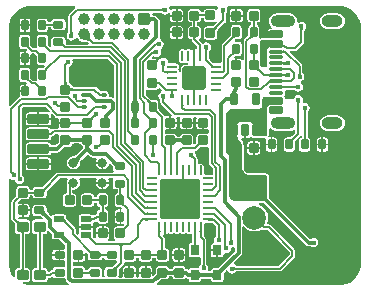
<source format=gtl>
G04*
G04 #@! TF.GenerationSoftware,Altium Limited,Altium Designer,22.3.1 (43)*
G04*
G04 Layer_Physical_Order=1*
G04 Layer_Color=3326705*
%FSLAX44Y44*%
%MOMM*%
G71*
G04*
G04 #@! TF.SameCoordinates,D810A163-4558-4574-BFD7-F7CA9EDE3B54*
G04*
G04*
G04 #@! TF.FilePolarity,Positive*
G04*
G01*
G75*
G04:AMPARAMS|DCode=12|XSize=0.6mm|YSize=1mm|CornerRadius=0.075mm|HoleSize=0mm|Usage=FLASHONLY|Rotation=180.000|XOffset=0mm|YOffset=0mm|HoleType=Round|Shape=RoundedRectangle|*
%AMROUNDEDRECTD12*
21,1,0.6000,0.8500,0,0,180.0*
21,1,0.4500,1.0000,0,0,180.0*
1,1,0.1500,-0.2250,0.4250*
1,1,0.1500,0.2250,0.4250*
1,1,0.1500,0.2250,-0.4250*
1,1,0.1500,-0.2250,-0.4250*
%
%ADD12ROUNDEDRECTD12*%
G04:AMPARAMS|DCode=13|XSize=0.5mm|YSize=0.3mm|CornerRadius=0.075mm|HoleSize=0mm|Usage=FLASHONLY|Rotation=180.000|XOffset=0mm|YOffset=0mm|HoleType=Round|Shape=RoundedRectangle|*
%AMROUNDEDRECTD13*
21,1,0.5000,0.1500,0,0,180.0*
21,1,0.3500,0.3000,0,0,180.0*
1,1,0.1500,-0.1750,0.0750*
1,1,0.1500,0.1750,0.0750*
1,1,0.1500,0.1750,-0.0750*
1,1,0.1500,-0.1750,-0.0750*
%
%ADD13ROUNDEDRECTD13*%
G04:AMPARAMS|DCode=14|XSize=0.8mm|YSize=0.8mm|CornerRadius=0.1mm|HoleSize=0mm|Usage=FLASHONLY|Rotation=90.000|XOffset=0mm|YOffset=0mm|HoleType=Round|Shape=RoundedRectangle|*
%AMROUNDEDRECTD14*
21,1,0.8000,0.6000,0,0,90.0*
21,1,0.6000,0.8000,0,0,90.0*
1,1,0.2000,0.3000,0.3000*
1,1,0.2000,0.3000,-0.3000*
1,1,0.2000,-0.3000,-0.3000*
1,1,0.2000,-0.3000,0.3000*
%
%ADD14ROUNDEDRECTD14*%
G04:AMPARAMS|DCode=15|XSize=0.75mm|YSize=0.9mm|CornerRadius=0.0938mm|HoleSize=0mm|Usage=FLASHONLY|Rotation=180.000|XOffset=0mm|YOffset=0mm|HoleType=Round|Shape=RoundedRectangle|*
%AMROUNDEDRECTD15*
21,1,0.7500,0.7125,0,0,180.0*
21,1,0.5625,0.9000,0,0,180.0*
1,1,0.1875,-0.2813,0.3563*
1,1,0.1875,0.2813,0.3563*
1,1,0.1875,0.2813,-0.3563*
1,1,0.1875,-0.2813,-0.3563*
%
%ADD15ROUNDEDRECTD15*%
G04:AMPARAMS|DCode=16|XSize=0.8mm|YSize=0.8mm|CornerRadius=0.1mm|HoleSize=0mm|Usage=FLASHONLY|Rotation=180.000|XOffset=0mm|YOffset=0mm|HoleType=Round|Shape=RoundedRectangle|*
%AMROUNDEDRECTD16*
21,1,0.8000,0.6000,0,0,180.0*
21,1,0.6000,0.8000,0,0,180.0*
1,1,0.2000,-0.3000,0.3000*
1,1,0.2000,0.3000,0.3000*
1,1,0.2000,0.3000,-0.3000*
1,1,0.2000,-0.3000,-0.3000*
%
%ADD16ROUNDEDRECTD16*%
G04:AMPARAMS|DCode=17|XSize=0.6mm|YSize=0.9mm|CornerRadius=0.075mm|HoleSize=0mm|Usage=FLASHONLY|Rotation=90.000|XOffset=0mm|YOffset=0mm|HoleType=Round|Shape=RoundedRectangle|*
%AMROUNDEDRECTD17*
21,1,0.6000,0.7500,0,0,90.0*
21,1,0.4500,0.9000,0,0,90.0*
1,1,0.1500,0.3750,0.2250*
1,1,0.1500,0.3750,-0.2250*
1,1,0.1500,-0.3750,-0.2250*
1,1,0.1500,-0.3750,0.2250*
%
%ADD17ROUNDEDRECTD17*%
%ADD18C,0.8000*%
G04:AMPARAMS|DCode=19|XSize=0.6mm|YSize=0.9mm|CornerRadius=0.075mm|HoleSize=0mm|Usage=FLASHONLY|Rotation=0.000|XOffset=0mm|YOffset=0mm|HoleType=Round|Shape=RoundedRectangle|*
%AMROUNDEDRECTD19*
21,1,0.6000,0.7500,0,0,0.0*
21,1,0.4500,0.9000,0,0,0.0*
1,1,0.1500,0.2250,-0.3750*
1,1,0.1500,-0.2250,-0.3750*
1,1,0.1500,-0.2250,0.3750*
1,1,0.1500,0.2250,0.3750*
%
%ADD19ROUNDEDRECTD19*%
G04:AMPARAMS|DCode=20|XSize=0.6mm|YSize=0.8mm|CornerRadius=0.075mm|HoleSize=0mm|Usage=FLASHONLY|Rotation=180.000|XOffset=0mm|YOffset=0mm|HoleType=Round|Shape=RoundedRectangle|*
%AMROUNDEDRECTD20*
21,1,0.6000,0.6500,0,0,180.0*
21,1,0.4500,0.8000,0,0,180.0*
1,1,0.1500,-0.2250,0.3250*
1,1,0.1500,0.2250,0.3250*
1,1,0.1500,0.2250,-0.3250*
1,1,0.1500,-0.2250,-0.3250*
%
%ADD20ROUNDEDRECTD20*%
%ADD21O,0.2400X0.8500*%
G04:AMPARAMS|DCode=22|XSize=0.3mm|YSize=1.15mm|CornerRadius=0.0375mm|HoleSize=0mm|Usage=FLASHONLY|Rotation=90.000|XOffset=0mm|YOffset=0mm|HoleType=Round|Shape=RoundedRectangle|*
%AMROUNDEDRECTD22*
21,1,0.3000,1.0750,0,0,90.0*
21,1,0.2250,1.1500,0,0,90.0*
1,1,0.0750,0.5375,0.1125*
1,1,0.0750,0.5375,-0.1125*
1,1,0.0750,-0.5375,-0.1125*
1,1,0.0750,-0.5375,0.1125*
%
%ADD22ROUNDEDRECTD22*%
G04:AMPARAMS|DCode=23|XSize=0.6mm|YSize=1.15mm|CornerRadius=0.075mm|HoleSize=0mm|Usage=FLASHONLY|Rotation=270.000|XOffset=0mm|YOffset=0mm|HoleType=Round|Shape=RoundedRectangle|*
%AMROUNDEDRECTD23*
21,1,0.6000,1.0000,0,0,270.0*
21,1,0.4500,1.1500,0,0,270.0*
1,1,0.1500,-0.5000,-0.2250*
1,1,0.1500,-0.5000,0.2250*
1,1,0.1500,0.5000,0.2250*
1,1,0.1500,0.5000,-0.2250*
%
%ADD23ROUNDEDRECTD23*%
G04:AMPARAMS|DCode=24|XSize=1.98mm|YSize=1.98mm|CornerRadius=0.198mm|HoleSize=0mm|Usage=FLASHONLY|Rotation=90.000|XOffset=0mm|YOffset=0mm|HoleType=Round|Shape=RoundedRectangle|*
%AMROUNDEDRECTD24*
21,1,1.9800,1.5840,0,0,90.0*
21,1,1.5840,1.9800,0,0,90.0*
1,1,0.3960,0.7920,0.7920*
1,1,0.3960,0.7920,-0.7920*
1,1,0.3960,-0.7920,-0.7920*
1,1,0.3960,-0.7920,0.7920*
%
%ADD24ROUNDEDRECTD24*%
%ADD25O,0.9000X0.2400*%
%ADD26O,0.2400X0.9000*%
%ADD27O,0.8500X0.2400*%
G04:AMPARAMS|DCode=28|XSize=3.4mm|YSize=3.4mm|CornerRadius=0.17mm|HoleSize=0mm|Usage=FLASHONLY|Rotation=0.000|XOffset=0mm|YOffset=0mm|HoleType=Round|Shape=RoundedRectangle|*
%AMROUNDEDRECTD28*
21,1,3.4000,3.0600,0,0,0.0*
21,1,3.0600,3.4000,0,0,0.0*
1,1,0.3400,1.5300,-1.5300*
1,1,0.3400,-1.5300,-1.5300*
1,1,0.3400,-1.5300,1.5300*
1,1,0.3400,1.5300,1.5300*
%
%ADD28ROUNDEDRECTD28*%
G04:AMPARAMS|DCode=29|XSize=0.5mm|YSize=0.9mm|CornerRadius=0.0625mm|HoleSize=0mm|Usage=FLASHONLY|Rotation=270.000|XOffset=0mm|YOffset=0mm|HoleType=Round|Shape=RoundedRectangle|*
%AMROUNDEDRECTD29*
21,1,0.5000,0.7750,0,0,270.0*
21,1,0.3750,0.9000,0,0,270.0*
1,1,0.1250,-0.3875,-0.1875*
1,1,0.1250,-0.3875,0.1875*
1,1,0.1250,0.3875,0.1875*
1,1,0.1250,0.3875,-0.1875*
%
%ADD29ROUNDEDRECTD29*%
G04:AMPARAMS|DCode=30|XSize=0.9mm|YSize=1mm|CornerRadius=0.1125mm|HoleSize=0mm|Usage=FLASHONLY|Rotation=90.000|XOffset=0mm|YOffset=0mm|HoleType=Round|Shape=RoundedRectangle|*
%AMROUNDEDRECTD30*
21,1,0.9000,0.7750,0,0,90.0*
21,1,0.6750,1.0000,0,0,90.0*
1,1,0.2250,0.3875,0.3375*
1,1,0.2250,0.3875,-0.3375*
1,1,0.2250,-0.3875,-0.3375*
1,1,0.2250,-0.3875,0.3375*
%
%ADD30ROUNDEDRECTD30*%
G04:AMPARAMS|DCode=31|XSize=0.8mm|YSize=1.8mm|CornerRadius=0.1mm|HoleSize=0mm|Usage=FLASHONLY|Rotation=90.000|XOffset=0mm|YOffset=0mm|HoleType=Round|Shape=RoundedRectangle|*
%AMROUNDEDRECTD31*
21,1,0.8000,1.6000,0,0,90.0*
21,1,0.6000,1.8000,0,0,90.0*
1,1,0.2000,0.8000,0.3000*
1,1,0.2000,0.8000,-0.3000*
1,1,0.2000,-0.8000,-0.3000*
1,1,0.2000,-0.8000,0.3000*
%
%ADD31ROUNDEDRECTD31*%
%ADD61C,0.1524*%
%ADD62C,0.1600*%
%ADD63C,0.3000*%
%ADD64C,0.2000*%
%ADD65C,2.0000*%
%ADD66O,2.1000X1.0000*%
%ADD67O,1.8000X1.0000*%
G04:AMPARAMS|DCode=68|XSize=2mm|YSize=2mm|CornerRadius=0.25mm|HoleSize=0mm|Usage=FLASHONLY|Rotation=270.000|XOffset=0mm|YOffset=0mm|HoleType=Round|Shape=RoundedRectangle|*
%AMROUNDEDRECTD68*
21,1,2.0000,1.5000,0,0,270.0*
21,1,1.5000,2.0000,0,0,270.0*
1,1,0.5000,-0.7500,-0.7500*
1,1,0.5000,-0.7500,0.7500*
1,1,0.5000,0.7500,0.7500*
1,1,0.5000,0.7500,-0.7500*
%
%ADD68ROUNDEDRECTD68*%
%ADD69C,1.0000*%
G04:AMPARAMS|DCode=70|XSize=1mm|YSize=1mm|CornerRadius=0.125mm|HoleSize=0mm|Usage=FLASHONLY|Rotation=270.000|XOffset=0mm|YOffset=0mm|HoleType=Round|Shape=RoundedRectangle|*
%AMROUNDEDRECTD70*
21,1,1.0000,0.7500,0,0,270.0*
21,1,0.7500,1.0000,0,0,270.0*
1,1,0.2500,-0.3750,-0.3750*
1,1,0.2500,-0.3750,0.3750*
1,1,0.2500,0.3750,0.3750*
1,1,0.2500,0.3750,-0.3750*
%
%ADD70ROUNDEDRECTD70*%
%ADD71C,0.4500*%
%ADD72C,0.6000*%
G36*
X203278Y255715D02*
X203187Y255579D01*
X202949Y254382D01*
X201676Y254001D01*
X201488Y254282D01*
X200653Y254840D01*
X199669Y255036D01*
X193669D01*
X192684Y254840D01*
X191849Y254282D01*
X191291Y253447D01*
X191095Y252463D01*
Y251913D01*
X191038Y251912D01*
X190859Y251832D01*
X188978D01*
X188800Y251912D01*
X188742Y251913D01*
Y251963D01*
X188546Y252947D01*
X187988Y253782D01*
X187153Y254340D01*
X186169Y254536D01*
X180169D01*
X179184Y254340D01*
X178349Y253782D01*
X177791Y252947D01*
X177595Y251963D01*
Y245963D01*
X177791Y244978D01*
X178349Y244143D01*
X179184Y243585D01*
X180169Y243389D01*
X180718D01*
X180720Y243332D01*
X180799Y243153D01*
Y240772D01*
X180720Y240594D01*
X180718Y240536D01*
X180169D01*
X179184Y240340D01*
X178349Y239782D01*
X177791Y238947D01*
X177595Y237963D01*
Y231963D01*
X177791Y230978D01*
X178349Y230143D01*
X179184Y229585D01*
X180169Y229389D01*
X180718D01*
X180720Y229331D01*
X180827Y229089D01*
X180979Y228325D01*
X181493Y227556D01*
X185630Y223419D01*
Y221096D01*
X184852Y220528D01*
X184720Y220494D01*
X184280Y220471D01*
X184063Y220616D01*
X183762Y220676D01*
Y214750D01*
X182238D01*
Y220676D01*
X181937Y220616D01*
X181351Y220224D01*
X180500Y220095D01*
X179649Y220224D01*
X179063Y220616D01*
X178000Y220827D01*
X176937Y220616D01*
X176351Y220224D01*
X175500Y220095D01*
X174649Y220224D01*
X174063Y220616D01*
X173000Y220827D01*
X171937Y220616D01*
X171036Y220014D01*
X170434Y219113D01*
X170223Y218050D01*
Y211450D01*
X170434Y210387D01*
X171036Y209486D01*
X171937Y208884D01*
X173000Y208673D01*
X174063Y208884D01*
X174649Y209276D01*
X175500Y209405D01*
X176351Y209276D01*
X176937Y208884D01*
X177547Y208763D01*
X177422Y207493D01*
X175080D01*
X173713Y207221D01*
X172554Y206446D01*
X171779Y205287D01*
X171507Y203920D01*
Y201578D01*
X170237Y201453D01*
X170116Y202063D01*
X169724Y202649D01*
X169595Y203500D01*
X169724Y204351D01*
X170116Y204937D01*
X170327Y206000D01*
X170116Y207063D01*
X169514Y207964D01*
X168613Y208566D01*
X167550Y208777D01*
X162104D01*
X160889Y209179D01*
X160575Y210758D01*
X159680Y212097D01*
X158341Y212992D01*
X156762Y213306D01*
X155182Y212992D01*
X153843Y212097D01*
X153753Y211962D01*
X152318Y211822D01*
X151483Y212380D01*
X150499Y212576D01*
X147381D01*
X146896Y213749D01*
X148169Y215023D01*
X149421Y214187D01*
X151000Y213873D01*
X152579Y214187D01*
X153918Y215082D01*
X154813Y216420D01*
X155127Y218000D01*
X154813Y219579D01*
X154601Y219896D01*
X154579Y221187D01*
X155918Y222082D01*
X156813Y223421D01*
X157127Y225000D01*
X156813Y226579D01*
X155918Y227918D01*
X154579Y228813D01*
X154462Y228836D01*
X153852Y230196D01*
X153858Y230252D01*
X154083Y231384D01*
X154083Y231384D01*
Y244242D01*
X154083Y244243D01*
X153848Y245422D01*
X153180Y246423D01*
X153180Y246423D01*
X151423Y248180D01*
X150422Y248848D01*
X149243Y249083D01*
X149242Y249083D01*
X148884D01*
X148736Y249149D01*
X148211Y249163D01*
X147868Y249193D01*
X147722Y249452D01*
X147456Y250226D01*
X147448Y250417D01*
X148315Y251427D01*
X154423D01*
X154594Y251351D01*
X154782Y251346D01*
X154909Y251336D01*
X154912Y251336D01*
X155082Y251082D01*
X156420Y250187D01*
X158000Y249873D01*
X159579Y250187D01*
X160918Y251082D01*
X161325Y251690D01*
X162595Y251305D01*
Y249725D01*
X167407D01*
Y254536D01*
X165169D01*
X164184Y254340D01*
X163365Y253793D01*
X162676Y253908D01*
X162090Y254185D01*
X161813Y255579D01*
X161722Y255715D01*
X162401Y256985D01*
X202599Y256985D01*
X203278Y255715D01*
D02*
G37*
G36*
X156393Y252425D02*
X156274Y252534D01*
X156143Y252632D01*
X155998Y252718D01*
X155841Y252793D01*
X155672Y252856D01*
X155490Y252908D01*
X155295Y252948D01*
X155087Y252977D01*
X154867Y252994D01*
X154634Y253000D01*
Y255000D01*
X154867Y255006D01*
X155087Y255023D01*
X155295Y255052D01*
X155490Y255092D01*
X155672Y255144D01*
X155841Y255207D01*
X155998Y255282D01*
X156143Y255368D01*
X156274Y255466D01*
X156393Y255575D01*
Y252425D01*
D02*
G37*
G36*
X208614Y252414D02*
X208527Y252276D01*
X208451Y252126D01*
X208384Y251965D01*
X208328Y251792D01*
X208282Y251606D01*
X208246Y251409D01*
X208221Y251200D01*
X208205Y250979D01*
X208200Y250747D01*
X206200Y250547D01*
X206194Y250780D01*
X206175Y250999D01*
X206144Y251205D01*
X206100Y251397D01*
X206044Y251575D01*
X205975Y251739D01*
X205893Y251890D01*
X205799Y252027D01*
X205693Y252150D01*
X205574Y252260D01*
X208712Y252540D01*
X208614Y252414D01*
D02*
G37*
G36*
X192711Y247863D02*
X192694Y248015D01*
X192645Y248151D01*
X192564Y248271D01*
X192450Y248375D01*
X192303Y248463D01*
X192124Y248535D01*
X191912Y248591D01*
X191667Y248631D01*
X191390Y248655D01*
X191080Y248663D01*
Y250263D01*
X191390Y250271D01*
X191667Y250295D01*
X191912Y250335D01*
X192124Y250391D01*
X192303Y250463D01*
X192450Y250551D01*
X192564Y250655D01*
X192645Y250775D01*
X192694Y250911D01*
X192711Y251063D01*
Y247863D01*
D02*
G37*
G36*
X187143Y250911D02*
X187192Y250775D01*
X187273Y250655D01*
X187388Y250551D01*
X187534Y250463D01*
X187714Y250391D01*
X187926Y250335D01*
X188170Y250295D01*
X188447Y250271D01*
X188757Y250263D01*
Y248663D01*
X188447Y248655D01*
X188170Y248631D01*
X187926Y248591D01*
X187714Y248535D01*
X187534Y248463D01*
X187388Y248375D01*
X187273Y248271D01*
X187192Y248151D01*
X187143Y248015D01*
X187127Y247863D01*
Y251063D01*
X187143Y250911D01*
D02*
G37*
G36*
X234948Y245026D02*
X234812Y244977D01*
X234692Y244895D01*
X234588Y244781D01*
X234500Y244634D01*
X234428Y244455D01*
X234372Y244243D01*
X234332Y243999D01*
X234308Y243721D01*
X234300Y243412D01*
X232700D01*
X232692Y243721D01*
X232668Y243999D01*
X232628Y244243D01*
X232572Y244455D01*
X232500Y244634D01*
X232412Y244781D01*
X232308Y244895D01*
X232188Y244977D01*
X232052Y245026D01*
X231900Y245042D01*
X235100D01*
X234948Y245026D01*
D02*
G37*
G36*
X184617Y244988D02*
X184481Y244939D01*
X184361Y244858D01*
X184257Y244744D01*
X184169Y244597D01*
X184097Y244418D01*
X184041Y244206D01*
X184001Y243961D01*
X183977Y243684D01*
X183969Y243374D01*
X182369D01*
X182361Y243684D01*
X182337Y243961D01*
X182297Y244206D01*
X182241Y244418D01*
X182169Y244597D01*
X182081Y244744D01*
X181977Y244858D01*
X181857Y244939D01*
X181721Y244988D01*
X181569Y245005D01*
X184769D01*
X184617Y244988D01*
D02*
G37*
G36*
X145693Y248715D02*
X145784Y248460D01*
X145936Y248235D01*
X146148Y248040D01*
X146421Y247875D01*
X146754Y247740D01*
X147148Y247635D01*
X147603Y247560D01*
X148118Y247515D01*
X148694Y247500D01*
Y244500D01*
X148118Y244485D01*
X147603Y244440D01*
X147148Y244365D01*
X146754Y244260D01*
X146421Y244125D01*
X146148Y243960D01*
X145936Y243765D01*
X145784Y243540D01*
X145693Y243285D01*
X145663Y243000D01*
Y249000D01*
X145693Y248715D01*
D02*
G37*
G36*
X234308Y240774D02*
X234332Y240497D01*
X234372Y240252D01*
X234428Y240040D01*
X234500Y239861D01*
X234588Y239714D01*
X234692Y239600D01*
X234812Y239518D01*
X234948Y239469D01*
X235100Y239453D01*
X231900D01*
X232052Y239469D01*
X232188Y239518D01*
X232308Y239600D01*
X232412Y239714D01*
X232500Y239861D01*
X232572Y240040D01*
X232628Y240252D01*
X232668Y240497D01*
X232692Y240774D01*
X232700Y241084D01*
X234300D01*
X234308Y240774D01*
D02*
G37*
G36*
X183977Y240241D02*
X184001Y239964D01*
X184041Y239720D01*
X184097Y239508D01*
X184169Y239328D01*
X184257Y239181D01*
X184361Y239067D01*
X184481Y238986D01*
X184617Y238937D01*
X184769Y238921D01*
X181569D01*
X181721Y238937D01*
X181857Y238986D01*
X181977Y239067D01*
X182081Y239181D01*
X182169Y239328D01*
X182241Y239508D01*
X182297Y239720D01*
X182337Y239964D01*
X182361Y240241D01*
X182369Y240551D01*
X183969D01*
X183977Y240241D01*
D02*
G37*
G36*
X202071Y238451D02*
X201672Y238038D01*
X201044Y237299D01*
X200815Y236973D01*
X200642Y236676D01*
X200526Y236407D01*
X200466Y236168D01*
X200463Y235957D01*
X200516Y235776D01*
X200627Y235623D01*
X197829Y238421D01*
X197981Y238311D01*
X198163Y238257D01*
X198374Y238260D01*
X198613Y238320D01*
X198882Y238436D01*
X199179Y238609D01*
X199505Y238838D01*
X199860Y239124D01*
X200657Y239865D01*
X202071Y238451D01*
D02*
G37*
G36*
X275236Y238264D02*
X275138Y238132D01*
X275052Y237988D01*
X274977Y237831D01*
X274914Y237662D01*
X274862Y237479D01*
X274822Y237285D01*
X274793Y237077D01*
X274776Y236857D01*
X274770Y236624D01*
X272770D01*
X272764Y236857D01*
X272747Y237077D01*
X272718Y237285D01*
X272678Y237479D01*
X272626Y237662D01*
X272563Y237831D01*
X272488Y237988D01*
X272402Y238132D01*
X272304Y238264D01*
X272195Y238383D01*
X275345D01*
X275236Y238264D01*
D02*
G37*
G36*
X80006Y235133D02*
X80023Y234913D01*
X80052Y234705D01*
X80092Y234510D01*
X80144Y234328D01*
X80207Y234159D01*
X80282Y234002D01*
X80368Y233857D01*
X80466Y233726D01*
X80575Y233607D01*
X77425D01*
X77534Y233726D01*
X77632Y233857D01*
X77718Y234002D01*
X77793Y234159D01*
X77856Y234328D01*
X77908Y234510D01*
X77948Y234705D01*
X77977Y234913D01*
X77994Y235133D01*
X78000Y235366D01*
X80000D01*
X80006Y235133D01*
D02*
G37*
G36*
X232629Y230547D02*
X232514Y230641D01*
X232374Y230688D01*
X232210Y230689D01*
X232021Y230643D01*
X231807Y230550D01*
X231568Y230411D01*
X231305Y230224D01*
X231017Y229991D01*
X230366Y229385D01*
X229385Y230667D01*
X229698Y230991D01*
X230193Y231574D01*
X230375Y231833D01*
X230513Y232070D01*
X230607Y232285D01*
X230658Y232479D01*
X230665Y232651D01*
X230628Y232801D01*
X230547Y232929D01*
X232629Y230547D01*
D02*
G37*
G36*
X217707D02*
X217588Y230638D01*
X217446Y230682D01*
X217279Y230681D01*
X217089Y230634D01*
X216875Y230541D01*
X216636Y230401D01*
X216374Y230216D01*
X216088Y229985D01*
X215444Y229385D01*
X214385Y230589D01*
X214702Y230917D01*
X215201Y231504D01*
X215384Y231764D01*
X215523Y232002D01*
X215617Y232217D01*
X215666Y232409D01*
X215671Y232579D01*
X215631Y232727D01*
X215547Y232852D01*
X217707Y230547D01*
D02*
G37*
G36*
X184617Y230988D02*
X184481Y230939D01*
X184361Y230858D01*
X184257Y230744D01*
X184169Y230597D01*
X184097Y230418D01*
X184041Y230206D01*
X184001Y229961D01*
X183977Y229684D01*
X183969Y229374D01*
X182369D01*
X182361Y229684D01*
X182337Y229961D01*
X182297Y230206D01*
X182241Y230418D01*
X182169Y230597D01*
X182081Y230744D01*
X181977Y230858D01*
X181857Y230939D01*
X181721Y230988D01*
X181569Y231005D01*
X184769D01*
X184617Y230988D01*
D02*
G37*
G36*
X94905Y232520D02*
X94990Y231213D01*
X95070Y230636D01*
X95175Y230111D01*
X95305Y229637D01*
X95461Y229214D01*
X95641Y228843D01*
X95847Y228523D01*
X96077Y228254D01*
X94946Y227123D01*
X94677Y227353D01*
X94357Y227559D01*
X93986Y227739D01*
X93563Y227895D01*
X93089Y228025D01*
X92564Y228130D01*
X91987Y228210D01*
X90681Y228295D01*
X89950Y228300D01*
X94900Y233250D01*
X94905Y232520D01*
D02*
G37*
G36*
X82025Y256154D02*
X82076Y255715D01*
X77180Y250820D01*
X76622Y249985D01*
X76427Y249000D01*
Y235577D01*
X76351Y235406D01*
X76346Y235218D01*
X76336Y235091D01*
X76336Y235088D01*
X76082Y234918D01*
X75187Y233579D01*
X74873Y232000D01*
X75187Y230420D01*
X76082Y229082D01*
X77421Y228187D01*
X79000Y227873D01*
X80579Y228187D01*
X81918Y229082D01*
X82717Y230276D01*
X83366Y230366D01*
X84083Y230295D01*
X84201Y230010D01*
X85247Y228647D01*
X86610Y227601D01*
X88197Y226944D01*
X89719Y226744D01*
X89939Y226651D01*
X90621Y226646D01*
X91820Y226568D01*
X92288Y226503D01*
X92708Y226419D01*
X93059Y226322D01*
X93146Y226290D01*
X93546Y225763D01*
X93045Y224494D01*
X74877D01*
X74822Y224640D01*
X74268Y225236D01*
X74109Y225433D01*
X74069Y225490D01*
Y225697D01*
X74103Y225779D01*
X74069Y225862D01*
Y225993D01*
X74081Y226046D01*
X74069Y226066D01*
Y228750D01*
X73892Y229637D01*
X73390Y230389D01*
X72637Y230892D01*
X71750Y231068D01*
X64250D01*
X63363Y230892D01*
X62611Y230389D01*
X62108Y229637D01*
X61932Y228750D01*
Y224250D01*
X62047Y223671D01*
X61565Y222647D01*
X61296Y222292D01*
X61150Y222273D01*
X59889Y223535D01*
X59823Y223713D01*
X59274Y224302D01*
X59117Y224497D01*
X59069Y224566D01*
Y224817D01*
X59102Y224905D01*
X59069Y224979D01*
Y225148D01*
X59072Y225167D01*
X59069Y225173D01*
Y230750D01*
X58892Y231637D01*
X58390Y232390D01*
X57637Y232892D01*
X56750Y233069D01*
X52250D01*
X51363Y232892D01*
X50611Y232390D01*
X50108Y231637D01*
X49932Y230750D01*
Y223250D01*
X50008Y222866D01*
X49123Y221867D01*
X49021Y221816D01*
X48750Y221870D01*
X46481D01*
X44889Y223462D01*
X44822Y223640D01*
X44268Y224236D01*
X44109Y224433D01*
X44069Y224490D01*
Y224697D01*
X44103Y224779D01*
X44069Y224862D01*
Y224993D01*
X44081Y225046D01*
X44069Y225066D01*
Y230750D01*
X43892Y231637D01*
X43390Y232390D01*
X42637Y232892D01*
X41750Y233069D01*
X37250D01*
X36363Y232892D01*
X35611Y232390D01*
X35108Y231637D01*
X34931Y230750D01*
Y223250D01*
X35108Y222363D01*
X35611Y221611D01*
X36363Y221108D01*
X37250Y220931D01*
X39934D01*
X39954Y220919D01*
X40008Y220931D01*
X40138D01*
X40221Y220897D01*
X40303Y220931D01*
X40510D01*
X40549Y220904D01*
X41044Y220483D01*
X41337Y220199D01*
X41371Y219803D01*
X40512Y218795D01*
Y213762D01*
X44319D01*
Y216083D01*
X44530Y216419D01*
X45436Y217143D01*
X45500Y217131D01*
X47769D01*
X48861Y216038D01*
X48928Y215860D01*
X49482Y215264D01*
X49641Y215067D01*
X49682Y215010D01*
Y214803D01*
X49647Y214721D01*
X49682Y214638D01*
Y214508D01*
X49669Y214454D01*
X49682Y214434D01*
Y209750D01*
X49858Y208863D01*
X50361Y208111D01*
X51113Y207608D01*
X52000Y207432D01*
X55473D01*
X56516Y206227D01*
X56467Y205854D01*
X56456Y205831D01*
X56432Y205822D01*
X55830Y205262D01*
X55631Y205101D01*
X55586Y205069D01*
X55421D01*
X55347Y205102D01*
X55259Y205069D01*
X55150D01*
X55076Y205088D01*
X55042Y205069D01*
X52250D01*
X51363Y204892D01*
X50611Y204389D01*
X50108Y203637D01*
X49932Y202750D01*
Y195250D01*
X49985Y194980D01*
X49946Y194900D01*
X48945Y193991D01*
X48550Y194070D01*
X46281D01*
X44889Y195462D01*
X44822Y195641D01*
X44268Y196236D01*
X44109Y196433D01*
X44069Y196490D01*
Y196697D01*
X44103Y196779D01*
X44069Y196862D01*
Y196992D01*
X44081Y197046D01*
X44069Y197066D01*
Y202750D01*
X43892Y203637D01*
X43390Y204389D01*
X42637Y204892D01*
X41750Y205069D01*
X37250D01*
X36363Y204892D01*
X35611Y204389D01*
X35108Y203637D01*
X34931Y202750D01*
Y195250D01*
X35108Y194363D01*
X35611Y193611D01*
X36363Y193108D01*
X37250Y192931D01*
X39934D01*
X39954Y192919D01*
X40008Y192931D01*
X40138D01*
X40221Y192897D01*
X40303Y192931D01*
X40510D01*
X40549Y192904D01*
X41044Y192483D01*
X41337Y192199D01*
X41371Y191803D01*
X40512Y190795D01*
Y185000D01*
X39750D01*
Y184238D01*
X35182D01*
Y181750D01*
X35358Y180863D01*
X35484Y180674D01*
X35001Y180352D01*
X27285Y172636D01*
X26015Y173162D01*
X26015Y239000D01*
X26015Y240771D01*
X26706Y244246D01*
X28062Y247519D01*
X30030Y250465D01*
X32535Y252970D01*
X35481Y254938D01*
X38754Y256294D01*
X42229Y256985D01*
X44000D01*
X81639D01*
X82025Y256154D01*
D02*
G37*
G36*
X258163Y224756D02*
X258197Y224721D01*
X258258Y224690D01*
X258344Y224663D01*
X258455Y224640D01*
X258591Y224621D01*
X258940Y224596D01*
X259391Y224588D01*
Y222588D01*
X259140Y222586D01*
X258247Y222532D01*
X258141Y222511D01*
X258059Y222488D01*
X258002Y222461D01*
X257969Y222431D01*
X258153Y224795D01*
X258163Y224756D01*
D02*
G37*
G36*
X72366Y225657D02*
X72323Y225513D01*
X72327Y225344D01*
X72375Y225153D01*
X72468Y224938D01*
X72607Y224700D01*
X72791Y224439D01*
X73021Y224155D01*
X73615Y223516D01*
X72484Y222385D01*
X72153Y222705D01*
X71561Y223209D01*
X71300Y223393D01*
X71062Y223532D01*
X70847Y223625D01*
X70656Y223673D01*
X70488Y223676D01*
X70343Y223634D01*
X70221Y223547D01*
X72453Y225779D01*
X72366Y225657D01*
D02*
G37*
G36*
X57369Y224727D02*
X57329Y224579D01*
X57334Y224409D01*
X57383Y224217D01*
X57477Y224002D01*
X57616Y223764D01*
X57799Y223504D01*
X58026Y223222D01*
X58615Y222589D01*
X57556Y221385D01*
X57222Y221708D01*
X56626Y222216D01*
X56364Y222401D01*
X56125Y222541D01*
X55911Y222634D01*
X55721Y222681D01*
X55554Y222682D01*
X55412Y222638D01*
X55293Y222547D01*
X57453Y224852D01*
X57369Y224727D01*
D02*
G37*
G36*
X42366Y224657D02*
X42323Y224513D01*
X42326Y224344D01*
X42375Y224153D01*
X42468Y223938D01*
X42607Y223700D01*
X42791Y223439D01*
X43021Y223155D01*
X43615Y222516D01*
X42484Y221385D01*
X42153Y221705D01*
X41561Y222209D01*
X41300Y222393D01*
X41062Y222532D01*
X40847Y222625D01*
X40656Y222673D01*
X40487Y222677D01*
X40343Y222634D01*
X40221Y222547D01*
X42453Y224779D01*
X42366Y224657D01*
D02*
G37*
G36*
X194602Y220695D02*
X194443Y220541D01*
X194300Y220381D01*
X194174Y220214D01*
X194065Y220041D01*
X193972Y219862D01*
X193896Y219676D01*
X193838Y219484D01*
X193823Y219414D01*
X193847Y219252D01*
X193929Y218897D01*
X193979Y218748D01*
X194037Y218617D01*
X194102Y218506D01*
X191898D01*
X191963Y218617D01*
X192021Y218748D01*
X192072Y218897D01*
X192116Y219065D01*
X192153Y219252D01*
X192182Y219481D01*
X192168Y219555D01*
X192113Y219751D01*
X192042Y219942D01*
X191956Y220129D01*
X191854Y220312D01*
X191737Y220491D01*
X191604Y220665D01*
X191455Y220835D01*
X194602Y220695D01*
D02*
G37*
G36*
X188803Y220220D02*
X188875Y219236D01*
X188909Y219046D01*
X188948Y218877D01*
X188993Y218731D01*
X189044Y218608D01*
X189102Y218506D01*
X186898D01*
X186956Y218608D01*
X187007Y218731D01*
X187052Y218877D01*
X187091Y219046D01*
X187125Y219236D01*
X187173Y219684D01*
X187197Y220220D01*
X187200Y220522D01*
X188800D01*
X188803Y220220D01*
D02*
G37*
G36*
X258151Y219970D02*
X258234Y219863D01*
X258337Y219769D01*
X258460Y219688D01*
X258604Y219619D01*
X258769Y219562D01*
X258954Y219518D01*
X259160Y219487D01*
X259386Y219468D01*
X259632Y219462D01*
Y217938D01*
X259386Y217932D01*
X259160Y217913D01*
X258954Y217882D01*
X258769Y217838D01*
X258604Y217781D01*
X258460Y217712D01*
X258337Y217631D01*
X258234Y217537D01*
X258151Y217430D01*
X258089Y217311D01*
Y220089D01*
X258151Y219970D01*
D02*
G37*
G36*
X149154Y216713D02*
X149090Y216789D01*
X149007Y216857D01*
X148907Y216918D01*
X148789Y216970D01*
X148653Y217014D01*
X148500Y217050D01*
X148329Y217078D01*
X148140Y217098D01*
X147710Y217114D01*
Y218714D01*
X147921Y218719D01*
X148293Y218753D01*
X148454Y218783D01*
X148597Y218822D01*
X148724Y218869D01*
X148834Y218924D01*
X148927Y218989D01*
X149003Y219062D01*
X149062Y219143D01*
X149154Y216713D01*
D02*
G37*
G36*
X217779Y216547D02*
X217658Y216634D01*
X217512Y216677D01*
X217344Y216674D01*
X217153Y216625D01*
X216938Y216532D01*
X216700Y216393D01*
X216439Y216209D01*
X216155Y215979D01*
X215516Y215385D01*
X214385Y216516D01*
X214705Y216847D01*
X215209Y217439D01*
X215393Y217700D01*
X215532Y217938D01*
X215625Y218153D01*
X215674Y218344D01*
X215677Y218512D01*
X215634Y218657D01*
X215547Y218779D01*
X217779Y216547D01*
D02*
G37*
G36*
X234948Y216531D02*
X234812Y216482D01*
X234692Y216400D01*
X234588Y216286D01*
X234500Y216139D01*
X234428Y215960D01*
X234372Y215748D01*
X234332Y215503D01*
X234308Y215226D01*
X234300Y214916D01*
X232700D01*
X232692Y215226D01*
X232668Y215503D01*
X232628Y215748D01*
X232572Y215960D01*
X232500Y216139D01*
X232412Y216286D01*
X232308Y216400D01*
X232188Y216482D01*
X232052Y216531D01*
X231900Y216547D01*
X235100D01*
X234948Y216531D01*
D02*
G37*
G36*
X51597Y217795D02*
X52189Y217291D01*
X52450Y217107D01*
X52688Y216968D01*
X52903Y216875D01*
X53094Y216826D01*
X53263Y216824D01*
X53408Y216866D01*
X53529Y216953D01*
X51297Y214721D01*
X51384Y214843D01*
X51427Y214988D01*
X51424Y215156D01*
X51375Y215347D01*
X51282Y215562D01*
X51143Y215800D01*
X50959Y216061D01*
X50729Y216345D01*
X50135Y216984D01*
X51266Y218115D01*
X51597Y217795D01*
D02*
G37*
G36*
X234308Y212279D02*
X234332Y212002D01*
X234372Y211757D01*
X234428Y211545D01*
X234500Y211366D01*
X234588Y211219D01*
X234692Y211105D01*
X234812Y211023D01*
X234948Y210974D01*
X235100Y210958D01*
X231900D01*
X232052Y210974D01*
X232188Y211023D01*
X232308Y211105D01*
X232412Y211219D01*
X232500Y211366D01*
X232572Y211545D01*
X232628Y211757D01*
X232668Y212002D01*
X232692Y212279D01*
X232700Y212589D01*
X234300D01*
X234308Y212279D01*
D02*
G37*
G36*
X152619Y210991D02*
X152299Y210660D01*
X151795Y210068D01*
X151611Y209807D01*
X151472Y209569D01*
X151378Y209355D01*
X151330Y209163D01*
X151327Y208995D01*
X151369Y208850D01*
X151457Y208728D01*
X149224Y210961D01*
X149346Y210873D01*
X149491Y210831D01*
X149659Y210834D01*
X149851Y210882D01*
X150065Y210976D01*
X150303Y211115D01*
X150564Y211299D01*
X150849Y211528D01*
X151487Y212122D01*
X152619Y210991D01*
D02*
G37*
G36*
X260893Y207125D02*
X260738Y207272D01*
X260576Y207404D01*
X260408Y207520D01*
X260233Y207621D01*
X260052Y207706D01*
X259864Y207776D01*
X259670Y207830D01*
X259469Y207869D01*
X259371Y207880D01*
X259029Y207847D01*
X258821Y207806D01*
X258638Y207753D01*
X258479Y207688D01*
X258345Y207612D01*
X258235Y207523D01*
X258150Y207423D01*
X258089Y207311D01*
Y210089D01*
X258150Y209977D01*
X258235Y209877D01*
X258345Y209788D01*
X258479Y209712D01*
X258638Y209647D01*
X258821Y209594D01*
X259029Y209553D01*
X259261Y209524D01*
X259348Y209517D01*
X259469Y209531D01*
X259669Y209570D01*
X259864Y209624D01*
X260052Y209694D01*
X260233Y209779D01*
X260408Y209880D01*
X260576Y209996D01*
X260738Y210128D01*
X260893Y210275D01*
X260893Y207125D01*
D02*
G37*
G36*
X194091Y212335D02*
X194061Y212187D01*
X194070Y212021D01*
X194120Y211835D01*
X194209Y211630D01*
X194339Y211406D01*
X194509Y211163D01*
X194719Y210900D01*
X195259Y210318D01*
X194215Y209207D01*
X194017Y209400D01*
X193463Y209874D01*
X193293Y209997D01*
X192972Y210190D01*
X192822Y210261D01*
X192680Y210313D01*
X192544Y210348D01*
X194162Y212463D01*
X194091Y212335D01*
D02*
G37*
G36*
X184037Y210883D02*
X183979Y210752D01*
X183929Y210603D01*
X183884Y210435D01*
X183847Y210248D01*
X183793Y209817D01*
X183776Y209573D01*
X183762Y209029D01*
X182238D01*
X182235Y209310D01*
X182184Y210042D01*
X182153Y210248D01*
X182072Y210603D01*
X182021Y210752D01*
X181963Y210883D01*
X181898Y210994D01*
X184102D01*
X184037Y210883D01*
D02*
G37*
G36*
X75621Y207782D02*
X74707Y206871D01*
X73293Y208286D01*
X73425Y208419D01*
X73943Y209000D01*
X73959Y209032D01*
X73959Y209052D01*
X75621Y207782D01*
D02*
G37*
G36*
X183770Y207136D02*
X183792Y206872D01*
X183831Y206639D01*
X183884Y206437D01*
X183953Y206266D01*
X184036Y206126D01*
X184135Y206017D01*
X184250Y205939D01*
X184379Y205893D01*
X184524Y205877D01*
X181476D01*
X181621Y205893D01*
X181750Y205939D01*
X181865Y206017D01*
X181964Y206126D01*
X182048Y206266D01*
X182116Y206437D01*
X182169Y206639D01*
X182208Y206872D01*
X182230Y207136D01*
X182238Y207432D01*
X183762D01*
X183770Y207136D01*
D02*
G37*
G36*
X249800Y222200D02*
X246580D01*
X244490Y220110D01*
Y206550D01*
X243710Y205770D01*
X240460D01*
X239070Y207160D01*
Y227480D01*
X239790Y228200D01*
X254050D01*
X249800Y222200D01*
D02*
G37*
G36*
X158189Y207417D02*
X158058Y207255D01*
X157941Y207087D01*
X157841Y206912D01*
X157755Y206731D01*
X157686Y206543D01*
X157631Y206348D01*
X157593Y206147D01*
X157569Y205940D01*
X157562Y205726D01*
X155962D01*
X155954Y205940D01*
X155931Y206147D01*
X155892Y206348D01*
X155838Y206543D01*
X155768Y206731D01*
X155683Y206912D01*
X155582Y207087D01*
X155466Y207255D01*
X155334Y207417D01*
X155187Y207572D01*
X158337D01*
X158189Y207417D01*
D02*
G37*
G36*
X197619Y207969D02*
X198163Y207509D01*
X198406Y207339D01*
X198630Y207209D01*
X198835Y207120D01*
X199021Y207070D01*
X199187Y207061D01*
X199335Y207091D01*
X199463Y207162D01*
X197348Y205544D01*
X197313Y205680D01*
X197261Y205822D01*
X197190Y205972D01*
X197103Y206129D01*
X196997Y206293D01*
X196734Y206641D01*
X196576Y206825D01*
X196207Y207215D01*
X197318Y208259D01*
X197619Y207969D01*
D02*
G37*
G36*
X58615Y203411D02*
X58298Y203083D01*
X57799Y202496D01*
X57616Y202236D01*
X57477Y201998D01*
X57383Y201783D01*
X57334Y201591D01*
X57329Y201421D01*
X57369Y201273D01*
X57453Y201148D01*
X55293Y203453D01*
X55412Y203363D01*
X55554Y203318D01*
X55721Y203319D01*
X55911Y203366D01*
X56125Y203459D01*
X56364Y203599D01*
X56626Y203784D01*
X56912Y204015D01*
X57556Y204615D01*
X58615Y203411D01*
D02*
G37*
G36*
X258150Y204977D02*
X258235Y204877D01*
X258345Y204788D01*
X258479Y204712D01*
X258638Y204647D01*
X258821Y204594D01*
X259029Y204553D01*
X259261Y204524D01*
X259517Y204506D01*
X259798Y204500D01*
Y202900D01*
X259517Y202894D01*
X259029Y202847D01*
X258821Y202806D01*
X258638Y202753D01*
X258479Y202688D01*
X258345Y202612D01*
X258235Y202523D01*
X258150Y202423D01*
X258089Y202311D01*
Y205089D01*
X258150Y204977D01*
D02*
G37*
G36*
X237371Y205152D02*
X237328Y205008D01*
X237332Y204839D01*
X237380Y204648D01*
X237473Y204433D01*
X237612Y204195D01*
X237796Y203934D01*
X238025Y203650D01*
X238620Y203011D01*
X237489Y201880D01*
X237158Y202200D01*
X236566Y202704D01*
X236305Y202888D01*
X236067Y203027D01*
X235852Y203120D01*
X235661Y203169D01*
X235492Y203172D01*
X235347Y203129D01*
X235226Y203042D01*
X237458Y205274D01*
X237371Y205152D01*
D02*
G37*
G36*
X205720Y201907D02*
X205765Y201885D01*
X205840Y201865D01*
X205944Y201848D01*
X206079Y201833D01*
X206662Y201805D01*
X207200Y201800D01*
Y200200D01*
X206916Y200199D01*
X205840Y200135D01*
X205765Y200115D01*
X205720Y200093D01*
X205705Y200068D01*
Y201932D01*
X205720Y201907D01*
D02*
G37*
G36*
X160494Y199898D02*
X160392Y199956D01*
X160269Y200007D01*
X160123Y200052D01*
X159955Y200091D01*
X159764Y200125D01*
X159316Y200173D01*
X158780Y200197D01*
X158478Y200200D01*
Y201800D01*
X158780Y201803D01*
X159764Y201875D01*
X159955Y201909D01*
X160123Y201948D01*
X160269Y201993D01*
X160392Y202044D01*
X160494Y202102D01*
Y199898D01*
D02*
G37*
G36*
X260781Y197098D02*
X260633Y197250D01*
X260478Y197387D01*
X260316Y197507D01*
X260145Y197611D01*
X259968Y197700D01*
X259783Y197772D01*
X259590Y197828D01*
X259390Y197868D01*
X259324Y197876D01*
X259029Y197847D01*
X258821Y197806D01*
X258638Y197753D01*
X258479Y197688D01*
X258345Y197612D01*
X258235Y197523D01*
X258150Y197423D01*
X258089Y197311D01*
Y200089D01*
X258150Y199977D01*
X258235Y199877D01*
X258345Y199788D01*
X258479Y199712D01*
X258638Y199647D01*
X258821Y199594D01*
X259029Y199553D01*
X259261Y199524D01*
X259349Y199517D01*
X259464Y199530D01*
X259666Y199567D01*
X259862Y199619D01*
X260053Y199686D01*
X260237Y199768D01*
X260417Y199865D01*
X260590Y199977D01*
X260758Y200103D01*
X260921Y200245D01*
X260781Y197098D01*
D02*
G37*
G36*
X273010Y200730D02*
X273018Y200521D01*
X273041Y200317D01*
X273081Y200117D01*
X273136Y199921D01*
X273206Y199730D01*
X273292Y199543D01*
X273394Y199360D01*
X273512Y199182D01*
X273645Y199008D01*
X273794Y198838D01*
X270647Y198973D01*
X270806Y199127D01*
X270949Y199287D01*
X271075Y199454D01*
X271184Y199627D01*
X271276Y199807D01*
X271352Y199993D01*
X271411Y200185D01*
X271453Y200383D01*
X271478Y200588D01*
X271486Y200799D01*
X273010Y200730D01*
D02*
G37*
G36*
X246811Y197311D02*
X246750Y197423D01*
X246665Y197523D01*
X246555Y197612D01*
X246421Y197688D01*
X246262Y197753D01*
X246079Y197806D01*
X245871Y197847D01*
X245639Y197876D01*
X245383Y197894D01*
X245102Y197900D01*
Y199500D01*
X245383Y199506D01*
X245871Y199553D01*
X246079Y199594D01*
X246262Y199647D01*
X246421Y199712D01*
X246555Y199788D01*
X246665Y199877D01*
X246750Y199977D01*
X246811Y200089D01*
Y197311D01*
D02*
G37*
G36*
X205595Y197053D02*
X205707Y197010D01*
X205845Y196972D01*
X206006Y196939D01*
X206192Y196911D01*
X206637Y196870D01*
X207179Y196850D01*
X207487Y196847D01*
X207554Y195247D01*
X207259Y195244D01*
X206494Y195191D01*
X206279Y195160D01*
X205910Y195076D01*
X205755Y195024D01*
X205621Y194965D01*
X205506Y194898D01*
Y197102D01*
X205595Y197053D01*
D02*
G37*
G36*
X42366Y196657D02*
X42323Y196513D01*
X42326Y196344D01*
X42375Y196153D01*
X42468Y195938D01*
X42607Y195700D01*
X42791Y195439D01*
X43021Y195155D01*
X43615Y194516D01*
X42484Y193385D01*
X42153Y193705D01*
X41561Y194209D01*
X41300Y194393D01*
X41062Y194532D01*
X40847Y194625D01*
X40656Y194674D01*
X40487Y194676D01*
X40343Y194634D01*
X40221Y194547D01*
X42453Y196779D01*
X42366Y196657D01*
D02*
G37*
G36*
X258150Y194977D02*
X258235Y194877D01*
X258345Y194788D01*
X258479Y194712D01*
X258638Y194647D01*
X258821Y194594D01*
X259029Y194553D01*
X259261Y194524D01*
X259517Y194506D01*
X259798Y194500D01*
Y192900D01*
X259517Y192894D01*
X259029Y192847D01*
X258821Y192806D01*
X258638Y192753D01*
X258479Y192688D01*
X258345Y192612D01*
X258235Y192523D01*
X258150Y192423D01*
X258089Y192311D01*
Y195089D01*
X258150Y194977D01*
D02*
G37*
G36*
X151472Y193378D02*
X151518Y193257D01*
X151595Y193151D01*
X151703Y193058D01*
X151842Y192980D01*
X152011Y192916D01*
X152212Y192866D01*
X152443Y192831D01*
X152705Y192810D01*
X152998Y192803D01*
Y191203D01*
X152705Y191196D01*
X152443Y191174D01*
X152212Y191139D01*
X152011Y191089D01*
X151842Y191025D01*
X151703Y190947D01*
X151595Y190854D01*
X151518Y190748D01*
X151472Y190627D01*
X151457Y190492D01*
Y193513D01*
X151472Y193378D01*
D02*
G37*
G36*
X75010Y192103D02*
X75040Y191758D01*
X75090Y191453D01*
X75160Y191189D01*
X75250Y190966D01*
X75360Y190783D01*
X75490Y190641D01*
X75640Y190539D01*
X75810Y190478D01*
X76000Y190458D01*
X72000D01*
X72190Y190478D01*
X72360Y190539D01*
X72510Y190641D01*
X72640Y190783D01*
X72750Y190966D01*
X72840Y191189D01*
X72910Y191453D01*
X72960Y191758D01*
X72990Y192103D01*
X73000Y192488D01*
X75000D01*
X75010Y192103D01*
D02*
G37*
G36*
X258158Y189953D02*
X258249Y189831D01*
X258360Y189723D01*
X258493Y189630D01*
X258645Y189551D01*
X258819Y189486D01*
X259014Y189436D01*
X259229Y189400D01*
X259465Y189379D01*
X259722Y189372D01*
Y187848D01*
X259452Y187842D01*
X258982Y187799D01*
X258783Y187762D01*
X258608Y187714D01*
X258457Y187655D01*
X258329Y187585D01*
X258225Y187504D01*
X258145Y187413D01*
X258089Y187311D01*
Y190089D01*
X258158Y189953D01*
D02*
G37*
G36*
X269458Y187062D02*
X269289Y187211D01*
X269115Y187345D01*
X268937Y187463D01*
X268755Y187565D01*
X268568Y187651D01*
X268377Y187722D01*
X268181Y187777D01*
X267981Y187816D01*
X267777Y187840D01*
X267568Y187848D01*
X267503Y189372D01*
X267714Y189380D01*
X267918Y189405D01*
X268117Y189447D01*
X268309Y189506D01*
X268495Y189581D01*
X268675Y189673D01*
X268848Y189782D01*
X269016Y189908D01*
X269177Y190050D01*
X269331Y190209D01*
X269458Y187062D01*
D02*
G37*
G36*
X51597Y189795D02*
X52189Y189291D01*
X52450Y189107D01*
X52688Y188968D01*
X52903Y188875D01*
X53094Y188827D01*
X53263Y188824D01*
X53408Y188866D01*
X53529Y188953D01*
X51297Y186721D01*
X51384Y186843D01*
X51427Y186987D01*
X51424Y187156D01*
X51375Y187347D01*
X51282Y187562D01*
X51143Y187800D01*
X50959Y188061D01*
X50729Y188345D01*
X50135Y188984D01*
X51266Y190115D01*
X51597Y189795D01*
D02*
G37*
G36*
X220657Y189018D02*
X220519Y188948D01*
X220398Y188831D01*
X220292Y188667D01*
X220203Y188456D01*
X220130Y188199D01*
X220073Y187894D01*
X220033Y187543D01*
X220008Y187145D01*
X220000Y186700D01*
X217000D01*
X216992Y187145D01*
X216927Y187894D01*
X216870Y188199D01*
X216797Y188456D01*
X216708Y188667D01*
X216602Y188831D01*
X216481Y188948D01*
X216343Y189018D01*
X216189Y189042D01*
X220812D01*
X220657Y189018D01*
D02*
G37*
G36*
X155534Y186115D02*
X155052Y184801D01*
X153882Y184018D01*
X152987Y182680D01*
X152673Y181100D01*
X152987Y179521D01*
X153882Y178182D01*
X154260Y177929D01*
X154261Y177925D01*
X154275Y177850D01*
X154284Y177766D01*
X154290Y177613D01*
X154369Y177440D01*
Y176262D01*
X154549Y175355D01*
X155063Y174586D01*
X164306Y165343D01*
X163780Y164074D01*
X163262D01*
Y159262D01*
X168074D01*
Y161500D01*
X167927Y162236D01*
X168393Y163109D01*
X168722Y163507D01*
X170278D01*
X170607Y163109D01*
X171073Y162236D01*
X170927Y161500D01*
Y159262D01*
X176500D01*
X182073D01*
Y161500D01*
X181927Y162236D01*
X182393Y163109D01*
X182722Y163507D01*
X184278D01*
X184607Y163109D01*
X185073Y162236D01*
X184927Y161500D01*
Y159262D01*
X190500D01*
Y158500D01*
X191262D01*
Y152927D01*
X193500D01*
X194078Y153042D01*
X195119Y152424D01*
X195348Y152172D01*
Y149828D01*
X195119Y149576D01*
X194078Y148958D01*
X193500Y149073D01*
X187500D01*
X186515Y148878D01*
X185680Y148320D01*
X185123Y147485D01*
X184927Y146500D01*
Y142061D01*
X184914Y142041D01*
X184927Y141987D01*
Y141857D01*
X184893Y141774D01*
X184927Y141692D01*
Y141485D01*
X184899Y141446D01*
X184478Y140951D01*
X184194Y140658D01*
X184121Y140472D01*
X183857Y140208D01*
X182230Y140312D01*
X182073Y140500D01*
Y146500D01*
X181878Y147485D01*
X181320Y148320D01*
X180485Y148878D01*
X179500Y149073D01*
X173500D01*
X172515Y148878D01*
X171680Y148320D01*
X171122Y147485D01*
X170994Y146840D01*
X170990Y146832D01*
X170928Y146807D01*
X170711Y146749D01*
X170397Y146698D01*
X169994Y146663D01*
X169500Y146650D01*
X169006Y146663D01*
X168604Y146698D01*
X168290Y146750D01*
X168073Y146807D01*
X168013Y146832D01*
X168004Y146847D01*
X167878Y147485D01*
X167320Y148320D01*
X166485Y148878D01*
X165500Y149073D01*
X159500D01*
X159316Y149037D01*
X158046Y149975D01*
Y152025D01*
X159316Y152963D01*
X159500Y152927D01*
X161738D01*
Y158500D01*
Y164074D01*
X159500D01*
X158515Y163878D01*
X157523Y164742D01*
X157352Y165000D01*
X153350Y169001D01*
X153345Y169038D01*
X153204Y169147D01*
X153176Y169175D01*
X153103Y169361D01*
X152839Y169635D01*
X152641Y169859D01*
X152489Y170050D01*
X152385Y170201D01*
X152369Y170229D01*
Y175750D01*
X152192Y176637D01*
X151690Y177390D01*
X150937Y177892D01*
X150050Y178069D01*
X146911D01*
X146839Y178102D01*
X146750Y178069D01*
X146633D01*
X146559Y178088D01*
X146526Y178069D01*
X146478D01*
X145972Y178502D01*
X145664Y178800D01*
X145477Y178874D01*
X142369Y181982D01*
Y185862D01*
X143413Y186558D01*
X143639Y186600D01*
X144499Y186429D01*
X150499D01*
X151483Y186625D01*
X152318Y187183D01*
X152459Y187394D01*
X153999Y187650D01*
X155534Y186115D01*
D02*
G37*
G36*
X160098Y185225D02*
X160091Y185253D01*
X160057Y185278D01*
X159997Y185300D01*
X159910Y185319D01*
X159796Y185335D01*
X159489Y185359D01*
X158828Y185372D01*
Y186972D01*
X159109Y186973D01*
X160365Y187055D01*
X160442Y187077D01*
X160494Y187102D01*
X160098Y185225D01*
D02*
G37*
G36*
X311246Y256294D02*
X314519Y254938D01*
X317465Y252970D01*
X319970Y250465D01*
X321938Y247519D01*
X323294Y244246D01*
X323985Y240771D01*
Y239000D01*
Y39000D01*
Y37229D01*
X323294Y33754D01*
X321938Y30481D01*
X319970Y27535D01*
X317465Y25030D01*
X314519Y23062D01*
X311246Y21706D01*
X307771Y21015D01*
X151671D01*
X151145Y22285D01*
X152973Y24113D01*
X153120Y24167D01*
X154270Y25237D01*
X154714Y25593D01*
X155100Y25864D01*
X155182Y25912D01*
X156152D01*
X156233Y25877D01*
X156317Y25912D01*
X156438D01*
X156496Y25898D01*
X156519Y25912D01*
X159000D01*
X159985Y26107D01*
X160820Y26665D01*
X161378Y27500D01*
X161509Y28162D01*
X161513Y28168D01*
X161573Y28193D01*
X161790Y28251D01*
X162104Y28302D01*
X162506Y28337D01*
X163000Y28350D01*
X163494Y28337D01*
X163896Y28302D01*
X164210Y28250D01*
X164427Y28193D01*
X164487Y28168D01*
X164496Y28153D01*
X164622Y27515D01*
X165180Y26680D01*
X166015Y26123D01*
X167000Y25927D01*
X173000D01*
X173985Y26123D01*
X174592Y26528D01*
X174820Y26680D01*
X174951Y26800D01*
X175520Y27320D01*
X176520Y26651D01*
X177350Y26486D01*
X177651Y26351D01*
X178178Y26335D01*
Y25938D01*
X178369Y24977D01*
X178913Y24163D01*
X179727Y23619D01*
X180688Y23428D01*
X186313D01*
X187273Y23619D01*
X188087Y24163D01*
X188631Y24977D01*
X188822Y25938D01*
Y26193D01*
X189039Y26250D01*
X189353Y26302D01*
X189755Y26337D01*
X190280Y26351D01*
X190428Y26417D01*
X195572D01*
X195720Y26351D01*
X196245Y26337D01*
X196647Y26302D01*
X196961Y26250D01*
X197178Y26193D01*
Y25938D01*
X197369Y24977D01*
X197913Y24163D01*
X198727Y23619D01*
X199688Y23428D01*
X205312D01*
X206273Y23619D01*
X207087Y24163D01*
X207631Y24977D01*
X207822Y25938D01*
Y29368D01*
X207831Y29382D01*
X207822Y29421D01*
Y29563D01*
X207856Y29641D01*
X207822Y29727D01*
Y30719D01*
X207881Y30821D01*
X208137Y31187D01*
X208988Y32191D01*
X209545Y32767D01*
X209606Y32921D01*
X210116Y33432D01*
X211519Y33038D01*
X212232Y31972D01*
X213570Y31077D01*
X215150Y30763D01*
X216729Y31077D01*
X218068Y31972D01*
X218387Y32448D01*
X218401Y32452D01*
X218465Y32466D01*
X218537Y32474D01*
X218681Y32480D01*
X218854Y32559D01*
X255230D01*
X256122Y32737D01*
X256878Y33242D01*
X267757Y44121D01*
X268262Y44877D01*
X268440Y45769D01*
Y50154D01*
X268262Y51045D01*
X267757Y51802D01*
X247971Y71588D01*
X247214Y72093D01*
X246322Y72271D01*
X245243D01*
X244538Y73327D01*
X245227Y74992D01*
X245623Y78000D01*
X245227Y81008D01*
X244066Y83812D01*
X242219Y86219D01*
X239812Y88066D01*
X237460Y89040D01*
X237712Y90310D01*
X242212D01*
X242240Y90287D01*
X242806Y89740D01*
X242961Y89679D01*
X277820Y54820D01*
X277820Y54820D01*
X278820Y54152D01*
X280000Y53917D01*
X280000Y53917D01*
X280809D01*
X280968Y53850D01*
X281209Y53850D01*
X281437Y53844D01*
X282421Y53187D01*
X284000Y52873D01*
X285579Y53187D01*
X286918Y54082D01*
X287813Y55420D01*
X288127Y57000D01*
X287813Y58579D01*
X286918Y59918D01*
X285579Y60813D01*
X284000Y61127D01*
X282421Y60813D01*
X281470Y60178D01*
X281197Y60164D01*
X247337Y94024D01*
X247283Y94170D01*
X246460Y95056D01*
Y112546D01*
X246334Y112849D01*
Y113177D01*
X246077Y113799D01*
X245845Y114031D01*
X245719Y114334D01*
X245244Y114809D01*
X244941Y114935D01*
X244709Y115167D01*
X244087Y115424D01*
X243759D01*
X243456Y115550D01*
X230971D01*
X230368Y115579D01*
X229147Y115822D01*
X228034Y116283D01*
X227033Y116952D01*
X226182Y117803D01*
X225513Y118805D01*
X225052Y119917D01*
X224809Y121138D01*
X224780Y121741D01*
Y139983D01*
X224715Y140139D01*
X224748Y140305D01*
X224534Y141380D01*
X224440Y141520D01*
Y141689D01*
X224021Y142702D01*
X223901Y142822D01*
X223868Y142987D01*
X223259Y143899D01*
X223119Y143993D01*
X223054Y144149D01*
X223021Y144181D01*
X223647Y145352D01*
X223750Y145331D01*
X225238D01*
Y151900D01*
X226762D01*
Y145331D01*
X228250D01*
X229137Y145508D01*
X229890Y146011D01*
X230022Y146209D01*
X231478D01*
X231611Y146011D01*
X232363Y145508D01*
X233250Y145331D01*
X233909D01*
X234104Y145250D01*
X242301D01*
X242605Y145376D01*
X242933D01*
X243128Y145457D01*
X243694Y144984D01*
X244076Y144475D01*
X243932Y143750D01*
Y140762D01*
X247738D01*
Y146068D01*
X246297D01*
X246149Y146228D01*
X245847Y146706D01*
X245613Y147237D01*
X245698Y147443D01*
X245930Y147675D01*
X246424Y148867D01*
Y149195D01*
X246550Y149499D01*
Y153212D01*
X247820Y153644D01*
X248047Y153347D01*
X249410Y152301D01*
X250997Y151644D01*
X252700Y151420D01*
X263700D01*
X265403Y151644D01*
X266990Y152301D01*
X267399Y152615D01*
X268669Y151989D01*
Y149965D01*
X265539Y146836D01*
X265360Y146769D01*
X264794Y146242D01*
X264610Y146094D01*
X264575Y146068D01*
X264411D01*
X264328Y146103D01*
X264246Y146068D01*
X264114D01*
X264061Y146081D01*
X264041Y146068D01*
X261250D01*
X260363Y145892D01*
X259611Y145389D01*
X259108Y144637D01*
X258932Y143750D01*
Y136250D01*
X259108Y135363D01*
X259611Y134611D01*
X260363Y134108D01*
X261250Y133932D01*
X265750D01*
X266637Y134108D01*
X267390Y134611D01*
X267892Y135363D01*
X268069Y136250D01*
Y142041D01*
X268081Y142061D01*
X268069Y142114D01*
Y142246D01*
X268103Y142328D01*
X268069Y142411D01*
Y142575D01*
X268081Y142592D01*
X268479Y143059D01*
X268747Y143337D01*
X268822Y143525D01*
X272648Y147352D01*
X273109Y148042D01*
X273203Y148058D01*
X274379Y147524D01*
Y146230D01*
X274307Y146068D01*
X274250D01*
X273363Y145892D01*
X272611Y145389D01*
X272108Y144637D01*
X271931Y143750D01*
Y136250D01*
X272108Y135363D01*
X272611Y134611D01*
X273363Y134108D01*
X274250Y133932D01*
X278750D01*
X279637Y134108D01*
X280389Y134611D01*
X280892Y135363D01*
X281069Y136250D01*
Y143750D01*
X280892Y144637D01*
X280389Y145389D01*
X279637Y145892D01*
X279123Y145995D01*
X279121Y146050D01*
X279041Y146230D01*
Y167196D01*
X279120Y167369D01*
X279126Y167513D01*
X279134Y167585D01*
X279147Y167649D01*
X279152Y167663D01*
X279628Y167982D01*
X280523Y169321D01*
X280837Y170900D01*
X280523Y172479D01*
X279628Y173818D01*
X278289Y174713D01*
X276710Y175027D01*
X275441Y174775D01*
X274710Y175580D01*
X274602Y175804D01*
X274813Y176121D01*
X275127Y177700D01*
X274813Y179279D01*
X273918Y180618D01*
X272579Y181513D01*
X271000Y181827D01*
X269421Y181513D01*
X268082Y180618D01*
X267187Y179279D01*
X267092Y178802D01*
X265681Y178217D01*
X265657Y178233D01*
X263200Y178721D01*
X261039Y178291D01*
X259769Y178993D01*
Y179450D01*
X259592Y180337D01*
X259194Y181206D01*
X259614Y181834D01*
X259761Y182575D01*
Y184825D01*
X259741Y184928D01*
X259743Y185158D01*
X260438Y186125D01*
X260665Y186279D01*
X267332D01*
X267506Y186199D01*
X267651Y186194D01*
X267727Y186185D01*
X267798Y186171D01*
X267827Y186163D01*
X268082Y185782D01*
X269421Y184887D01*
X271000Y184573D01*
X272579Y184887D01*
X273918Y185782D01*
X274813Y187121D01*
X275127Y188700D01*
X274813Y190280D01*
X273918Y191618D01*
X273214Y192089D01*
X273482Y193437D01*
X273731Y193487D01*
X275070Y194382D01*
X275965Y195721D01*
X276279Y197300D01*
X275965Y198880D01*
X275070Y200218D01*
X274695Y200469D01*
X274687Y200499D01*
X274673Y200570D01*
X274664Y200647D01*
X274659Y200792D01*
X274579Y200965D01*
Y206084D01*
X274401Y206976D01*
X273896Y207732D01*
X263927Y217702D01*
X264413Y218875D01*
X268578D01*
X269563Y219071D01*
X270398Y219629D01*
X275590Y224820D01*
X276148Y225655D01*
X276343Y226640D01*
Y236413D01*
X276419Y236584D01*
X276424Y236772D01*
X276434Y236900D01*
X276434Y236902D01*
X276688Y237072D01*
X277583Y238410D01*
X277897Y239990D01*
X277583Y241569D01*
X276688Y242908D01*
X275349Y243803D01*
X273770Y244117D01*
X272190Y243803D01*
X271415Y243285D01*
X270230Y244021D01*
X270280Y244400D01*
X270056Y246103D01*
X269399Y247690D01*
X268353Y249053D01*
X266990Y250099D01*
X265403Y250756D01*
X263700Y250980D01*
X252700D01*
X250997Y250756D01*
X249410Y250099D01*
X248047Y249053D01*
X247001Y247690D01*
X246344Y246103D01*
X246120Y244400D01*
X246344Y242697D01*
X247001Y241110D01*
X248047Y239747D01*
X248970Y239039D01*
X248539Y237769D01*
X247450D01*
X246563Y237592D01*
X245811Y237090D01*
X245769Y237027D01*
X246605Y236190D01*
X249825D01*
X251403Y233962D01*
X252450D01*
Y232484D01*
X254075Y230190D01*
X244388D01*
X244056Y229850D01*
X239790D01*
X238804Y229441D01*
X238282Y229797D01*
X237865Y230322D01*
X237892Y230363D01*
X238069Y231250D01*
Y238750D01*
X237892Y239637D01*
X237390Y240389D01*
X236637Y240892D01*
X235952Y241028D01*
X235949Y241126D01*
X235870Y241305D01*
Y243190D01*
X235949Y243369D01*
X235951Y243427D01*
X236500D01*
X237485Y243622D01*
X238320Y244180D01*
X238878Y245015D01*
X239074Y246000D01*
Y252000D01*
X238878Y252985D01*
X238320Y253820D01*
X237485Y254378D01*
X236500Y254573D01*
X230500D01*
X229515Y254378D01*
X228680Y253820D01*
X228123Y252985D01*
X227927Y252000D01*
Y246000D01*
X228123Y245015D01*
X228680Y244180D01*
X229515Y243622D01*
X230500Y243427D01*
X231050D01*
X231051Y243369D01*
X231131Y243190D01*
Y241305D01*
X231051Y241126D01*
X231049Y241028D01*
X230363Y240892D01*
X229611Y240389D01*
X229108Y239637D01*
X228932Y238750D01*
Y233101D01*
X228901Y233040D01*
X228932Y232950D01*
Y232647D01*
X228887Y232584D01*
X228475Y232099D01*
X228199Y231812D01*
X228125Y231626D01*
X225501Y229002D01*
X224987Y228233D01*
X224806Y227326D01*
Y211881D01*
X223536Y211495D01*
X223320Y211820D01*
X222485Y212378D01*
X221500Y212574D01*
X219262D01*
Y207000D01*
X217738D01*
Y212574D01*
X217700D01*
X216620Y213802D01*
X216640Y214178D01*
X217236Y214732D01*
X217433Y214891D01*
X217490Y214932D01*
X217697D01*
X217779Y214897D01*
X217862Y214932D01*
X217992D01*
X218046Y214919D01*
X218066Y214932D01*
X220750D01*
X221637Y215108D01*
X222390Y215611D01*
X222892Y216363D01*
X223069Y217250D01*
Y224750D01*
X222892Y225637D01*
X222390Y226390D01*
X221637Y226892D01*
X220750Y227069D01*
X217692D01*
X217129Y228333D01*
X217292Y228550D01*
X217521Y228771D01*
X217754Y228932D01*
X217850D01*
X217924Y228912D01*
X217958Y228932D01*
X220750D01*
X221637Y229108D01*
X222390Y229611D01*
X222892Y230363D01*
X223069Y231250D01*
Y238750D01*
X222892Y239637D01*
X222390Y240389D01*
X221637Y240892D01*
X220750Y241069D01*
X216250D01*
X215363Y240892D01*
X214611Y240389D01*
X214108Y239637D01*
X213932Y238750D01*
Y233172D01*
X213928Y233167D01*
X213932Y233148D01*
Y232979D01*
X213898Y232905D01*
X213932Y232817D01*
Y232566D01*
X213895Y232515D01*
X213479Y232025D01*
X213199Y231735D01*
X213125Y231549D01*
X206898Y225322D01*
X206385Y224553D01*
X206204Y223647D01*
Y209843D01*
X205050Y208777D01*
X199714D01*
X199680Y208797D01*
X199606Y208777D01*
X199228D01*
X199170Y208818D01*
X198725Y209194D01*
X198464Y209446D01*
X198276Y209520D01*
X196535Y211261D01*
X196469Y211440D01*
X195969Y211978D01*
X195830Y212152D01*
X195777Y212228D01*
Y212606D01*
X195797Y212680D01*
X195777Y212714D01*
Y218050D01*
X195708Y218401D01*
X195751Y218506D01*
X195627Y218806D01*
X195566Y219113D01*
X195556Y219128D01*
X195554Y219141D01*
X196018Y219452D01*
X196913Y220791D01*
X197227Y222370D01*
X196913Y223949D01*
X196018Y225288D01*
X194679Y226183D01*
X193100Y226497D01*
X191521Y226183D01*
X190201Y225302D01*
X190189Y225307D01*
X189676Y226075D01*
X187328Y228423D01*
X187638Y229909D01*
X187988Y230143D01*
X188546Y230978D01*
X188742Y231963D01*
Y237963D01*
X188546Y238947D01*
X187988Y239782D01*
X187153Y240340D01*
X186169Y240536D01*
X185619D01*
X185618Y240594D01*
X185538Y240772D01*
Y243153D01*
X185618Y243332D01*
X185619Y243389D01*
X186169D01*
X187153Y243585D01*
X187988Y244143D01*
X188546Y244978D01*
X188742Y245963D01*
Y247012D01*
X188800Y247014D01*
X188978Y247093D01*
X190859D01*
X191038Y247014D01*
X191095Y247012D01*
Y246463D01*
X191291Y245478D01*
X191849Y244643D01*
X192684Y244085D01*
X193669Y243889D01*
X199669D01*
X200653Y244085D01*
X201263Y244492D01*
X202072Y243506D01*
X199703Y241136D01*
X199533Y241073D01*
X198780Y240372D01*
X198512Y240156D01*
X198341Y240036D01*
X197911D01*
X197829Y240070D01*
X197746Y240036D01*
X197618D01*
X197564Y240049D01*
X197543Y240036D01*
X193669D01*
X192684Y239840D01*
X191849Y239282D01*
X191291Y238447D01*
X191095Y237463D01*
Y231463D01*
X191291Y230478D01*
X191849Y229643D01*
X192684Y229085D01*
X193669Y228889D01*
X199669D01*
X200653Y229085D01*
X201488Y229643D01*
X202046Y230478D01*
X202242Y231463D01*
Y235337D01*
X202255Y235358D01*
X202242Y235412D01*
Y235540D01*
X202276Y235623D01*
X202242Y235705D01*
Y236135D01*
X202350Y236289D01*
X202895Y236930D01*
X203258Y237305D01*
X203327Y237482D01*
X209020Y243174D01*
X209578Y244009D01*
X209774Y244994D01*
Y250539D01*
X209849Y250711D01*
X209853Y250904D01*
X209863Y251043D01*
X209863Y251045D01*
X209918Y251082D01*
X210813Y252421D01*
X211127Y254000D01*
X210813Y255579D01*
X210722Y255715D01*
X211401Y256985D01*
X306000D01*
X307771D01*
X311246Y256294D01*
D02*
G37*
G36*
X184379Y186107D02*
X184250Y186061D01*
X184135Y185983D01*
X184036Y185874D01*
X183953Y185734D01*
X183884Y185563D01*
X183831Y185361D01*
X183792Y185128D01*
X183770Y184864D01*
X183762Y184568D01*
X182238D01*
X182230Y184864D01*
X182208Y185128D01*
X182169Y185361D01*
X182116Y185563D01*
X182048Y185734D01*
X181964Y185874D01*
X181865Y185983D01*
X181750Y186061D01*
X181621Y186107D01*
X181476Y186123D01*
X184524D01*
X184379Y186107D01*
D02*
G37*
G36*
X77978Y188310D02*
X78039Y188140D01*
X78141Y187990D01*
X78283Y187860D01*
X78466Y187750D01*
X78689Y187660D01*
X78953Y187590D01*
X79258Y187540D01*
X79603Y187510D01*
X79988Y187500D01*
Y185500D01*
X79603Y185490D01*
X79258Y185460D01*
X78953Y185410D01*
X78689Y185340D01*
X78466Y185250D01*
X78283Y185140D01*
X78141Y185010D01*
X78039Y184860D01*
X77978Y184690D01*
X77958Y184500D01*
Y188500D01*
X77978Y188310D01*
D02*
G37*
G36*
X218001Y184387D02*
X218075Y183119D01*
X218094Y183070D01*
X218116Y183053D01*
X214884D01*
X214906Y183070D01*
X214925Y183119D01*
X214943Y183201D01*
X214958Y183317D01*
X214981Y183646D01*
X215000Y184700D01*
X218000D01*
X218001Y184387D01*
D02*
G37*
G36*
X165448Y184822D02*
X165312Y184773D01*
X165192Y184691D01*
X165088Y184577D01*
X165000Y184430D01*
X164928Y184251D01*
X164872Y184039D01*
X164853Y183920D01*
X164870Y183831D01*
X164924Y183636D01*
X164994Y183448D01*
X165079Y183267D01*
X165180Y183092D01*
X165296Y182924D01*
X165428Y182762D01*
X165575Y182607D01*
X162425D01*
X162572Y182762D01*
X162704Y182924D01*
X162820Y183092D01*
X162921Y183267D01*
X163006Y183448D01*
X163076Y183636D01*
X163130Y183831D01*
X163148Y183920D01*
X163128Y184039D01*
X163072Y184251D01*
X163000Y184430D01*
X162912Y184577D01*
X162808Y184691D01*
X162688Y184773D01*
X162552Y184822D01*
X162400Y184838D01*
X165600D01*
X165448Y184822D01*
D02*
G37*
G36*
X183765Y182690D02*
X183816Y181958D01*
X183847Y181752D01*
X183929Y181397D01*
X183979Y181248D01*
X184037Y181117D01*
X184102Y181006D01*
X181898D01*
X181963Y181117D01*
X182021Y181248D01*
X182072Y181397D01*
X182116Y181565D01*
X182153Y181752D01*
X182208Y182183D01*
X182225Y182427D01*
X182238Y182971D01*
X183762D01*
X183765Y182690D01*
D02*
G37*
G36*
X104099Y180990D02*
X104088Y181020D01*
X104052Y181048D01*
X103991Y181072D01*
X103904Y181093D01*
X103791Y181111D01*
X103490Y181137D01*
X103088Y181150D01*
X102848Y181152D01*
Y183152D01*
X103097Y183153D01*
X104074Y183209D01*
X104151Y183227D01*
X104203Y183246D01*
X104231Y183269D01*
X104099Y180990D01*
D02*
G37*
G36*
X115455Y206941D02*
Y179748D01*
X114185Y179339D01*
X113422Y179848D01*
X112243Y180083D01*
X112242Y180083D01*
X111616D01*
X110569Y181250D01*
Y182750D01*
X110392Y183637D01*
X109889Y184389D01*
X109137Y184892D01*
X108250Y185068D01*
X104750D01*
X103863Y184892D01*
X103794Y184846D01*
X100320Y188320D01*
X99485Y188878D01*
X98500Y189074D01*
X80201D01*
X80031Y189149D01*
X79696Y189158D01*
X79573Y189168D01*
Y189500D01*
X79378Y190485D01*
X78820Y191320D01*
X77985Y191878D01*
X77000Y192073D01*
X76668D01*
X76658Y192196D01*
X76649Y192531D01*
X76574Y192701D01*
Y205987D01*
X77579Y206187D01*
X78918Y207082D01*
X79813Y208421D01*
X80127Y210000D01*
X79857Y211360D01*
X80522Y212631D01*
X109765D01*
X115455Y206941D01*
D02*
G37*
G36*
X158330Y179450D02*
X158180Y179300D01*
X158045Y179142D01*
X157926Y178978D01*
X157823Y178806D01*
X157736Y178627D01*
X157665Y178440D01*
X157609Y178247D01*
X157570Y178047D01*
X157546Y177839D01*
X157538Y177624D01*
X155938Y177672D01*
X155931Y177885D01*
X155908Y178092D01*
X155870Y178294D01*
X155817Y178489D01*
X155749Y178679D01*
X155666Y178862D01*
X155567Y179040D01*
X155454Y179212D01*
X155325Y179377D01*
X155181Y179537D01*
X158330Y179450D01*
D02*
G37*
G36*
X134313Y179025D02*
X134351Y178598D01*
X134414Y178200D01*
X134503Y177833D01*
X134617Y177496D01*
X134757Y177190D01*
X134922Y176914D01*
X135112Y176669D01*
X135328Y176453D01*
X135569Y176269D01*
X130031D01*
X130272Y176453D01*
X130488Y176669D01*
X130678Y176914D01*
X130843Y177190D01*
X130983Y177496D01*
X131097Y177833D01*
X131186Y178200D01*
X131249Y178598D01*
X131287Y179025D01*
X131300Y179484D01*
X134300D01*
X134313Y179025D01*
D02*
G37*
G36*
X87231Y175731D02*
X87157Y175820D01*
X87059Y175900D01*
X86937Y175970D01*
X86792Y176031D01*
X86623Y176083D01*
X86431Y176125D01*
X86215Y176158D01*
X85976Y176181D01*
X85426Y176200D01*
Y177800D01*
X85713Y177805D01*
X86215Y177842D01*
X86431Y177875D01*
X86623Y177917D01*
X86792Y177969D01*
X86937Y178030D01*
X87059Y178100D01*
X87157Y178180D01*
X87231Y178269D01*
Y175731D01*
D02*
G37*
G36*
X213547Y175690D02*
X213517Y175975D01*
X213426Y176230D01*
X213274Y176455D01*
X213062Y176650D01*
X212789Y176815D01*
X212456Y176950D01*
X212062Y177055D01*
X211607Y177130D01*
X211092Y177175D01*
X210516Y177190D01*
Y180190D01*
X211092Y180205D01*
X211607Y180250D01*
X212062Y180325D01*
X212456Y180430D01*
X212789Y180565D01*
X213062Y180730D01*
X213274Y180925D01*
X213426Y181150D01*
X213517Y181405D01*
X213547Y181690D01*
Y175690D01*
D02*
G37*
G36*
X272421Y175931D02*
X272282Y175764D01*
X272160Y175591D01*
X272055Y175413D01*
X271965Y175230D01*
X271892Y175041D01*
X271835Y174847D01*
X271794Y174648D01*
X271770Y174443D01*
X271762Y174233D01*
X270238D01*
X270230Y174443D01*
X270205Y174648D01*
X270165Y174847D01*
X270108Y175041D01*
X270035Y175230D01*
X269945Y175413D01*
X269840Y175591D01*
X269718Y175764D01*
X269580Y175931D01*
X269425Y176093D01*
X272575D01*
X272421Y175931D01*
D02*
G37*
G36*
X144860Y177282D02*
X145470Y176760D01*
X145736Y176572D01*
X145975Y176431D01*
X146188Y176339D01*
X146375Y176295D01*
X146536Y176300D01*
X146671Y176352D01*
X146779Y176453D01*
X144847Y173921D01*
X144916Y174060D01*
X144934Y174230D01*
X144900Y174429D01*
X144814Y174658D01*
X144677Y174916D01*
X144488Y175205D01*
X144247Y175523D01*
X143610Y176248D01*
X143214Y176654D01*
X144516Y177615D01*
X144860Y177282D01*
D02*
G37*
G36*
X67256Y174764D02*
X67277Y174556D01*
X67313Y174355D01*
X67366Y174160D01*
X67434Y173972D01*
X67517Y173789D01*
X67617Y173613D01*
X67731Y173444D01*
X67861Y173281D01*
X68007Y173124D01*
X66876Y171993D01*
X66719Y172139D01*
X66556Y172269D01*
X66386Y172384D01*
X66211Y172483D01*
X66028Y172566D01*
X65840Y172634D01*
X65645Y172687D01*
X65444Y172723D01*
X65236Y172745D01*
X65023Y172750D01*
X67250Y174977D01*
X67256Y174764D01*
D02*
G37*
G36*
X174044Y173392D02*
X173993Y173269D01*
X173948Y173123D01*
X173909Y172955D01*
X173875Y172764D01*
X173827Y172316D01*
X173803Y171780D01*
X173800Y171478D01*
X172200D01*
X172197Y171780D01*
X172125Y172764D01*
X172092Y172955D01*
X172052Y173123D01*
X172007Y173269D01*
X171956Y173392D01*
X171898Y173494D01*
X174102D01*
X174044Y173392D01*
D02*
G37*
G36*
X104231Y170731D02*
X104153Y170828D01*
X104053Y170914D01*
X103933Y170990D01*
X103791Y171056D01*
X103628Y171111D01*
X103444Y171157D01*
X103238Y171192D01*
X103012Y171218D01*
X102495Y171238D01*
Y172762D01*
X102764Y172767D01*
X103238Y172808D01*
X103444Y172843D01*
X103628Y172889D01*
X103791Y172944D01*
X103933Y173010D01*
X104053Y173086D01*
X104153Y173172D01*
X104231Y173269D01*
Y170731D01*
D02*
G37*
G36*
X87231D02*
X87157Y170820D01*
X87059Y170900D01*
X86937Y170970D01*
X86792Y171031D01*
X86623Y171083D01*
X86431Y171125D01*
X86215Y171158D01*
X85976Y171181D01*
X85426Y171200D01*
Y172800D01*
X85713Y172805D01*
X86215Y172842D01*
X86431Y172875D01*
X86623Y172917D01*
X86792Y172969D01*
X86937Y173030D01*
X87059Y173100D01*
X87157Y173180D01*
X87231Y173269D01*
Y170731D01*
D02*
G37*
G36*
X70042Y170686D02*
X70026Y170837D01*
X69977Y170973D01*
X69895Y171094D01*
X69781Y171197D01*
X69634Y171285D01*
X69455Y171357D01*
X69243Y171413D01*
X68998Y171453D01*
X68721Y171478D01*
X68411Y171486D01*
Y173085D01*
X68721Y173093D01*
X68998Y173118D01*
X69243Y173158D01*
X69455Y173214D01*
X69634Y173286D01*
X69781Y173374D01*
X69895Y173477D01*
X69977Y173598D01*
X70026Y173734D01*
X70042Y173885D01*
Y170686D01*
D02*
G37*
G36*
X278130Y169131D02*
X277992Y168964D01*
X277870Y168791D01*
X277765Y168613D01*
X277675Y168430D01*
X277602Y168241D01*
X277545Y168047D01*
X277505Y167848D01*
X277480Y167643D01*
X277472Y167433D01*
X275948D01*
X275940Y167643D01*
X275916Y167848D01*
X275875Y168047D01*
X275818Y168241D01*
X275745Y168430D01*
X275655Y168613D01*
X275550Y168791D01*
X275428Y168964D01*
X275289Y169131D01*
X275135Y169293D01*
X278285D01*
X278130Y169131D01*
D02*
G37*
G36*
X60540Y168163D02*
X60239Y167575D01*
X59792Y167116D01*
X59000Y167274D01*
X51762D01*
Y162462D01*
X61574D01*
Y164700D01*
X61416Y165492D01*
X61875Y165939D01*
X62463Y166240D01*
X65352Y163352D01*
X66108Y162847D01*
X67000Y162669D01*
X67364D01*
X68427Y161500D01*
Y159262D01*
X74000D01*
Y157738D01*
X68427D01*
Y155500D01*
X68598Y154640D01*
X68558Y154418D01*
X67861Y153370D01*
X64000D01*
X63093Y153189D01*
X62686Y152917D01*
X62259Y152939D01*
X61519Y153114D01*
X61161Y153308D01*
X60820Y153820D01*
X59985Y154378D01*
X59000Y154573D01*
X43000D01*
X42015Y154378D01*
X41180Y153820D01*
X40623Y152985D01*
X40427Y152000D01*
Y146000D01*
X40623Y145015D01*
X41180Y144180D01*
X42015Y143622D01*
X43000Y143427D01*
X59000D01*
X59985Y143622D01*
X60820Y144180D01*
X61378Y145015D01*
X61574Y146000D01*
Y146550D01*
X61631Y146551D01*
X61810Y146630D01*
X62000D01*
X62907Y146811D01*
X63675Y147324D01*
X64981Y148631D01*
X67861D01*
X68558Y147582D01*
X68598Y147360D01*
X68427Y146500D01*
Y144038D01*
X68413Y144016D01*
X68427Y143961D01*
Y143837D01*
X68392Y143754D01*
X68427Y143672D01*
Y142699D01*
X68377Y142612D01*
X68120Y142246D01*
X67264Y141237D01*
X66704Y140658D01*
X66643Y140503D01*
X65423Y139283D01*
X63179D01*
X63032Y139349D01*
X62505Y139363D01*
X62102Y139398D01*
X61788Y139450D01*
X61571Y139508D01*
X61529Y139524D01*
X61378Y140285D01*
X60820Y141120D01*
X59985Y141678D01*
X59000Y141874D01*
X43000D01*
X42015Y141678D01*
X41180Y141120D01*
X40623Y140285D01*
X40427Y139300D01*
Y133300D01*
X40623Y132315D01*
X41180Y131480D01*
X42015Y130922D01*
X43000Y130727D01*
X59000D01*
X59985Y130922D01*
X60820Y131480D01*
X61378Y132315D01*
X61485Y132855D01*
X61490Y132865D01*
X61558Y132892D01*
X61780Y132950D01*
X62097Y133002D01*
X62503Y133037D01*
X63031Y133051D01*
X63179Y133117D01*
X66700D01*
X66700Y133117D01*
X67880Y133351D01*
X68880Y134020D01*
X70988Y136127D01*
X71135Y136182D01*
X72284Y137251D01*
X72727Y137607D01*
X73113Y137877D01*
X73199Y137927D01*
X74172D01*
X74254Y137892D01*
X74337Y137927D01*
X74461D01*
X74516Y137913D01*
X74538Y137927D01*
X77000D01*
X77985Y138122D01*
X78820Y138680D01*
X79378Y139515D01*
X79573Y140500D01*
Y140697D01*
X79772Y140750D01*
X80090Y140802D01*
X80499Y140837D01*
X81031Y140851D01*
X81179Y140917D01*
X85321D01*
X85469Y140851D01*
X85994Y140837D01*
X86397Y140802D01*
X86710Y140751D01*
X86929Y140693D01*
X86990Y140668D01*
X86994Y140660D01*
X87122Y140015D01*
X87680Y139180D01*
X88515Y138623D01*
X88834Y138559D01*
X89132Y137292D01*
X83403Y131563D01*
X83254Y131507D01*
X82955Y131226D01*
X82691Y131010D01*
X82423Y130820D01*
X82151Y130656D01*
X81874Y130515D01*
X81590Y130398D01*
X81297Y130301D01*
X80994Y130226D01*
X80677Y130172D01*
X80289Y130134D01*
X80040Y130001D01*
X78545Y129704D01*
X76718Y128483D01*
X75497Y126655D01*
X75068Y124500D01*
X75497Y122345D01*
X76718Y120517D01*
X78545Y119297D01*
X80700Y118868D01*
X82856Y119297D01*
X84683Y120517D01*
X85904Y122345D01*
X86201Y123840D01*
X86334Y124089D01*
X86372Y124477D01*
X86426Y124794D01*
X86501Y125097D01*
X86598Y125390D01*
X86716Y125674D01*
X86856Y125951D01*
X87021Y126223D01*
X87210Y126491D01*
X87427Y126755D01*
X87708Y127055D01*
X87764Y127203D01*
X92650Y132090D01*
X94920Y129820D01*
X94920Y129820D01*
X95920Y129151D01*
X97100Y128917D01*
X97100Y128917D01*
X100080D01*
X100759Y127647D01*
X100097Y126655D01*
X99819Y125262D01*
X105300D01*
Y124500D01*
X106062D01*
Y119019D01*
X107455Y119297D01*
X109283Y120517D01*
X110504Y122345D01*
X110669Y123175D01*
X112047Y123593D01*
X112132Y123507D01*
X112187Y123360D01*
X113256Y122211D01*
X113612Y121768D01*
X113882Y121383D01*
X113932Y121297D01*
Y120323D01*
X113897Y120241D01*
X113932Y120159D01*
Y120034D01*
X113918Y119979D01*
X113932Y119957D01*
Y119250D01*
X114108Y118363D01*
X114611Y117611D01*
X114831Y117464D01*
X114445Y116194D01*
X67974D01*
X67067Y116013D01*
X66298Y115500D01*
X55448Y104649D01*
X55270Y104583D01*
X54682Y104036D01*
X54487Y103879D01*
X54416Y103829D01*
X54154D01*
X54064Y103861D01*
X53994Y103829D01*
X53812D01*
X53804Y103830D01*
X53802Y103829D01*
X48250D01*
X47363Y103652D01*
X46611Y103149D01*
X46108Y102397D01*
X45972Y101712D01*
X45874Y101709D01*
X45695Y101630D01*
X43810D01*
X43631Y101709D01*
X43573Y101711D01*
Y102260D01*
X43378Y103245D01*
X42820Y104080D01*
X41985Y104638D01*
X41000Y104833D01*
X35000D01*
X34015Y104638D01*
X33180Y104080D01*
X32622Y103245D01*
X32427Y102260D01*
Y96539D01*
X32417Y96494D01*
X32427Y96478D01*
Y96453D01*
X32126Y96099D01*
X31835Y95799D01*
X31762Y95613D01*
X28825Y92676D01*
X28311Y91907D01*
X28131Y91000D01*
Y77250D01*
X28311Y76343D01*
X28825Y75574D01*
X30354Y74045D01*
X30420Y73867D01*
X30975Y73271D01*
X31134Y73074D01*
X31174Y73017D01*
Y72811D01*
X31140Y72728D01*
X31174Y72646D01*
Y72515D01*
X31162Y72462D01*
X31174Y72442D01*
Y67125D01*
X31380Y66091D01*
X31965Y65215D01*
X32841Y64630D01*
X33875Y64424D01*
X35299D01*
X35301Y64366D01*
X35380Y64188D01*
Y35812D01*
X35301Y35633D01*
X35299Y35576D01*
X33875D01*
X32841Y35370D01*
X31965Y34785D01*
X31380Y33909D01*
X31174Y32875D01*
Y28009D01*
X30578Y27762D01*
X29904Y27723D01*
X28062Y30481D01*
X26706Y33754D01*
X26015Y37229D01*
Y39000D01*
X26015Y110592D01*
X26654Y110932D01*
X27285Y111096D01*
X28481Y110297D01*
X30060Y109983D01*
X31029Y110175D01*
X31307Y108781D01*
X32202Y107442D01*
X33540Y106547D01*
X35120Y106233D01*
X36699Y106547D01*
X38038Y107442D01*
X38933Y108781D01*
X39247Y110360D01*
X38933Y111939D01*
X38038Y113278D01*
X37433Y113683D01*
X37424Y113724D01*
X37416Y113789D01*
X37410Y113932D01*
X37404Y113946D01*
X37409Y113960D01*
X37331Y114122D01*
Y171035D01*
X37965Y171669D01*
X57035D01*
X60540Y168163D01*
D02*
G37*
G36*
X150697Y170326D02*
X150679Y170157D01*
X150699Y169972D01*
X150758Y169770D01*
X150855Y169552D01*
X150990Y169317D01*
X151164Y169067D01*
X151376Y168800D01*
X151626Y168516D01*
X151915Y168216D01*
X151433Y166435D01*
X151081Y166777D01*
X150464Y167306D01*
X150199Y167494D01*
X149963Y167631D01*
X149756Y167716D01*
X149579Y167750D01*
X149430Y167734D01*
X149311Y167666D01*
X149221Y167547D01*
X150753Y170479D01*
X150697Y170326D01*
D02*
G37*
G36*
X100331Y163775D02*
X100117Y163736D01*
X99910Y163686D01*
X99709Y163625D01*
X99516Y163551D01*
X99329Y163466D01*
X99148Y163369D01*
X98975Y163260D01*
X98808Y163140D01*
X98648Y163008D01*
X98495Y162864D01*
X97170Y163802D01*
X97318Y163962D01*
X97447Y164126D01*
X97556Y164296D01*
X97646Y164471D01*
X97717Y164651D01*
X97768Y164835D01*
X97800Y165025D01*
X97813Y165220D01*
X97807Y165420D01*
X97782Y165624D01*
X100331Y163775D01*
D02*
G37*
G36*
X135328Y167547D02*
X135112Y167331D01*
X134922Y167086D01*
X134757Y166810D01*
X134617Y166504D01*
X134503Y166167D01*
X134414Y165800D01*
X134351Y165403D01*
X134315Y165000D01*
X134351Y164597D01*
X134414Y164200D01*
X134503Y163833D01*
X134617Y163496D01*
X134757Y163190D01*
X134922Y162914D01*
X135112Y162669D01*
X135328Y162453D01*
X135569Y162269D01*
X130031D01*
X130272Y162453D01*
X130488Y162669D01*
X130678Y162914D01*
X130843Y163190D01*
X130983Y163496D01*
X131097Y163833D01*
X131186Y164200D01*
X131249Y164597D01*
X131285Y165000D01*
X131249Y165403D01*
X131186Y165800D01*
X131097Y166167D01*
X130983Y166504D01*
X130843Y166810D01*
X130678Y167086D01*
X130488Y167331D01*
X130272Y167547D01*
X130031Y167731D01*
X135569D01*
X135328Y167547D01*
D02*
G37*
G36*
X109505Y163612D02*
X109582Y162693D01*
X109628Y162468D01*
X109684Y162285D01*
X109751Y162142D01*
X109827Y162040D01*
X109914Y161978D01*
X110012Y161958D01*
X105989D01*
X106086Y161978D01*
X106173Y162040D01*
X106249Y162142D01*
X106316Y162285D01*
X106372Y162468D01*
X106418Y162693D01*
X106454Y162959D01*
X106495Y163612D01*
X106500Y164000D01*
X109500D01*
X109505Y163612D01*
D02*
G37*
G36*
X97620Y161989D02*
X97300Y161658D01*
X96796Y161066D01*
X96612Y160805D01*
X96473Y160567D01*
X96380Y160352D01*
X96331Y160161D01*
X96328Y159992D01*
X96371Y159847D01*
X96458Y159726D01*
X94226Y161958D01*
X94347Y161871D01*
X94492Y161828D01*
X94661Y161831D01*
X94852Y161880D01*
X95067Y161973D01*
X95305Y162112D01*
X95566Y162296D01*
X95850Y162526D01*
X96489Y163120D01*
X97620Y161989D01*
D02*
G37*
G36*
X145147Y163295D02*
X145739Y162791D01*
X146000Y162607D01*
X146238Y162468D01*
X146453Y162375D01*
X146644Y162327D01*
X146812Y162323D01*
X146958Y162366D01*
X147079Y162453D01*
X144847Y160221D01*
X144934Y160343D01*
X144977Y160487D01*
X144973Y160656D01*
X144925Y160847D01*
X144832Y161062D01*
X144693Y161300D01*
X144509Y161561D01*
X144279Y161845D01*
X143685Y162484D01*
X144816Y163615D01*
X145147Y163295D01*
D02*
G37*
G36*
X134301Y160755D02*
X134365Y159662D01*
X134383Y159606D01*
X134402Y159575D01*
X131255Y159435D01*
X131264Y159458D01*
X131271Y159507D01*
X131278Y159581D01*
X131296Y160140D01*
X131300Y160832D01*
X134300Y161011D01*
X134301Y160755D01*
D02*
G37*
G36*
X109500Y160381D02*
X109393Y159217D01*
X106321Y159917D01*
X106355Y159951D01*
X106386Y160010D01*
X106412Y160093D01*
X106436Y160201D01*
X106455Y160334D01*
X106484Y160673D01*
X106500Y161366D01*
X109500Y160381D01*
D02*
G37*
G36*
X88542Y156400D02*
X88526Y156552D01*
X88477Y156688D01*
X88395Y156808D01*
X88281Y156912D01*
X88134Y157000D01*
X87955Y157072D01*
X87743Y157128D01*
X87499Y157168D01*
X87221Y157192D01*
X86911Y157200D01*
Y158800D01*
X87221Y158808D01*
X87499Y158832D01*
X87743Y158872D01*
X87955Y158928D01*
X88134Y159000D01*
X88281Y159088D01*
X88395Y159192D01*
X88477Y159312D01*
X88526Y159448D01*
X88542Y159600D01*
Y156400D01*
D02*
G37*
G36*
X77974Y159448D02*
X78023Y159312D01*
X78105Y159192D01*
X78219Y159088D01*
X78366Y159000D01*
X78545Y158928D01*
X78757Y158872D01*
X79002Y158832D01*
X79279Y158808D01*
X79589Y158800D01*
Y157200D01*
X79279Y157192D01*
X79002Y157168D01*
X78757Y157128D01*
X78545Y157072D01*
X78366Y157000D01*
X78219Y156912D01*
X78105Y156808D01*
X78023Y156688D01*
X77974Y156552D01*
X77958Y156400D01*
Y159600D01*
X77974Y159448D01*
D02*
G37*
G36*
X147079Y153547D02*
X146958Y153634D01*
X146812Y153677D01*
X146644Y153673D01*
X146453Y153625D01*
X146238Y153532D01*
X146000Y153393D01*
X145739Y153209D01*
X145455Y152979D01*
X144816Y152385D01*
X143685Y153516D01*
X144005Y153847D01*
X144509Y154439D01*
X144693Y154700D01*
X144832Y154938D01*
X144925Y155153D01*
X144973Y155344D01*
X144977Y155513D01*
X144934Y155657D01*
X144847Y155779D01*
X147079Y153547D01*
D02*
G37*
G36*
X59974Y150448D02*
X60023Y150312D01*
X60105Y150192D01*
X60219Y150088D01*
X60366Y150000D01*
X60545Y149928D01*
X60757Y149872D01*
X61002Y149832D01*
X61279Y149808D01*
X61589Y149800D01*
Y148200D01*
X61279Y148192D01*
X61002Y148168D01*
X60757Y148128D01*
X60545Y148072D01*
X60366Y148000D01*
X60219Y147912D01*
X60105Y147808D01*
X60023Y147688D01*
X59974Y147552D01*
X59958Y147400D01*
Y150600D01*
X59974Y150448D01*
D02*
G37*
G36*
X253147Y179789D02*
X253906Y179030D01*
X254317Y178038D01*
Y177502D01*
Y175684D01*
Y175388D01*
X254091Y174843D01*
X253674Y174426D01*
X253129Y174200D01*
X248130D01*
X247500Y174138D01*
X246336Y173656D01*
X245444Y172764D01*
X244962Y171600D01*
X244900Y170970D01*
Y150144D01*
Y149499D01*
X244406Y148306D01*
X243494Y147394D01*
X242301Y146900D01*
X234104D01*
X233368Y147205D01*
X232805Y147768D01*
X232500Y148504D01*
Y148903D01*
Y156800D01*
X232462Y157190D01*
X232163Y157911D01*
X231611Y158463D01*
X230890Y158762D01*
X230500Y158800D01*
X221400D01*
X221049Y158765D01*
X220400Y158497D01*
X219903Y158000D01*
X219635Y157351D01*
X219600Y157000D01*
Y147957D01*
X219631Y147321D01*
X219879Y146074D01*
X220366Y144899D01*
X221073Y143842D01*
X221500Y143370D01*
X221888Y142982D01*
X222497Y142071D01*
X222916Y141058D01*
X223130Y139983D01*
Y139435D01*
Y121700D01*
X223167Y120935D01*
X223466Y119436D01*
X224051Y118023D01*
X224900Y116752D01*
X225982Y115670D01*
X227253Y114821D01*
X228666Y114236D01*
X230166Y113938D01*
X230930Y113900D01*
X243456D01*
X244077Y113643D01*
X244553Y113167D01*
X244810Y112546D01*
Y112210D01*
Y94440D01*
X244988Y94217D01*
X246074Y93048D01*
X243952Y90927D01*
X243347Y91511D01*
X242816Y91960D01*
X217268D01*
X215232Y92803D01*
X213673Y94362D01*
X212830Y96398D01*
Y97500D01*
Y99720D01*
Y128254D01*
X212805Y128766D01*
X212605Y129772D01*
X212212Y130719D01*
X211643Y131572D01*
X211298Y131952D01*
X211298Y131952D01*
X210987Y132263D01*
X210498Y132994D01*
X210162Y133807D01*
X209990Y134670D01*
Y135110D01*
Y148660D01*
X210020Y165010D01*
Y166003D01*
X210780Y167837D01*
X212183Y169240D01*
X214018Y170000D01*
X237500D01*
X238085Y170058D01*
X239167Y170506D01*
X239994Y171333D01*
X240442Y172415D01*
X240500Y173000D01*
Y177569D01*
Y178092D01*
X240901Y179059D01*
X241641Y179799D01*
X242608Y180200D01*
X252155D01*
X253147Y179789D01*
D02*
G37*
G36*
X130147Y149295D02*
X130739Y148791D01*
X131000Y148607D01*
X131238Y148468D01*
X131453Y148375D01*
X131644Y148327D01*
X131812Y148323D01*
X131958Y148366D01*
X132079Y148453D01*
X129847Y146221D01*
X129934Y146343D01*
X129977Y146488D01*
X129973Y146656D01*
X129925Y146847D01*
X129832Y147062D01*
X129693Y147300D01*
X129509Y147561D01*
X129279Y147845D01*
X128685Y148484D01*
X129816Y149615D01*
X130147Y149295D01*
D02*
G37*
G36*
X207265Y145187D02*
X204115D01*
X204129Y145214D01*
X204142Y145267D01*
X204153Y145345D01*
X204171Y145579D01*
X204189Y146350D01*
X204190Y146607D01*
X207190D01*
X207265Y145187D01*
D02*
G37*
G36*
X277480Y145712D02*
X277502Y145448D01*
X277541Y145215D01*
X277594Y145013D01*
X277663Y144842D01*
X277746Y144702D01*
X277845Y144593D01*
X277960Y144515D01*
X278089Y144469D01*
X278234Y144453D01*
X275186D01*
X275331Y144469D01*
X275460Y144515D01*
X275575Y144593D01*
X275674Y144702D01*
X275758Y144842D01*
X275826Y145013D01*
X275879Y145215D01*
X275917Y145448D01*
X275940Y145712D01*
X275948Y146008D01*
X277472D01*
X277480Y145712D01*
D02*
G37*
G36*
X267561Y144484D02*
X267257Y144168D01*
X266776Y143604D01*
X266601Y143356D01*
X266468Y143129D01*
X266379Y142924D01*
X266333Y142742D01*
X266330Y142582D01*
X266370Y142444D01*
X266453Y142328D01*
X264328Y144453D01*
X264444Y144370D01*
X264582Y144330D01*
X264742Y144333D01*
X264925Y144379D01*
X265129Y144468D01*
X265356Y144601D01*
X265604Y144776D01*
X265875Y144995D01*
X266484Y145561D01*
X267561Y144484D01*
D02*
G37*
G36*
X90893Y142425D02*
X90866Y142439D01*
X90813Y142452D01*
X90735Y142463D01*
X90501Y142481D01*
X89730Y142499D01*
X89473Y142500D01*
Y145500D01*
X90893Y145575D01*
Y142425D01*
D02*
G37*
G36*
X174593Y141925D02*
X174566Y141939D01*
X174513Y141952D01*
X174435Y141963D01*
X174202Y141981D01*
X173430Y141999D01*
X173173Y142000D01*
X173173Y145000D01*
X174593Y145075D01*
X174593Y141925D01*
D02*
G37*
G36*
X88541Y141006D02*
X88511Y141290D01*
X88420Y141544D01*
X88269Y141768D01*
X88057Y141962D01*
X87784Y142127D01*
X87451Y142261D01*
X87057Y142366D01*
X86602Y142440D01*
X86087Y142485D01*
X85512Y142500D01*
Y145500D01*
X86087Y145515D01*
X86602Y145560D01*
X87057Y145634D01*
X87451Y145739D01*
X87784Y145873D01*
X88057Y146038D01*
X88269Y146232D01*
X88420Y146456D01*
X88511Y146710D01*
X88541Y146994D01*
Y141006D01*
D02*
G37*
G36*
X77845Y146701D02*
X77946Y146449D01*
X78109Y146227D01*
X78334Y146034D01*
X78621Y145871D01*
X78970Y145737D01*
X79382Y145633D01*
X79855Y145559D01*
X80391Y145515D01*
X80989Y145500D01*
Y142500D01*
X80406Y142485D01*
X79885Y142440D01*
X79427Y142365D01*
X79031Y142260D01*
X78697Y142125D01*
X78425Y141960D01*
X78215Y141765D01*
X78067Y141540D01*
X77982Y141285D01*
X77958Y141000D01*
X77807Y146983D01*
X77845Y146701D01*
D02*
G37*
G36*
X94061Y142366D02*
X94048Y142313D01*
X94037Y142234D01*
X94019Y142001D01*
X94001Y141230D01*
X94000Y140973D01*
X91000D01*
X90925Y142393D01*
X94075D01*
X94061Y142366D01*
D02*
G37*
G36*
X166488Y146215D02*
X166579Y145960D01*
X166731Y145735D01*
X166943Y145540D01*
X167216Y145375D01*
X167549Y145240D01*
X167943Y145135D01*
X168398Y145060D01*
X168913Y145015D01*
X169489Y145000D01*
Y142000D01*
X168913Y141985D01*
X168398Y141940D01*
X167943Y141866D01*
X167549Y141761D01*
X167216Y141627D01*
X166943Y141462D01*
X166731Y141268D01*
X166580Y141044D01*
X166489Y140790D01*
X166459Y140506D01*
X166458Y146500D01*
X166488Y146215D01*
D02*
G37*
G36*
X172542Y140500D02*
X172512Y140785D01*
X172421Y141040D01*
X172269Y141265D01*
X172057Y141460D01*
X171784Y141625D01*
X171451Y141760D01*
X171057Y141865D01*
X170602Y141940D01*
X170087Y141985D01*
X169512Y142000D01*
Y145000D01*
X170087Y145015D01*
X170602Y145060D01*
X171057Y145134D01*
X171451Y145239D01*
X171784Y145373D01*
X172057Y145538D01*
X172269Y145732D01*
X172420Y145956D01*
X172511Y146210D01*
X172542Y146494D01*
X172542Y140500D01*
D02*
G37*
G36*
X207173Y141888D02*
X207152Y141856D01*
X207134Y141799D01*
X207117Y141718D01*
X207103Y141612D01*
X207081Y141324D01*
X207064Y140448D01*
X204064Y140675D01*
X204028Y142064D01*
X207173Y141888D01*
D02*
G37*
G36*
X105774Y140042D02*
X105653Y140129D01*
X105508Y140172D01*
X105339Y140169D01*
X105148Y140120D01*
X104933Y140027D01*
X104695Y139888D01*
X104434Y139704D01*
X104150Y139474D01*
X103540Y138907D01*
X103423Y138787D01*
X102456Y137691D01*
X102320Y137507D01*
X102106Y137174D01*
X102028Y137025D01*
X101080Y139974D01*
X101244Y139897D01*
X101407Y139846D01*
X101570Y139820D01*
X101734Y139820D01*
X101898Y139845D01*
X102062Y139895D01*
X102226Y139971D01*
X102390Y140072D01*
X102555Y140199D01*
X102614Y140253D01*
X102700Y140342D01*
X103204Y140934D01*
X103388Y141195D01*
X103527Y141433D01*
X103620Y141648D01*
X103669Y141839D01*
X103672Y142008D01*
X103629Y142153D01*
X103542Y142274D01*
X105774Y140042D01*
D02*
G37*
G36*
X164134Y145061D02*
X164187Y145048D01*
X164266Y145037D01*
X164499Y145019D01*
X165271Y145001D01*
X165527Y145000D01*
Y142000D01*
X164384Y141940D01*
X164317Y141561D01*
X164293Y141361D01*
X164265Y140956D01*
X164262Y140751D01*
X162738Y139913D01*
X162729Y140133D01*
X162701Y140337D01*
X162654Y140523D01*
X162589Y140693D01*
X162504Y140846D01*
X162402Y140983D01*
X162280Y141102D01*
X162140Y141205D01*
X161981Y141291D01*
X161803Y141361D01*
X164107Y142473D01*
Y145075D01*
X164134Y145061D01*
D02*
G37*
G36*
X188774Y139542D02*
X188653Y139629D01*
X188508Y139672D01*
X188340Y139669D01*
X188148Y139620D01*
X187933Y139527D01*
X187696Y139388D01*
X187434Y139204D01*
X187150Y138975D01*
X186512Y138380D01*
X185380Y139511D01*
X185700Y139842D01*
X186204Y140434D01*
X186388Y140695D01*
X186527Y140933D01*
X186620Y141148D01*
X186669Y141339D01*
X186672Y141508D01*
X186630Y141652D01*
X186542Y141774D01*
X188774Y139542D01*
D02*
G37*
G36*
X74254D02*
X74024Y139709D01*
X73750Y139790D01*
X73433Y139787D01*
X73074Y139699D01*
X72671Y139527D01*
X72225Y139269D01*
X71736Y138927D01*
X71204Y138499D01*
X70012Y137390D01*
X67890Y139511D01*
X68487Y140129D01*
X69427Y141236D01*
X69769Y141725D01*
X70027Y142171D01*
X70199Y142573D01*
X70287Y142933D01*
X70290Y143250D01*
X70209Y143524D01*
X70042Y143754D01*
X74254Y139542D01*
D02*
G37*
G36*
X164879Y139526D02*
X164750Y139480D01*
X164635Y139402D01*
X164536Y139293D01*
X164452Y139153D01*
X164384Y138982D01*
X164331Y138780D01*
X164293Y138547D01*
X164270Y138283D01*
X164262Y137987D01*
X162738D01*
X162730Y138283D01*
X162708Y138547D01*
X162669Y138780D01*
X162616Y138982D01*
X162547Y139153D01*
X162464Y139293D01*
X162365Y139402D01*
X162250Y139480D01*
X162121Y139526D01*
X161976Y139542D01*
X165024D01*
X164879Y139526D01*
D02*
G37*
G36*
X149419Y139531D02*
X149283Y139482D01*
X149163Y139400D01*
X149059Y139286D01*
X148971Y139139D01*
X148899Y138960D01*
X148843Y138748D01*
X148803Y138503D01*
X148779Y138226D01*
X148771Y137916D01*
X147171D01*
X147163Y138226D01*
X147139Y138503D01*
X147099Y138748D01*
X147043Y138960D01*
X146971Y139139D01*
X146883Y139286D01*
X146779Y139400D01*
X146659Y139482D01*
X146523Y139531D01*
X146371Y139547D01*
X149571D01*
X149419Y139531D01*
D02*
G37*
G36*
X195119Y137424D02*
X195348Y137172D01*
Y124264D01*
X195529Y123357D01*
X196042Y122589D01*
X199205Y119426D01*
Y115343D01*
X198050Y114277D01*
X192439D01*
X191703Y114703D01*
X191277Y115438D01*
Y121050D01*
X191066Y122113D01*
X190464Y123014D01*
X189563Y123616D01*
X188500Y123827D01*
X187437Y123616D01*
X187220Y123471D01*
X186780Y123494D01*
X186648Y123528D01*
X185870Y124096D01*
Y127500D01*
X185689Y128407D01*
X185176Y129176D01*
X184282Y130070D01*
X184215Y130247D01*
X184112Y130359D01*
X184061Y130422D01*
X184023Y130478D01*
X184127Y131000D01*
X183813Y132579D01*
X183291Y133361D01*
X183965Y134630D01*
X184000D01*
X184907Y134811D01*
X185676Y135324D01*
X187458Y137106D01*
X187636Y137173D01*
X188231Y137727D01*
X188428Y137886D01*
X188486Y137927D01*
X188692D01*
X188774Y137892D01*
X188857Y137927D01*
X188988D01*
X189041Y137914D01*
X189061Y137927D01*
X193500D01*
X194078Y138042D01*
X195119Y137424D01*
D02*
G37*
G36*
X95215Y140012D02*
X94960Y139921D01*
X94735Y139769D01*
X94540Y139557D01*
X94375Y139284D01*
X94240Y138951D01*
X94135Y138557D01*
X94060Y138102D01*
X94015Y137587D01*
X94000Y137011D01*
X91000D01*
X90985Y137587D01*
X90940Y138102D01*
X90865Y138557D01*
X90761Y138951D01*
X90626Y139284D01*
X90462Y139557D01*
X90268Y139769D01*
X90044Y139920D01*
X89790Y140011D01*
X89506Y140041D01*
X95500Y140042D01*
X95215Y140012D01*
D02*
G37*
G36*
X59988Y138915D02*
X60078Y138660D01*
X60229Y138435D01*
X60441Y138240D01*
X60713Y138075D01*
X61047Y137940D01*
X61441Y137835D01*
X61896Y137760D01*
X62412Y137715D01*
X62989Y137700D01*
Y134700D01*
X62410Y134685D01*
X61892Y134640D01*
X61435Y134566D01*
X61039Y134461D01*
X60704Y134326D01*
X60429Y134162D01*
X60215Y133968D01*
X60062Y133744D01*
X59970Y133490D01*
X59939Y133206D01*
X59958Y139200D01*
X59988Y138915D01*
D02*
G37*
G36*
X148779Y134436D02*
X148804Y134228D01*
X148844Y134029D01*
X148902Y133838D01*
X148976Y133655D01*
X149066Y133480D01*
X149172Y133314D01*
X149295Y133155D01*
X149434Y133005D01*
X149590Y132863D01*
X146449Y132624D01*
X146586Y132791D01*
X146709Y132964D01*
X146817Y133141D01*
X146911Y133323D01*
X146990Y133510D01*
X147055Y133702D01*
X147106Y133900D01*
X147142Y134102D01*
X147163Y134309D01*
X147171Y134521D01*
X148771Y134652D01*
X148779Y134436D01*
D02*
G37*
G36*
X182255Y130764D02*
X182277Y130556D01*
X182313Y130355D01*
X182366Y130160D01*
X182434Y129972D01*
X182517Y129789D01*
X182617Y129614D01*
X182731Y129444D01*
X182861Y129281D01*
X183007Y129124D01*
X181876Y127993D01*
X181719Y128139D01*
X181556Y128269D01*
X181387Y128384D01*
X181211Y128483D01*
X181028Y128566D01*
X180840Y128634D01*
X180645Y128687D01*
X180444Y128723D01*
X180236Y128744D01*
X180023Y128750D01*
X182250Y130977D01*
X182255Y130764D01*
D02*
G37*
G36*
X86504Y128183D02*
X86185Y127843D01*
X85897Y127491D01*
X85640Y127127D01*
X85413Y126752D01*
X85216Y126364D01*
X85050Y125965D01*
X84915Y125554D01*
X84810Y125131D01*
X84736Y124696D01*
X84692Y124250D01*
X80450Y128492D01*
X80896Y128536D01*
X81331Y128610D01*
X81754Y128715D01*
X82165Y128850D01*
X82565Y129016D01*
X82952Y129213D01*
X83328Y129440D01*
X83691Y129697D01*
X84043Y129985D01*
X84383Y130304D01*
X86504Y128183D01*
D02*
G37*
G36*
X184303Y123220D02*
X184375Y122236D01*
X184409Y122046D01*
X184448Y121877D01*
X184493Y121732D01*
X184544Y121608D01*
X184602Y121506D01*
X182398D01*
X182456Y121608D01*
X182507Y121732D01*
X182552Y121877D01*
X182591Y122046D01*
X182625Y122236D01*
X182673Y122684D01*
X182697Y123220D01*
X182700Y123522D01*
X184300D01*
X184303Y123220D01*
D02*
G37*
G36*
X169303D02*
X169375Y122236D01*
X169409Y122046D01*
X169448Y121877D01*
X169493Y121732D01*
X169544Y121608D01*
X169602Y121506D01*
X167398D01*
X167456Y121608D01*
X167507Y121732D01*
X167552Y121877D01*
X167591Y122046D01*
X167625Y122236D01*
X167673Y122684D01*
X167697Y123220D01*
X167700Y123522D01*
X169300D01*
X169303Y123220D01*
D02*
G37*
G36*
X164265Y123190D02*
X164316Y122458D01*
X164347Y122252D01*
X164428Y121897D01*
X164479Y121748D01*
X164537Y121617D01*
X164602Y121506D01*
X162398D01*
X162463Y121617D01*
X162521Y121748D01*
X162572Y121897D01*
X162616Y122065D01*
X162653Y122252D01*
X162708Y122683D01*
X162724Y122927D01*
X162738Y123471D01*
X164262D01*
X164265Y123190D01*
D02*
G37*
G36*
X159303Y123220D02*
X159375Y122236D01*
X159409Y122046D01*
X159448Y121877D01*
X159493Y121732D01*
X159544Y121608D01*
X159602Y121506D01*
X157398D01*
X157456Y121608D01*
X157507Y121732D01*
X157552Y121877D01*
X157591Y122046D01*
X157625Y122236D01*
X157673Y122684D01*
X157697Y123220D01*
X157700Y123522D01*
X159300D01*
X159303Y123220D01*
D02*
G37*
G36*
X154303Y123122D02*
X154375Y122205D01*
X154409Y122026D01*
X154448Y121866D01*
X154493Y121727D01*
X154544Y121607D01*
X154602Y121506D01*
X152398D01*
X152456Y121607D01*
X152507Y121727D01*
X152552Y121866D01*
X152591Y122026D01*
X152625Y122205D01*
X152673Y122624D01*
X152697Y123122D01*
X152700Y123400D01*
X154300D01*
X154303Y123122D01*
D02*
G37*
G36*
X116134Y126008D02*
X117241Y125069D01*
X117730Y124726D01*
X118176Y124468D01*
X118579Y124296D01*
X118938Y124208D01*
X119255Y124205D01*
X119529Y124286D01*
X119759Y124453D01*
X115547Y120241D01*
X115714Y120472D01*
X115795Y120745D01*
X115792Y121062D01*
X115704Y121422D01*
X115532Y121824D01*
X115274Y122270D01*
X114932Y122759D01*
X114504Y123291D01*
X113395Y124484D01*
X115517Y126605D01*
X116134Y126008D01*
D02*
G37*
G36*
X28893Y116917D02*
X29547Y116339D01*
X29587Y116319D01*
X29614Y116315D01*
X28107Y115228D01*
X28116Y115259D01*
X28112Y115299D01*
X28095Y115347D01*
X28065Y115405D01*
X28022Y115471D01*
X27967Y115545D01*
X27816Y115721D01*
X27614Y115932D01*
X28746Y117063D01*
X28893Y116917D01*
D02*
G37*
G36*
X35770Y113655D02*
X35796Y113450D01*
X35838Y113252D01*
X35897Y113060D01*
X35973Y112875D01*
X36066Y112697D01*
X36176Y112525D01*
X36303Y112359D01*
X36446Y112201D01*
X36607Y112049D01*
X33462Y111881D01*
X33609Y112052D01*
X33741Y112227D01*
X33858Y112407D01*
X33958Y112591D01*
X34044Y112779D01*
X34114Y112971D01*
X34168Y113167D01*
X34207Y113367D01*
X34230Y113572D01*
X34238Y113780D01*
X35762Y113866D01*
X35770Y113655D01*
D02*
G37*
G36*
X174544Y114392D02*
X174493Y114269D01*
X174448Y114123D01*
X174409Y113954D01*
X174375Y113764D01*
X174327Y113316D01*
X174303Y112780D01*
X174301Y112568D01*
X174308Y112292D01*
X174332Y112015D01*
X174372Y111771D01*
X174428Y111559D01*
X174500Y111379D01*
X174588Y111233D01*
X174692Y111118D01*
X174812Y111037D01*
X174948Y110988D01*
X175100Y110972D01*
X171900D01*
X172052Y110988D01*
X172188Y111037D01*
X172308Y111118D01*
X172412Y111233D01*
X172500Y111379D01*
X172572Y111559D01*
X172628Y111771D01*
X172668Y112015D01*
X172692Y112292D01*
X172699Y112568D01*
X172697Y112780D01*
X172625Y113764D01*
X172591Y113954D01*
X172552Y114123D01*
X172507Y114269D01*
X172456Y114392D01*
X172398Y114494D01*
X174602D01*
X174544Y114392D01*
D02*
G37*
G36*
X114242Y110957D02*
X114474Y110184D01*
X114108Y109637D01*
X113932Y108750D01*
Y104250D01*
X114108Y103363D01*
X114611Y102611D01*
X115363Y102108D01*
X116250Y101931D01*
X118050D01*
X118051Y101874D01*
X118131Y101695D01*
Y99305D01*
X118051Y99126D01*
X118049Y99029D01*
X117363Y98892D01*
X116611Y98389D01*
X116108Y97637D01*
X115932Y96750D01*
Y89250D01*
X116108Y88363D01*
X116611Y87611D01*
X117363Y87108D01*
X118250Y86931D01*
X120934D01*
X120955Y86919D01*
X121008Y86931D01*
X121138D01*
X121221Y86897D01*
X121551Y86629D01*
X121790Y86336D01*
X121262Y85132D01*
Y79000D01*
Y72931D01*
X122750D01*
X123388Y72292D01*
X123606Y71807D01*
X123364Y71327D01*
X122769Y70773D01*
X122572Y70614D01*
X122515Y70573D01*
X122308D01*
X122226Y70608D01*
X122143Y70573D01*
X122013D01*
X121959Y70586D01*
X121939Y70573D01*
X117500D01*
X116515Y70378D01*
X115680Y69820D01*
X115123Y68985D01*
X114927Y68000D01*
Y62000D01*
X115123Y61015D01*
X115680Y60180D01*
X116185Y59844D01*
X115799Y58573D01*
X110201D01*
X109816Y59844D01*
X110320Y60180D01*
X110878Y61015D01*
X111074Y62000D01*
Y64238D01*
X99927D01*
Y62000D01*
X99973Y61767D01*
X98846Y60922D01*
X98259Y61228D01*
X98254Y61242D01*
X97501Y62047D01*
X97296Y62300D01*
Y62410D01*
X97322Y62447D01*
X97296Y62612D01*
Y65555D01*
X97129Y66393D01*
X96771Y66930D01*
X97129Y67467D01*
X97296Y68305D01*
Y69418D01*
X91230D01*
X85164D01*
Y68305D01*
X85331Y67467D01*
X85689Y66930D01*
X85331Y66393D01*
X85164Y65555D01*
Y64135D01*
X83991Y63649D01*
X82573Y65066D01*
Y68000D01*
X82378Y68985D01*
X81820Y69820D01*
X75573Y76066D01*
X75070Y76820D01*
X74796Y77093D01*
Y78555D01*
X74629Y79394D01*
X74154Y80104D01*
X73443Y80579D01*
X72605Y80746D01*
X64855D01*
X64016Y80579D01*
X63306Y80104D01*
X63204Y79952D01*
X61690Y79671D01*
X59866Y81494D01*
X59811Y81642D01*
X58681Y82853D01*
X58305Y83317D01*
X58069Y83651D01*
Y84454D01*
X58077Y84466D01*
X58069Y84503D01*
Y84663D01*
X58103Y84743D01*
X58069Y84827D01*
Y86510D01*
X57892Y87397D01*
X57389Y88149D01*
X56637Y88652D01*
X55750Y88829D01*
X48250D01*
X47363Y88652D01*
X46611Y88149D01*
X46108Y87397D01*
X45932Y86510D01*
Y82010D01*
X46108Y81123D01*
X46611Y80371D01*
X47363Y79868D01*
X48250Y79692D01*
X51176D01*
X51188Y79684D01*
X51225Y79692D01*
X52469D01*
X52718Y79548D01*
X53075Y79301D01*
X54035Y78492D01*
X54579Y77968D01*
X54468Y76729D01*
X54405Y76576D01*
X48375D01*
X47341Y76370D01*
X46465Y75785D01*
X45880Y74909D01*
X45674Y73875D01*
Y67125D01*
X45880Y66091D01*
X46465Y65215D01*
X47341Y64630D01*
X48375Y64424D01*
X49799D01*
X49801Y64366D01*
X49880Y64188D01*
Y35812D01*
X49801Y35633D01*
X49799Y35576D01*
X48375D01*
X47341Y35370D01*
X46465Y34785D01*
X45880Y33909D01*
X45674Y32875D01*
Y26125D01*
X45880Y25091D01*
X46465Y24215D01*
X47341Y23630D01*
X48375Y23424D01*
X56125D01*
X57159Y23630D01*
X58035Y24215D01*
X58620Y25091D01*
X58826Y26125D01*
Y27050D01*
X58884Y27051D01*
X59062Y27130D01*
X60900D01*
X61807Y27311D01*
X62136Y27531D01*
X63611Y27611D01*
X64363Y27108D01*
X65250Y26932D01*
X72750D01*
X73830Y26547D01*
X74022Y25988D01*
X74152Y25336D01*
X74820Y24336D01*
X76871Y22285D01*
X76345Y21015D01*
X42229D01*
X38780Y21701D01*
X37684Y22217D01*
X37924Y23424D01*
X41625D01*
X42659Y23630D01*
X43535Y24215D01*
X44120Y25091D01*
X44326Y26125D01*
Y32875D01*
X44120Y33909D01*
X43535Y34785D01*
X42659Y35370D01*
X41625Y35576D01*
X40201D01*
X40199Y35633D01*
X40120Y35812D01*
Y64188D01*
X40199Y64366D01*
X40201Y64424D01*
X41625D01*
X42659Y64630D01*
X43535Y65215D01*
X44120Y66091D01*
X44326Y67125D01*
Y73875D01*
X44120Y74909D01*
X43535Y75785D01*
X42659Y76370D01*
X41625Y76576D01*
X35308D01*
X35288Y76588D01*
X35235Y76576D01*
X35104D01*
X35022Y76610D01*
X34939Y76576D01*
X34733D01*
X34694Y76604D01*
X34199Y77025D01*
X33906Y77308D01*
X33864Y77631D01*
X34964Y78694D01*
X35000Y78687D01*
X37238D01*
Y84260D01*
Y89833D01*
X35000D01*
X34352Y89705D01*
X33667Y90816D01*
X35542Y92691D01*
X35564Y92693D01*
X35643Y92792D01*
X35730Y92879D01*
X35916Y92952D01*
X36187Y93213D01*
X36409Y93409D01*
X36598Y93559D01*
X36748Y93663D01*
X36790Y93687D01*
X41000D01*
X41985Y93883D01*
X42820Y94440D01*
X43378Y95275D01*
X43573Y96260D01*
Y96810D01*
X43631Y96811D01*
X43810Y96890D01*
X45695D01*
X45874Y96811D01*
X45972Y96809D01*
X46108Y96123D01*
X46611Y95371D01*
X47363Y94868D01*
X48250Y94691D01*
X55750D01*
X56637Y94868D01*
X57389Y95371D01*
X57892Y96123D01*
X58069Y97010D01*
Y99828D01*
X58090Y99866D01*
X58069Y99943D01*
Y100048D01*
X58102Y100137D01*
X58069Y100208D01*
Y100364D01*
X58086Y100389D01*
X58513Y100889D01*
X58801Y101187D01*
X58821Y101238D01*
X58870Y101264D01*
X58921Y101420D01*
X68955Y111454D01*
X75352D01*
X75950Y110335D01*
X75497Y109655D01*
X75068Y107500D01*
X75486Y105400D01*
X75347Y105192D01*
X75169Y104300D01*
Y98736D01*
X75097Y98574D01*
X74500D01*
X73515Y98378D01*
X72680Y97820D01*
X72123Y96985D01*
X71927Y96000D01*
Y90000D01*
X72123Y89015D01*
X72680Y88180D01*
X73515Y87622D01*
X74500Y87427D01*
X80500D01*
X81485Y87622D01*
X82320Y88180D01*
X82878Y89015D01*
X83074Y90000D01*
Y96000D01*
X82878Y96985D01*
X82320Y97820D01*
X81485Y98378D01*
X80500Y98574D01*
X79903D01*
X79831Y98736D01*
Y101154D01*
X80700Y101868D01*
X82855Y102296D01*
X84683Y103517D01*
X85904Y105345D01*
X86332Y107500D01*
X85904Y109655D01*
X85450Y110335D01*
X86048Y111454D01*
X99952D01*
X100550Y110335D01*
X100097Y109655D01*
X99819Y108262D01*
X105300D01*
X110781D01*
X110504Y109655D01*
X110050Y110335D01*
X110648Y111454D01*
X113919D01*
X114242Y110957D01*
D02*
G37*
G36*
X200364Y102679D02*
X200153Y102463D01*
X199507Y101716D01*
X199396Y101558D01*
X199305Y101412D01*
X199234Y101278D01*
X199183Y101155D01*
X199152Y101044D01*
X196984Y102662D01*
X197120Y102589D01*
X197276Y102557D01*
X197451Y102568D01*
X197647Y102620D01*
X197862Y102715D01*
X198097Y102851D01*
X198352Y103028D01*
X198627Y103248D01*
X199236Y103813D01*
X200364Y102679D01*
D02*
G37*
G36*
X57615Y102334D02*
X57291Y101999D01*
X56782Y101402D01*
X56597Y101139D01*
X56457Y100901D01*
X56364Y100687D01*
X56317Y100497D01*
X56316Y100330D01*
X56362Y100189D01*
X56453Y100071D01*
X54131Y102213D01*
X54257Y102130D01*
X54405Y102091D01*
X54575Y102096D01*
X54768Y102146D01*
X54983Y102240D01*
X55220Y102378D01*
X55480Y102561D01*
X55762Y102788D01*
X56394Y103375D01*
X57615Y102334D01*
D02*
G37*
G36*
X121948Y103531D02*
X121812Y103482D01*
X121692Y103400D01*
X121588Y103286D01*
X121500Y103139D01*
X121428Y102960D01*
X121372Y102748D01*
X121332Y102503D01*
X121308Y102226D01*
X121300Y101916D01*
X119700D01*
X119692Y102226D01*
X119668Y102503D01*
X119628Y102748D01*
X119572Y102960D01*
X119500Y103139D01*
X119412Y103286D01*
X119308Y103400D01*
X119188Y103482D01*
X119052Y103531D01*
X118900Y103547D01*
X122100D01*
X121948Y103531D01*
D02*
G37*
G36*
X143107Y100657D02*
X143090Y100665D01*
X143049Y100672D01*
X142986Y100679D01*
X142659Y100693D01*
X141900Y100700D01*
Y102300D01*
X143107Y102343D01*
Y100657D01*
D02*
G37*
G36*
X47547Y97660D02*
X47531Y97812D01*
X47482Y97948D01*
X47400Y98068D01*
X47286Y98172D01*
X47139Y98260D01*
X46960Y98332D01*
X46748Y98388D01*
X46504Y98428D01*
X46226Y98452D01*
X45917Y98460D01*
Y100060D01*
X46226Y100068D01*
X46504Y100092D01*
X46748Y100132D01*
X46960Y100188D01*
X47139Y100260D01*
X47286Y100348D01*
X47400Y100452D01*
X47482Y100572D01*
X47531Y100708D01*
X47547Y100860D01*
Y97660D01*
D02*
G37*
G36*
X41974Y100708D02*
X42023Y100572D01*
X42105Y100452D01*
X42219Y100348D01*
X42366Y100260D01*
X42545Y100188D01*
X42757Y100132D01*
X43002Y100092D01*
X43279Y100068D01*
X43589Y100060D01*
Y98460D01*
X43279Y98452D01*
X43002Y98428D01*
X42757Y98388D01*
X42545Y98332D01*
X42366Y98260D01*
X42219Y98172D01*
X42105Y98068D01*
X42023Y97948D01*
X41974Y97812D01*
X41958Y97660D01*
Y100860D01*
X41974Y100708D01*
D02*
G37*
G36*
X121308Y98774D02*
X121332Y98497D01*
X121372Y98252D01*
X121428Y98040D01*
X121500Y97861D01*
X121588Y97714D01*
X121692Y97600D01*
X121812Y97518D01*
X121948Y97469D01*
X122100Y97453D01*
X118900D01*
X119052Y97469D01*
X119188Y97518D01*
X119308Y97600D01*
X119412Y97714D01*
X119500Y97861D01*
X119572Y98040D01*
X119628Y98252D01*
X119668Y98497D01*
X119692Y98774D01*
X119700Y99084D01*
X121300D01*
X121308Y98774D01*
D02*
G37*
G36*
X78270Y98217D02*
X78292Y97953D01*
X78331Y97720D01*
X78384Y97518D01*
X78453Y97347D01*
X78536Y97207D01*
X78635Y97098D01*
X78750Y97020D01*
X78879Y96974D01*
X79024Y96958D01*
X75976D01*
X76121Y96974D01*
X76250Y97020D01*
X76365Y97098D01*
X76464Y97207D01*
X76547Y97347D01*
X76616Y97518D01*
X76670Y97720D01*
X76708Y97953D01*
X76730Y98217D01*
X76738Y98512D01*
X78262D01*
X78270Y98217D01*
D02*
G37*
G36*
X198608Y97544D02*
X198731Y97493D01*
X198877Y97448D01*
X199046Y97409D01*
X199236Y97375D01*
X199684Y97327D01*
X200220Y97303D01*
X200522Y97300D01*
Y95700D01*
X200220Y95697D01*
X199236Y95625D01*
X199046Y95591D01*
X198877Y95552D01*
X198731Y95507D01*
X198608Y95456D01*
X198506Y95398D01*
Y97602D01*
X198608Y97544D01*
D02*
G37*
G36*
X143494Y95398D02*
X143393Y95456D01*
X143273Y95507D01*
X143134Y95552D01*
X142974Y95591D01*
X142795Y95625D01*
X142376Y95673D01*
X141879Y95697D01*
X141600Y95700D01*
Y97300D01*
X141879Y97303D01*
X142795Y97375D01*
X142974Y97409D01*
X143134Y97448D01*
X143273Y97493D01*
X143393Y97544D01*
X143494Y97602D01*
Y95398D01*
D02*
G37*
G36*
X37034Y95302D02*
X36879Y95356D01*
X36708Y95372D01*
X36521Y95350D01*
X36318Y95290D01*
X36100Y95193D01*
X35866Y95058D01*
X35616Y94885D01*
X35350Y94675D01*
X35069Y94426D01*
X34772Y94140D01*
X33021Y94652D01*
X33348Y94990D01*
X33852Y95582D01*
X34029Y95836D01*
X34156Y96062D01*
X34233Y96260D01*
X34260Y96431D01*
X34237Y96573D01*
X34165Y96688D01*
X34042Y96774D01*
X37034Y95302D01*
D02*
G37*
G36*
X143494Y90398D02*
X143392Y90456D01*
X143269Y90507D01*
X143123Y90552D01*
X142955Y90591D01*
X142764Y90625D01*
X142316Y90673D01*
X141780Y90697D01*
X141478Y90700D01*
Y92300D01*
X141780Y92303D01*
X142764Y92375D01*
X142955Y92409D01*
X143123Y92448D01*
X143269Y92493D01*
X143392Y92544D01*
X143494Y92602D01*
Y90398D01*
D02*
G37*
G36*
X123366Y90657D02*
X123324Y90513D01*
X123327Y90344D01*
X123375Y90153D01*
X123469Y89938D01*
X123607Y89700D01*
X123791Y89439D01*
X124021Y89155D01*
X124615Y88516D01*
X123484Y87385D01*
X123153Y87705D01*
X122561Y88209D01*
X122300Y88393D01*
X122062Y88532D01*
X121847Y88625D01*
X121656Y88673D01*
X121488Y88677D01*
X121343Y88634D01*
X121221Y88547D01*
X123453Y90779D01*
X123366Y90657D01*
D02*
G37*
G36*
X198655Y87512D02*
X198819Y87431D01*
X198996Y87360D01*
X199188Y87298D01*
X199394Y87246D01*
X199614Y87204D01*
X200097Y87147D01*
X200360Y87133D01*
X200637Y87128D01*
X200808Y85528D01*
X200406Y85527D01*
X198564Y85423D01*
X198506Y85398D01*
Y87602D01*
X198655Y87512D01*
D02*
G37*
G36*
X143494Y85398D02*
X143392Y85456D01*
X143269Y85507D01*
X143123Y85552D01*
X142955Y85591D01*
X142764Y85625D01*
X142316Y85673D01*
X141780Y85697D01*
X141478Y85700D01*
Y87300D01*
X141780Y87303D01*
X142764Y87375D01*
X142955Y87409D01*
X143123Y87448D01*
X143269Y87493D01*
X143392Y87544D01*
X143494Y87602D01*
Y85398D01*
D02*
G37*
G36*
Y80398D02*
X143392Y80456D01*
X143269Y80507D01*
X143123Y80552D01*
X142955Y80591D01*
X142764Y80625D01*
X142316Y80673D01*
X141780Y80697D01*
X141478Y80700D01*
Y82300D01*
X141780Y82303D01*
X142764Y82375D01*
X142955Y82409D01*
X143123Y82448D01*
X143269Y82493D01*
X143392Y82544D01*
X143494Y82602D01*
Y80398D01*
D02*
G37*
G36*
X56253Y84562D02*
X56144Y84315D01*
X56129Y84017D01*
X56205Y83669D01*
X56374Y83270D01*
X56635Y82821D01*
X56989Y82320D01*
X57435Y81770D01*
X58605Y80516D01*
X55724Y79155D01*
X55140Y79718D01*
X54078Y80612D01*
X53601Y80943D01*
X53159Y81197D01*
X52752Y81374D01*
X52381Y81473D01*
X52046Y81495D01*
X51746Y81440D01*
X51481Y81307D01*
X56453Y84759D01*
X56253Y84562D01*
D02*
G37*
G36*
X143494Y75398D02*
X143445Y75418D01*
X143359Y75435D01*
X143236Y75450D01*
X142880Y75475D01*
X141342Y75500D01*
Y77500D01*
X143494Y77602D01*
Y75398D01*
D02*
G37*
G36*
X33090Y75802D02*
X33682Y75299D01*
X33943Y75114D01*
X34181Y74976D01*
X34396Y74882D01*
X34587Y74834D01*
X34755Y74831D01*
X34900Y74873D01*
X35022Y74960D01*
X32790Y72728D01*
X32877Y72850D01*
X32919Y72995D01*
X32916Y73163D01*
X32868Y73355D01*
X32774Y73569D01*
X32636Y73807D01*
X32451Y74068D01*
X32222Y74352D01*
X31628Y74991D01*
X32759Y76122D01*
X33090Y75802D01*
D02*
G37*
G36*
X242042Y72031D02*
X241985Y71880D01*
X241957Y71723D01*
X241959Y71562D01*
X241991Y71394D01*
X242052Y71222D01*
X242144Y71044D01*
X242266Y70861D01*
X242417Y70673D01*
X242599Y70479D01*
X241521Y69401D01*
X241327Y69583D01*
X241139Y69734D01*
X240956Y69856D01*
X240778Y69948D01*
X240606Y70009D01*
X240438Y70041D01*
X240277Y70043D01*
X240120Y70015D01*
X239969Y69958D01*
X239823Y69870D01*
X242130Y72177D01*
X242042Y72031D01*
D02*
G37*
G36*
X125620Y68988D02*
X125300Y68658D01*
X124796Y68066D01*
X124612Y67805D01*
X124473Y67567D01*
X124380Y67352D01*
X124332Y67161D01*
X124328Y66992D01*
X124371Y66848D01*
X124458Y66726D01*
X122226Y68958D01*
X122348Y68871D01*
X122493Y68828D01*
X122661Y68831D01*
X122852Y68880D01*
X123067Y68973D01*
X123305Y69112D01*
X123566Y69296D01*
X123850Y69525D01*
X124489Y70120D01*
X125620Y68988D01*
D02*
G37*
G36*
X189544Y66392D02*
X189493Y66269D01*
X189448Y66123D01*
X189409Y65954D01*
X189375Y65764D01*
X189327Y65316D01*
X189303Y64780D01*
X189300Y64478D01*
X187700D01*
X187697Y64780D01*
X187625Y65764D01*
X187591Y65954D01*
X187552Y66123D01*
X187507Y66269D01*
X187456Y66392D01*
X187398Y66494D01*
X189602D01*
X189544Y66392D01*
D02*
G37*
G36*
X184544D02*
X184493Y66269D01*
X184448Y66123D01*
X184409Y65954D01*
X184375Y65764D01*
X184327Y65316D01*
X184303Y64780D01*
X184300Y64478D01*
X182700D01*
X182697Y64780D01*
X182625Y65764D01*
X182591Y65954D01*
X182552Y66123D01*
X182507Y66269D01*
X182456Y66392D01*
X182398Y66494D01*
X184602D01*
X184544Y66392D01*
D02*
G37*
G36*
X154544D02*
X154493Y66269D01*
X154448Y66123D01*
X154409Y65954D01*
X154375Y65764D01*
X154327Y65316D01*
X154303Y64780D01*
X154300Y64478D01*
X152700D01*
X152697Y64780D01*
X152625Y65764D01*
X152591Y65954D01*
X152552Y66123D01*
X152507Y66269D01*
X152456Y66392D01*
X152398Y66494D01*
X154602D01*
X154544Y66392D01*
D02*
G37*
G36*
X53698Y66023D02*
X53562Y65974D01*
X53442Y65893D01*
X53338Y65779D01*
X53250Y65632D01*
X53178Y65453D01*
X53122Y65241D01*
X53082Y64996D01*
X53058Y64719D01*
X53050Y64409D01*
X51450D01*
X51442Y64719D01*
X51418Y64996D01*
X51378Y65241D01*
X51322Y65453D01*
X51250Y65632D01*
X51162Y65779D01*
X51058Y65893D01*
X50938Y65974D01*
X50802Y66023D01*
X50650Y66040D01*
X53850D01*
X53698Y66023D01*
D02*
G37*
G36*
X39198D02*
X39062Y65974D01*
X38942Y65893D01*
X38838Y65779D01*
X38750Y65632D01*
X38678Y65453D01*
X38622Y65241D01*
X38582Y64996D01*
X38558Y64719D01*
X38550Y64409D01*
X36950D01*
X36942Y64719D01*
X36918Y64996D01*
X36878Y65241D01*
X36822Y65453D01*
X36750Y65632D01*
X36662Y65779D01*
X36558Y65893D01*
X36438Y65974D01*
X36302Y66023D01*
X36150Y66040D01*
X39350D01*
X39198Y66023D01*
D02*
G37*
G36*
X65632Y67760D02*
X66689Y66871D01*
X67165Y66541D01*
X67607Y66287D01*
X68014Y66111D01*
X68386Y66010D01*
X68723Y65986D01*
X69026Y66039D01*
X69294Y66168D01*
X64242Y62796D01*
X64446Y62989D01*
X64557Y63233D01*
X64575Y63529D01*
X64500Y63877D01*
X64331Y64275D01*
X64069Y64725D01*
X63714Y65226D01*
X63266Y65779D01*
X62090Y67039D01*
X65052Y68320D01*
X65632Y67760D01*
D02*
G37*
G36*
X204620Y62305D02*
X204645Y62100D01*
X204685Y61901D01*
X204742Y61707D01*
X204815Y61518D01*
X204905Y61335D01*
X205010Y61157D01*
X205132Y60984D01*
X205271Y60817D01*
X205425Y60655D01*
X202275D01*
X202430Y60817D01*
X202568Y60984D01*
X202690Y61157D01*
X202795Y61335D01*
X202885Y61518D01*
X202958Y61707D01*
X203015Y61901D01*
X203055Y62100D01*
X203080Y62305D01*
X203088Y62515D01*
X204612D01*
X204620Y62305D01*
D02*
G37*
G36*
X95555Y62730D02*
X95458Y62592D01*
X95427Y62416D01*
X95461Y62201D01*
X95561Y61949D01*
X95727Y61658D01*
X95959Y61330D01*
X96257Y60963D01*
X97049Y60116D01*
X94589Y59747D01*
X94227Y60095D01*
X93557Y60654D01*
X93248Y60866D01*
X92957Y61033D01*
X92683Y61155D01*
X92426Y61232D01*
X92186Y61264D01*
X91965Y61250D01*
X91760Y61192D01*
X95718Y62830D01*
X95555Y62730D01*
D02*
G37*
G36*
X73000Y64065D02*
X72877Y63832D01*
X72852Y63544D01*
X72922Y63202D01*
X73089Y62805D01*
X73353Y62353D01*
X73712Y61847D01*
X74169Y61287D01*
X75370Y60002D01*
X72089Y59040D01*
X71522Y59585D01*
X70485Y60456D01*
X70013Y60781D01*
X69573Y61033D01*
X69165Y61211D01*
X68788Y61316D01*
X68442Y61348D01*
X68128Y61307D01*
X67846Y61192D01*
X73218Y64244D01*
X73000Y64065D01*
D02*
G37*
G36*
X215178Y59994D02*
X215201Y59786D01*
X215240Y59585D01*
X215294Y59391D01*
X215364Y59203D01*
X215449Y59021D01*
X215550Y58847D01*
X215666Y58678D01*
X215798Y58517D01*
X215945Y58361D01*
X212795D01*
X212942Y58517D01*
X213074Y58678D01*
X213190Y58847D01*
X213291Y59021D01*
X213376Y59203D01*
X213446Y59391D01*
X213500Y59585D01*
X213539Y59786D01*
X213562Y59994D01*
X213570Y60208D01*
X215170D01*
X215178Y59994D01*
D02*
G37*
G36*
X282393Y55425D02*
X282366Y55439D01*
X282313Y55452D01*
X282234Y55463D01*
X282001Y55481D01*
X281230Y55499D01*
X280973Y55500D01*
Y58500D01*
X282393Y58575D01*
Y55425D01*
D02*
G37*
G36*
X184308Y56277D02*
X184332Y56000D01*
X184372Y55756D01*
X184428Y55544D01*
X184500Y55364D01*
X184588Y55218D01*
X184692Y55104D01*
X184812Y55022D01*
X184948Y54973D01*
X185100Y54957D01*
X181900D01*
X182052Y54973D01*
X182188Y55022D01*
X182308Y55104D01*
X182412Y55218D01*
X182500Y55364D01*
X182572Y55544D01*
X182628Y55756D01*
X182668Y56000D01*
X182692Y56277D01*
X182700Y56587D01*
X184300D01*
X184308Y56277D01*
D02*
G37*
G36*
X124000Y55000D02*
X123620Y54980D01*
X123280Y54920D01*
X122980Y54820D01*
X122720Y54680D01*
X122500Y54500D01*
X122320Y54280D01*
X122180Y54020D01*
X122080Y53720D01*
X122020Y53380D01*
X122000Y53000D01*
X120000D01*
X119980Y53380D01*
X119920Y53720D01*
X119820Y54020D01*
X119680Y54280D01*
X119500Y54500D01*
X119280Y54680D01*
X119020Y54820D01*
X118720Y54920D01*
X118380Y54980D01*
X118000Y55000D01*
X121000Y57000D01*
X124000Y55000D01*
D02*
G37*
G36*
X156808Y51764D02*
X156832Y51487D01*
X156872Y51242D01*
X156928Y51030D01*
X157000Y50851D01*
X157088Y50704D01*
X157192Y50590D01*
X157312Y50508D01*
X157448Y50459D01*
X157600Y50443D01*
X154400D01*
X154552Y50459D01*
X154688Y50508D01*
X154808Y50590D01*
X154912Y50704D01*
X155000Y50851D01*
X155072Y51030D01*
X155128Y51242D01*
X155168Y51487D01*
X155192Y51764D01*
X155200Y52074D01*
X156800D01*
X156808Y51764D01*
D02*
G37*
G36*
X94929Y50499D02*
X95668Y49871D01*
X95995Y49641D01*
X96292Y49468D01*
X96560Y49352D01*
X96800Y49293D01*
X97010Y49290D01*
X97192Y49343D01*
X97345Y49453D01*
X94547Y46655D01*
X94657Y46808D01*
X94711Y46990D01*
X94707Y47200D01*
X94648Y47440D01*
X94532Y47708D01*
X94359Y48006D01*
X94129Y48332D01*
X93844Y48687D01*
X93102Y49484D01*
X94516Y50898D01*
X94929Y50499D01*
D02*
G37*
G36*
X152042Y45060D02*
X152026Y45212D01*
X151977Y45348D01*
X151895Y45468D01*
X151781Y45572D01*
X151634Y45660D01*
X151455Y45732D01*
X151243Y45788D01*
X150998Y45828D01*
X150721Y45852D01*
X150412Y45860D01*
Y47460D01*
X150721Y47468D01*
X150998Y47492D01*
X151243Y47532D01*
X151455Y47588D01*
X151634Y47660D01*
X151781Y47748D01*
X151895Y47852D01*
X151977Y47972D01*
X152026Y48108D01*
X152042Y48260D01*
Y45060D01*
D02*
G37*
G36*
X145974Y48108D02*
X146023Y47972D01*
X146105Y47852D01*
X146219Y47748D01*
X146366Y47660D01*
X146545Y47588D01*
X146757Y47532D01*
X147002Y47492D01*
X147279Y47468D01*
X147589Y47460D01*
Y45860D01*
X147279Y45852D01*
X147002Y45828D01*
X146757Y45788D01*
X146545Y45732D01*
X146366Y45660D01*
X146219Y45572D01*
X146105Y45468D01*
X146023Y45348D01*
X145974Y45212D01*
X145958Y45060D01*
Y48260D01*
X145974Y48108D01*
D02*
G37*
G36*
X138042Y44893D02*
X138026Y45044D01*
X137977Y45181D01*
X137895Y45300D01*
X137781Y45405D01*
X137634Y45493D01*
X137455Y45565D01*
X137243Y45620D01*
X136999Y45661D01*
X136721Y45684D01*
X136412Y45693D01*
Y47292D01*
X136721Y47301D01*
X136999Y47325D01*
X137243Y47365D01*
X137455Y47421D01*
X137634Y47492D01*
X137781Y47580D01*
X137895Y47684D01*
X137977Y47804D01*
X138026Y47941D01*
X138042Y48092D01*
Y44893D01*
D02*
G37*
G36*
X131974Y47941D02*
X132023Y47804D01*
X132105Y47684D01*
X132219Y47580D01*
X132366Y47492D01*
X132545Y47421D01*
X132757Y47365D01*
X133002Y47325D01*
X133279Y47301D01*
X133588Y47292D01*
Y45693D01*
X133279Y45684D01*
X133002Y45661D01*
X132757Y45620D01*
X132545Y45565D01*
X132366Y45493D01*
X132219Y45405D01*
X132105Y45300D01*
X132023Y45181D01*
X131974Y45044D01*
X131958Y44893D01*
Y48092D01*
X131974Y47941D01*
D02*
G37*
G36*
X108547Y44500D02*
X108527Y44690D01*
X108466Y44860D01*
X108364Y45010D01*
X108222Y45140D01*
X108039Y45250D01*
X107816Y45340D01*
X107552Y45410D01*
X107247Y45460D01*
X106902Y45490D01*
X106516Y45500D01*
Y47500D01*
X106902Y47510D01*
X107247Y47540D01*
X107552Y47590D01*
X107816Y47660D01*
X108039Y47750D01*
X108222Y47860D01*
X108364Y47990D01*
X108466Y48140D01*
X108527Y48310D01*
X108547Y48500D01*
Y44500D01*
D02*
G37*
G36*
X103473Y48310D02*
X103534Y48140D01*
X103636Y47990D01*
X103778Y47860D01*
X103961Y47750D01*
X104184Y47660D01*
X104448Y47590D01*
X104753Y47540D01*
X105098Y47510D01*
X105484Y47500D01*
Y45500D01*
X105098Y45490D01*
X104753Y45460D01*
X104448Y45410D01*
X104184Y45340D01*
X103961Y45250D01*
X103778Y45140D01*
X103636Y45010D01*
X103534Y44860D01*
X103473Y44690D01*
X103453Y44500D01*
Y48500D01*
X103473Y48310D01*
D02*
G37*
G36*
X91895Y48360D02*
X92596Y47606D01*
X92811Y47339D01*
X92931Y47168D01*
Y46738D01*
X92897Y46655D01*
X92931Y46573D01*
Y46445D01*
X92919Y46391D01*
X92931Y46370D01*
Y44250D01*
X93108Y43363D01*
X93610Y42611D01*
X94363Y42108D01*
X95250Y41932D01*
X102750D01*
X103637Y42108D01*
X104389Y42611D01*
X104892Y43363D01*
X104984Y43824D01*
X105191Y43842D01*
X105526Y43851D01*
X105696Y43927D01*
X106304D01*
X106474Y43851D01*
X106809Y43842D01*
X107016Y43824D01*
X107108Y43363D01*
X107611Y42611D01*
X108363Y42108D01*
X109250Y41932D01*
X116750D01*
X117538Y40856D01*
X117612Y40251D01*
X114519Y37159D01*
X114344Y37091D01*
X114066Y36825D01*
X113830Y36622D01*
X113614Y36456D01*
X113419Y36326D01*
X113249Y36229D01*
X113106Y36164D01*
X112992Y36125D01*
X112905Y36105D01*
X112844Y36099D01*
X112692Y36102D01*
X112606Y36069D01*
X109250D01*
X108363Y35892D01*
X107611Y35389D01*
X107108Y34637D01*
X106931Y33750D01*
Y29250D01*
X107042Y28697D01*
X106309Y27684D01*
X106175Y27570D01*
X105825D01*
X105691Y27684D01*
X104958Y28697D01*
X105069Y29250D01*
Y33750D01*
X104892Y34637D01*
X104389Y35389D01*
X103637Y35892D01*
X102750Y36069D01*
X95250D01*
X94363Y35892D01*
X93610Y35389D01*
X93108Y34637D01*
X92963Y33911D01*
X92950Y33911D01*
X92769Y33831D01*
X90735D01*
X90573Y33903D01*
Y34500D01*
X90378Y35485D01*
X89820Y36320D01*
X88985Y36878D01*
X88000Y37074D01*
X82000D01*
X81353Y36945D01*
X80372Y37502D01*
X80083Y37782D01*
Y40218D01*
X80372Y40498D01*
X81353Y41055D01*
X82000Y40927D01*
X84238D01*
Y46500D01*
X85000D01*
Y47262D01*
X90573D01*
Y47991D01*
X91666Y48458D01*
X91895Y48360D01*
D02*
G37*
G36*
X159262Y64324D02*
X159563Y64384D01*
X160464Y64986D01*
X161536D01*
X162437Y64384D01*
X163500Y64173D01*
X164563Y64384D01*
X165464Y64986D01*
X166536D01*
X167437Y64384D01*
X168500Y64173D01*
X169563Y64384D01*
X170464Y64986D01*
X171536D01*
X172437Y64384D01*
X173500Y64173D01*
X174563Y64384D01*
X175464Y64986D01*
X176536D01*
X177437Y64384D01*
X178500Y64173D01*
X179563Y64384D01*
X179780Y64529D01*
X180220Y64506D01*
X180352Y64472D01*
X181131Y63904D01*
Y56809D01*
X181051Y56630D01*
X181049Y56572D01*
X180688D01*
X179727Y56381D01*
X178913Y55837D01*
X178369Y55023D01*
X178178Y54062D01*
Y46937D01*
X178369Y45977D01*
X178913Y45163D01*
X179727Y44619D01*
X180688Y44428D01*
X186313D01*
X187220Y44608D01*
X187281Y44614D01*
X188491Y43905D01*
Y38713D01*
X188412Y38540D01*
X188406Y38388D01*
X188397Y38304D01*
X188383Y38230D01*
X188382Y38228D01*
X187991Y37966D01*
X187097Y36627D01*
X186865Y35462D01*
X186313Y35572D01*
X180688D01*
X179727Y35381D01*
X178913Y34837D01*
X178748Y34591D01*
X178226Y34043D01*
X177108Y34196D01*
X176880Y34348D01*
X176039Y34516D01*
X175735Y34649D01*
X175543Y34653D01*
X175378Y35485D01*
X174820Y36320D01*
X173985Y36878D01*
X173000Y37074D01*
X167000D01*
X166015Y36878D01*
X165180Y36320D01*
X164622Y35485D01*
X164494Y34840D01*
X164490Y34832D01*
X164429Y34807D01*
X164211Y34749D01*
X163897Y34698D01*
X163494Y34663D01*
X163000Y34650D01*
X162505Y34663D01*
X162102Y34698D01*
X161788Y34749D01*
X161570Y34807D01*
X161507Y34832D01*
X161503Y34841D01*
X161378Y35470D01*
X160820Y36305D01*
X159985Y36863D01*
X159000Y37058D01*
X153000D01*
X152015Y36863D01*
X151180Y36305D01*
X150623Y35470D01*
X150427Y34485D01*
Y32041D01*
X150414Y32022D01*
X150427Y31969D01*
Y31842D01*
X150393Y31760D01*
X150427Y31677D01*
Y30700D01*
X150375Y30611D01*
X150118Y30244D01*
X149263Y29237D01*
X148843Y28802D01*
X148174Y28901D01*
X147816Y29065D01*
X147573Y29230D01*
Y30723D01*
X142000D01*
X136427D01*
Y28485D01*
X136453Y28353D01*
X135655Y27302D01*
X134335Y27303D01*
X133544Y28353D01*
X133574Y28500D01*
Y30738D01*
X128000D01*
X122427D01*
Y28500D01*
X122456Y28353D01*
X121500Y27083D01*
X119565D01*
X118886Y28353D01*
X118892Y28363D01*
X119068Y29250D01*
Y33750D01*
X119050Y33845D01*
X119071Y33885D01*
X118991Y34139D01*
X118987Y34161D01*
X119011Y34198D01*
X119286Y34532D01*
X119478Y34731D01*
X119546Y34907D01*
X122820Y38180D01*
X123378Y39015D01*
X123574Y40000D01*
Y40006D01*
X124844Y40958D01*
X125000Y40927D01*
X131000D01*
X131985Y41122D01*
X132820Y41680D01*
X133378Y42515D01*
X133574Y43500D01*
Y44042D01*
X133631Y44043D01*
X133810Y44123D01*
X136190D01*
X136369Y44043D01*
X136427Y44042D01*
Y43485D01*
X136622Y42500D01*
X137180Y41665D01*
X138015Y41108D01*
X139000Y40912D01*
X145000D01*
X145985Y41108D01*
X146820Y41665D01*
X147378Y42500D01*
X147573Y43485D01*
Y44209D01*
X147631Y44211D01*
X147810Y44290D01*
X150190D01*
X150369Y44211D01*
X150427Y44209D01*
Y43485D01*
X150623Y42500D01*
X151180Y41665D01*
X152015Y41108D01*
X153000Y40912D01*
X159000D01*
X159985Y41108D01*
X160820Y41665D01*
X161378Y42500D01*
X161574Y43485D01*
Y49485D01*
X161378Y50470D01*
X160820Y51305D01*
X159985Y51863D01*
X159000Y52059D01*
X158451D01*
X158449Y52116D01*
X158370Y52295D01*
Y60000D01*
X158189Y60907D01*
X157676Y61676D01*
X156501Y62850D01*
X156543Y63454D01*
X156763Y63683D01*
X157738Y64222D01*
Y70000D01*
X159262D01*
Y64324D01*
D02*
G37*
G36*
X225781Y69781D02*
X228188Y67934D01*
X230992Y66773D01*
X234000Y66377D01*
X237008Y66773D01*
X239812Y67934D01*
X240286Y68298D01*
X240394Y68197D01*
X240760Y68059D01*
X241168Y67787D01*
X242060Y67609D01*
X245357D01*
X263778Y49188D01*
Y46734D01*
X254265Y37221D01*
X218854D01*
X218681Y37300D01*
X218537Y37306D01*
X218465Y37315D01*
X218401Y37328D01*
X218387Y37332D01*
X218068Y37808D01*
X217002Y38521D01*
X216608Y39924D01*
X222880Y46195D01*
X222880Y46195D01*
X223549Y47196D01*
X223783Y48376D01*
X223783Y48376D01*
Y70298D01*
X225053Y70729D01*
X225781Y69781D01*
D02*
G37*
G36*
X191668Y38305D02*
X191691Y38097D01*
X191731Y37897D01*
X191786Y37703D01*
X191857Y37517D01*
X191944Y37337D01*
X192047Y37164D01*
X192165Y36999D01*
X192299Y36841D01*
X192449Y36689D01*
X189300Y36620D01*
X189444Y36779D01*
X189573Y36943D01*
X189687Y37114D01*
X189786Y37292D01*
X189870Y37475D01*
X189938Y37664D01*
X189992Y37859D01*
X190030Y38061D01*
X190052Y38268D01*
X190060Y38481D01*
X191660Y38519D01*
X191668Y38305D01*
D02*
G37*
G36*
X201519Y71146D02*
Y62752D01*
X201440Y62579D01*
X201434Y62435D01*
X201426Y62363D01*
X201412Y62299D01*
X201408Y62285D01*
X200932Y61966D01*
X200037Y60627D01*
X199723Y59048D01*
X199963Y57842D01*
X199901Y57557D01*
X199457Y56796D01*
X199176Y56470D01*
X198727Y56381D01*
X197913Y55837D01*
X197369Y55023D01*
X197178Y54062D01*
Y51262D01*
X202500D01*
Y50500D01*
X203262D01*
Y44428D01*
X205312D01*
X206273Y44619D01*
X207087Y45163D01*
X207631Y45977D01*
X207822Y46937D01*
Y47325D01*
X209092Y48063D01*
X210298Y47823D01*
X211877Y48137D01*
X213216Y49032D01*
X214111Y50371D01*
X214320Y51421D01*
X214425Y51950D01*
X215409Y52834D01*
X215949Y52941D01*
X216347Y53207D01*
X217617Y52528D01*
Y49653D01*
X205335Y37371D01*
X205188Y37316D01*
X205187Y37315D01*
X205187Y37315D01*
X205187Y37315D01*
X204033Y36242D01*
X203588Y35884D01*
X203201Y35613D01*
X203131Y35572D01*
X202176D01*
X202098Y35606D01*
X202012Y35572D01*
X201901D01*
X201834Y35589D01*
X201805Y35572D01*
X199688D01*
X198727Y35381D01*
X197913Y34837D01*
X197369Y34023D01*
X197178Y33063D01*
Y32807D01*
X196961Y32750D01*
X196647Y32698D01*
X196245Y32663D01*
X195720Y32649D01*
X195695Y32638D01*
X195433Y32770D01*
X194799Y33853D01*
X195037Y35048D01*
X194723Y36627D01*
X193828Y37966D01*
X193333Y38297D01*
X193323Y38350D01*
X193314Y38429D01*
X193309Y38580D01*
X193230Y38752D01*
Y58925D01*
X193049Y59832D01*
X192535Y60600D01*
X190870Y62266D01*
Y64274D01*
X190949Y64461D01*
X190952Y64735D01*
X190973Y65191D01*
X191010Y65534D01*
X191026Y65625D01*
X191041Y65690D01*
X191046Y65707D01*
X191068Y65760D01*
Y65778D01*
X191069Y65780D01*
X191068Y65785D01*
X191068Y65898D01*
X191127Y66194D01*
X191251Y66494D01*
X191208Y66599D01*
X191277Y66950D01*
Y72562D01*
X191703Y73297D01*
X192439Y73723D01*
X198050D01*
X198795Y73871D01*
X201519Y71146D01*
D02*
G37*
G36*
X118287Y35873D02*
X118053Y35629D01*
X117684Y35181D01*
X117548Y34977D01*
X117446Y34786D01*
X117376Y34608D01*
X117340Y34444D01*
X117336Y34293D01*
X117366Y34155D01*
X117428Y34031D01*
X112655Y34453D01*
X112912Y34447D01*
X113175Y34475D01*
X113444Y34536D01*
X113718Y34630D01*
X113998Y34758D01*
X114284Y34919D01*
X114575Y35114D01*
X114872Y35342D01*
X115175Y35603D01*
X115484Y35898D01*
X118287Y35873D01*
D02*
G37*
G36*
X53058Y35281D02*
X53082Y35004D01*
X53122Y34759D01*
X53178Y34547D01*
X53250Y34368D01*
X53338Y34221D01*
X53442Y34107D01*
X53562Y34026D01*
X53698Y33977D01*
X53850Y33960D01*
X50650D01*
X50802Y33977D01*
X50938Y34026D01*
X51058Y34107D01*
X51162Y34221D01*
X51250Y34368D01*
X51322Y34547D01*
X51378Y34759D01*
X51418Y35004D01*
X51442Y35281D01*
X51450Y35591D01*
X53050D01*
X53058Y35281D01*
D02*
G37*
G36*
X38558D02*
X38582Y35004D01*
X38622Y34759D01*
X38678Y34547D01*
X38750Y34368D01*
X38838Y34221D01*
X38942Y34107D01*
X39062Y34026D01*
X39198Y33977D01*
X39350Y33960D01*
X36150D01*
X36302Y33977D01*
X36438Y34026D01*
X36558Y34107D01*
X36662Y34221D01*
X36750Y34368D01*
X36822Y34547D01*
X36878Y34759D01*
X36918Y35004D01*
X36942Y35281D01*
X36950Y35591D01*
X38550D01*
X38558Y35281D01*
D02*
G37*
G36*
X208359Y33913D02*
X207765Y33298D01*
X206830Y32196D01*
X206489Y31708D01*
X206231Y31263D01*
X206058Y30860D01*
X205969Y30499D01*
X205964Y30180D01*
X206043Y29904D01*
X206207Y29670D01*
X205197Y30717D01*
X204816Y30281D01*
X204756Y30188D01*
X204715Y30110D01*
X204695Y30048D01*
X204694Y30000D01*
X202044Y31703D01*
X202815Y32612D01*
X203938Y32021D01*
X202069Y33957D01*
X202296Y33787D01*
X202567Y33702D01*
X202882Y33704D01*
X203241Y33790D01*
X203643Y33963D01*
X204089Y34221D01*
X204579Y34564D01*
X205113Y34994D01*
X206312Y36109D01*
X208359Y33913D01*
D02*
G37*
G36*
X216919Y36311D02*
X217086Y36172D01*
X217259Y36050D01*
X217437Y35945D01*
X217620Y35855D01*
X217809Y35782D01*
X218003Y35725D01*
X218202Y35684D01*
X218407Y35660D01*
X218617Y35652D01*
Y34128D01*
X218407Y34120D01*
X218202Y34095D01*
X218003Y34055D01*
X217809Y33998D01*
X217620Y33925D01*
X217437Y33835D01*
X217259Y33730D01*
X217086Y33608D01*
X216919Y33470D01*
X216757Y33315D01*
Y36465D01*
X216919Y36311D01*
D02*
G37*
G36*
X60829Y66061D02*
X60884Y65913D01*
X62021Y64695D01*
X62399Y64229D01*
X62664Y63855D01*
Y63178D01*
X62624Y63119D01*
X62653Y62975D01*
X62593Y62842D01*
X62664Y62657D01*
Y61805D01*
X62831Y60967D01*
X63306Y60256D01*
X64016Y59781D01*
X64855Y59614D01*
X67392D01*
X67408Y59602D01*
X67506Y59614D01*
X68701D01*
X68831Y59557D01*
X69134Y59384D01*
X69484Y59142D01*
X70419Y58358D01*
X70944Y57852D01*
X71098Y57792D01*
X73917Y54973D01*
Y52116D01*
X72750Y51069D01*
X69762D01*
Y46500D01*
Y41932D01*
X72750D01*
X73917Y40884D01*
Y37116D01*
X72750Y36069D01*
X65250D01*
X64363Y35892D01*
X63611Y35389D01*
X63108Y34637D01*
X62972Y33951D01*
X62874Y33949D01*
X62529Y33796D01*
X61993Y33689D01*
X61224Y33175D01*
X60096Y32047D01*
X58826Y32298D01*
Y32875D01*
X58620Y33909D01*
X58035Y34785D01*
X57159Y35370D01*
X56125Y35576D01*
X54701D01*
X54699Y35633D01*
X54620Y35812D01*
Y64188D01*
X54699Y64366D01*
X54701Y64424D01*
X56125D01*
X57159Y64630D01*
X58035Y65215D01*
X58620Y66091D01*
X58684Y66410D01*
X60062Y66828D01*
X60829Y66061D01*
D02*
G37*
G36*
X94547Y29976D02*
X94531Y30121D01*
X94485Y30250D01*
X94407Y30365D01*
X94298Y30464D01*
X94158Y30547D01*
X93987Y30616D01*
X93785Y30670D01*
X93552Y30708D01*
X93288Y30730D01*
X92992Y30738D01*
Y32262D01*
X93288Y32270D01*
X93552Y32292D01*
X93785Y32331D01*
X93987Y32384D01*
X94158Y32452D01*
X94298Y32536D01*
X94407Y32635D01*
X94485Y32750D01*
X94531Y32879D01*
X94547Y33024D01*
Y29976D01*
D02*
G37*
G36*
X88974Y32879D02*
X89020Y32750D01*
X89098Y32635D01*
X89207Y32536D01*
X89347Y32452D01*
X89518Y32384D01*
X89720Y32331D01*
X89953Y32292D01*
X90217Y32270D01*
X90513Y32262D01*
Y30738D01*
X90217Y30730D01*
X89953Y30708D01*
X89720Y30670D01*
X89518Y30616D01*
X89347Y30547D01*
X89207Y30464D01*
X89098Y30365D01*
X89020Y30250D01*
X88974Y30121D01*
X88958Y29976D01*
Y33024D01*
X88974Y32879D01*
D02*
G37*
G36*
X64547Y29900D02*
X64531Y30052D01*
X64482Y30188D01*
X64400Y30308D01*
X64286Y30412D01*
X64139Y30500D01*
X63960Y30572D01*
X63748Y30628D01*
X63503Y30668D01*
X63226Y30692D01*
X62916Y30700D01*
Y32300D01*
X63226Y32308D01*
X63503Y32332D01*
X63748Y32372D01*
X63960Y32428D01*
X64139Y32500D01*
X64286Y32588D01*
X64400Y32692D01*
X64482Y32812D01*
X64531Y32948D01*
X64547Y33100D01*
Y29900D01*
D02*
G37*
G36*
X173976Y33171D02*
X174028Y33135D01*
X174115Y33104D01*
X174237Y33076D01*
X174394Y33053D01*
X174812Y33019D01*
X175700Y33000D01*
Y30000D01*
X175369Y29998D01*
X174237Y29924D01*
X174115Y29896D01*
X174028Y29865D01*
X173976Y29829D01*
X173958Y29788D01*
Y33212D01*
X173976Y33171D01*
D02*
G37*
G36*
X166042Y28500D02*
X166012Y28785D01*
X165921Y29040D01*
X165769Y29265D01*
X165557Y29460D01*
X165284Y29625D01*
X164951Y29760D01*
X164557Y29865D01*
X164102Y29940D01*
X163587Y29985D01*
X163011Y30000D01*
Y33000D01*
X163587Y33015D01*
X164102Y33060D01*
X164557Y33135D01*
X164951Y33239D01*
X165284Y33373D01*
X165557Y33538D01*
X165769Y33732D01*
X165920Y33956D01*
X166011Y34210D01*
X166041Y34494D01*
X166042Y28500D01*
D02*
G37*
G36*
X159986Y34210D02*
X160077Y33956D01*
X160229Y33732D01*
X160441Y33538D01*
X160714Y33373D01*
X161048Y33239D01*
X161442Y33135D01*
X161897Y33060D01*
X162412Y33015D01*
X162989Y33000D01*
Y30000D01*
X162413Y29985D01*
X161897Y29940D01*
X161443Y29865D01*
X161049Y29760D01*
X160715Y29625D01*
X160443Y29460D01*
X160231Y29265D01*
X160079Y29040D01*
X159988Y28785D01*
X159958Y28500D01*
X159956Y34494D01*
X159986Y34210D01*
D02*
G37*
G36*
X200893Y27925D02*
X200866Y27939D01*
X200813Y27952D01*
X200735Y27963D01*
X200501Y27981D01*
X199730Y27999D01*
X199473Y28000D01*
Y31000D01*
X200893Y31075D01*
Y27925D01*
D02*
G37*
G36*
X57227Y30948D02*
X57276Y30812D01*
X57357Y30692D01*
X57471Y30588D01*
X57618Y30500D01*
X57797Y30428D01*
X58009Y30372D01*
X58254Y30332D01*
X58531Y30308D01*
X58841Y30300D01*
Y28700D01*
X58531Y28692D01*
X58254Y28668D01*
X58009Y28628D01*
X57797Y28572D01*
X57618Y28500D01*
X57471Y28412D01*
X57357Y28308D01*
X57276Y28188D01*
X57227Y28052D01*
X57210Y27900D01*
Y31100D01*
X57227Y30948D01*
D02*
G37*
G36*
X156239Y27527D02*
X156009Y27694D01*
X155736Y27777D01*
X155420Y27774D01*
X155060Y27686D01*
X154658Y27514D01*
X154212Y27256D01*
X153723Y26913D01*
X153190Y26486D01*
X151996Y25375D01*
X149890Y27511D01*
X150487Y28129D01*
X151425Y29235D01*
X151767Y29723D01*
X152025Y30169D01*
X152198Y30572D01*
X152286Y30932D01*
X152289Y31249D01*
X152208Y31523D01*
X152042Y31754D01*
X156239Y27527D01*
D02*
G37*
G36*
X179793Y27437D02*
X179772Y27544D01*
X179709Y27640D01*
X179605Y27724D01*
X179458Y27797D01*
X179270Y27859D01*
X179040Y27910D01*
X178768Y27949D01*
X178454Y27977D01*
X177700Y28000D01*
Y31000D01*
X178098Y31006D01*
X178768Y31051D01*
X179040Y31090D01*
X179270Y31141D01*
X179458Y31203D01*
X179605Y31276D01*
X179709Y31360D01*
X179772Y31456D01*
X179793Y31563D01*
Y27437D01*
D02*
G37*
G36*
X198793Y26500D02*
X198763Y26785D01*
X198672Y27040D01*
X198521Y27265D01*
X198308Y27460D01*
X198036Y27625D01*
X197702Y27760D01*
X197308Y27865D01*
X196854Y27940D01*
X196339Y27985D01*
X195763Y28000D01*
Y31000D01*
X196339Y31015D01*
X196854Y31060D01*
X197308Y31135D01*
X197702Y31240D01*
X198036Y31375D01*
X198308Y31540D01*
X198521Y31735D01*
X198672Y31960D01*
X198763Y32215D01*
X198793Y32500D01*
Y26500D01*
D02*
G37*
G36*
X187237Y32215D02*
X187328Y31960D01*
X187480Y31735D01*
X187692Y31540D01*
X187964Y31375D01*
X188298Y31240D01*
X188692Y31135D01*
X189146Y31060D01*
X189662Y31015D01*
X190237Y31000D01*
Y28000D01*
X189662Y27985D01*
X189146Y27940D01*
X188692Y27865D01*
X188298Y27760D01*
X187964Y27625D01*
X187692Y27460D01*
X187480Y27265D01*
X187328Y27040D01*
X187237Y26785D01*
X187207Y26500D01*
Y32500D01*
X187237Y32215D01*
D02*
G37*
%LPC*%
G36*
X171169Y254536D02*
X168931D01*
Y249725D01*
X173742D01*
Y251963D01*
X173546Y252947D01*
X172988Y253782D01*
X172153Y254340D01*
X171169Y254536D01*
D02*
G37*
G36*
X173742Y248201D02*
X168931D01*
Y243389D01*
X171169D01*
X172153Y243585D01*
X172988Y244143D01*
X173546Y244978D01*
X173742Y245963D01*
Y248201D01*
D02*
G37*
G36*
X167407D02*
X162595D01*
Y245963D01*
X162791Y244978D01*
X163349Y244143D01*
X164184Y243585D01*
X165169Y243389D01*
X167407D01*
Y248201D01*
D02*
G37*
G36*
X171169Y240536D02*
X168931D01*
Y235725D01*
X173742D01*
Y237963D01*
X173546Y238947D01*
X172988Y239782D01*
X172153Y240340D01*
X171169Y240536D01*
D02*
G37*
G36*
X167407D02*
X165169D01*
X164184Y240340D01*
X163349Y239782D01*
X162791Y238947D01*
X162595Y237963D01*
Y235725D01*
X167407D01*
Y240536D01*
D02*
G37*
G36*
X173742Y234201D02*
X168931D01*
Y229389D01*
X171169D01*
X172153Y229585D01*
X172988Y230143D01*
X173546Y230978D01*
X173742Y231963D01*
Y234201D01*
D02*
G37*
G36*
X167407D02*
X162595D01*
Y231963D01*
X162791Y230978D01*
X163349Y230143D01*
X164184Y229585D01*
X165169Y229389D01*
X167407D01*
Y234201D01*
D02*
G37*
G36*
X42000Y246569D02*
X40512D01*
Y241762D01*
X44319D01*
Y244250D01*
X44142Y245137D01*
X43639Y245889D01*
X42887Y246392D01*
X42000Y246569D01*
D02*
G37*
G36*
X38988D02*
X37500D01*
X36613Y246392D01*
X35861Y245889D01*
X35358Y245137D01*
X35182Y244250D01*
Y241762D01*
X38988D01*
Y246569D01*
D02*
G37*
G36*
X56500D02*
X52000D01*
X51113Y246392D01*
X50361Y245889D01*
X49858Y245137D01*
X49682Y244250D01*
Y237750D01*
X49858Y236863D01*
X50361Y236111D01*
X51113Y235608D01*
X52000Y235431D01*
X56500D01*
X57387Y235608D01*
X58140Y236111D01*
X58642Y236863D01*
X58819Y237750D01*
Y239049D01*
X58876Y239051D01*
X59055Y239130D01*
X61695D01*
X61874Y239051D01*
X61972Y239049D01*
X62108Y238363D01*
X62611Y237611D01*
X63363Y237108D01*
X64250Y236931D01*
X71750D01*
X72637Y237108D01*
X73390Y237611D01*
X73892Y238363D01*
X74069Y239250D01*
Y243750D01*
X73892Y244637D01*
X73390Y245389D01*
X72637Y245892D01*
X71750Y246069D01*
X64250D01*
X63363Y245892D01*
X62611Y245389D01*
X62108Y244637D01*
X61972Y243952D01*
X61874Y243949D01*
X61695Y243870D01*
X59055D01*
X58876Y243949D01*
X58819Y243951D01*
Y244250D01*
X58642Y245137D01*
X58140Y245889D01*
X57387Y246392D01*
X56500Y246569D01*
D02*
G37*
G36*
X44319Y240238D02*
X40512D01*
Y235431D01*
X42000D01*
X42887Y235608D01*
X43639Y236111D01*
X44142Y236863D01*
X44319Y237750D01*
Y240238D01*
D02*
G37*
G36*
X38988D02*
X35182D01*
Y237750D01*
X35358Y236863D01*
X35861Y236111D01*
X36613Y235608D01*
X37500Y235431D01*
X38988D01*
Y240238D01*
D02*
G37*
G36*
Y218569D02*
X37500D01*
X36613Y218392D01*
X35861Y217889D01*
X35358Y217137D01*
X35182Y216250D01*
Y213762D01*
X38988D01*
Y218569D01*
D02*
G37*
G36*
X44319Y212238D02*
X40512D01*
Y207432D01*
X42000D01*
X42887Y207608D01*
X43639Y208111D01*
X44142Y208863D01*
X44319Y209750D01*
Y212238D01*
D02*
G37*
G36*
X38988D02*
X35182D01*
Y209750D01*
X35358Y208863D01*
X35861Y208111D01*
X36613Y207608D01*
X37500Y207432D01*
X38988D01*
Y212238D01*
D02*
G37*
G36*
Y190569D02*
X37500D01*
X36613Y190392D01*
X35861Y189890D01*
X35358Y189137D01*
X35182Y188250D01*
Y185762D01*
X38988D01*
Y190569D01*
D02*
G37*
%LPD*%
G36*
X63547Y239900D02*
X63531Y240052D01*
X63482Y240188D01*
X63400Y240308D01*
X63286Y240412D01*
X63139Y240500D01*
X62960Y240572D01*
X62748Y240628D01*
X62503Y240668D01*
X62226Y240692D01*
X61916Y240700D01*
Y242300D01*
X62226Y242308D01*
X62503Y242332D01*
X62748Y242372D01*
X62960Y242428D01*
X63139Y242500D01*
X63286Y242588D01*
X63400Y242692D01*
X63482Y242812D01*
X63531Y242948D01*
X63547Y243100D01*
Y239900D01*
D02*
G37*
G36*
X57220Y242948D02*
X57268Y242812D01*
X57350Y242692D01*
X57464Y242588D01*
X57611Y242500D01*
X57790Y242428D01*
X58002Y242372D01*
X58247Y242332D01*
X58524Y242308D01*
X58834Y242300D01*
Y240700D01*
X58524Y240692D01*
X58247Y240668D01*
X58002Y240628D01*
X57790Y240572D01*
X57611Y240500D01*
X57464Y240412D01*
X57350Y240308D01*
X57268Y240188D01*
X57220Y240052D01*
X57203Y239900D01*
Y243100D01*
X57220Y242948D01*
D02*
G37*
%LPC*%
G36*
X189738Y157738D02*
X184927D01*
Y155500D01*
X185123Y154515D01*
X185680Y153680D01*
X186515Y153123D01*
X187500Y152927D01*
X189738D01*
Y157738D01*
D02*
G37*
G36*
X182073Y157738D02*
X177262D01*
Y152927D01*
X179500D01*
X180485Y153123D01*
X181320Y153680D01*
X181878Y154515D01*
X182073Y155500D01*
Y157738D01*
D02*
G37*
G36*
X175738D02*
X170927D01*
Y155500D01*
X171122Y154515D01*
X171680Y153680D01*
X172515Y153123D01*
X173500Y152927D01*
X175738D01*
Y157738D01*
D02*
G37*
G36*
X168074Y157738D02*
X163262D01*
Y152927D01*
X165500D01*
X166485Y153123D01*
X167320Y153680D01*
X167878Y154515D01*
X168074Y155500D01*
Y157738D01*
D02*
G37*
G36*
X221500Y254573D02*
X219262D01*
Y249762D01*
X224074D01*
Y252000D01*
X223878Y252985D01*
X223320Y253820D01*
X222485Y254378D01*
X221500Y254573D01*
D02*
G37*
G36*
X217738D02*
X215500D01*
X214515Y254378D01*
X213680Y253820D01*
X213123Y252985D01*
X212927Y252000D01*
Y249762D01*
X217738D01*
Y254573D01*
D02*
G37*
G36*
X224074Y248238D02*
X219262D01*
Y243427D01*
X221500D01*
X222485Y243622D01*
X223320Y244180D01*
X223878Y245015D01*
X224074Y246000D01*
Y248238D01*
D02*
G37*
G36*
X217738D02*
X212927D01*
Y246000D01*
X213123Y245015D01*
X213680Y244180D01*
X214515Y243622D01*
X215500Y243427D01*
X217738D01*
Y248238D01*
D02*
G37*
G36*
X304000Y250980D02*
X296000D01*
X294297Y250756D01*
X292710Y250099D01*
X291347Y249053D01*
X290301Y247690D01*
X289644Y246103D01*
X289420Y244400D01*
X289644Y242697D01*
X290301Y241110D01*
X291347Y239747D01*
X292710Y238701D01*
X294297Y238044D01*
X296000Y237820D01*
X304000D01*
X305703Y238044D01*
X307290Y238701D01*
X308653Y239747D01*
X309699Y241110D01*
X310356Y242697D01*
X310580Y244400D01*
X310356Y246103D01*
X309699Y247690D01*
X308653Y249053D01*
X307290Y250099D01*
X305703Y250756D01*
X304000Y250980D01*
D02*
G37*
G36*
Y164580D02*
X296000D01*
X294297Y164356D01*
X292710Y163699D01*
X291347Y162653D01*
X290301Y161290D01*
X289644Y159703D01*
X289420Y158000D01*
X289644Y156297D01*
X290301Y154710D01*
X291347Y153347D01*
X292710Y152301D01*
X294297Y151644D01*
X296000Y151420D01*
X304000D01*
X305703Y151644D01*
X307290Y152301D01*
X308653Y153347D01*
X309699Y154710D01*
X310356Y156297D01*
X310580Y158000D01*
X310356Y159703D01*
X309699Y161290D01*
X308653Y162653D01*
X307290Y163699D01*
X305703Y164356D01*
X304000Y164580D01*
D02*
G37*
G36*
X250750Y146068D02*
X249262D01*
Y140762D01*
X253069D01*
Y143750D01*
X252892Y144637D01*
X252390Y145389D01*
X251637Y145892D01*
X250750Y146068D01*
D02*
G37*
G36*
X293750D02*
X292262D01*
Y140762D01*
X296069D01*
Y143750D01*
X295892Y144637D01*
X295389Y145389D01*
X294637Y145892D01*
X293750Y146068D01*
D02*
G37*
G36*
X290738D02*
X289250D01*
X288363Y145892D01*
X287611Y145389D01*
X287108Y144637D01*
X286931Y143750D01*
Y140762D01*
X290738D01*
Y146068D01*
D02*
G37*
G36*
X236500Y142573D02*
X234262D01*
Y137762D01*
X239074D01*
Y140000D01*
X238878Y140985D01*
X238320Y141820D01*
X237485Y142378D01*
X236500Y142573D01*
D02*
G37*
G36*
X232738D02*
X230500D01*
X229515Y142378D01*
X228680Y141820D01*
X228123Y140985D01*
X227927Y140000D01*
Y137762D01*
X232738D01*
Y142573D01*
D02*
G37*
G36*
X296069Y139238D02*
X292262D01*
Y133932D01*
X293750D01*
X294637Y134108D01*
X295389Y134611D01*
X295892Y135363D01*
X296069Y136250D01*
Y139238D01*
D02*
G37*
G36*
X290738D02*
X286931D01*
Y136250D01*
X287108Y135363D01*
X287611Y134611D01*
X288363Y134108D01*
X289250Y133932D01*
X290738D01*
Y139238D01*
D02*
G37*
G36*
X253069Y139238D02*
X249262D01*
Y133932D01*
X250750D01*
X251637Y134108D01*
X252390Y134611D01*
X252892Y135363D01*
X253069Y136250D01*
Y139238D01*
D02*
G37*
G36*
X247738D02*
X243932D01*
Y136250D01*
X244108Y135363D01*
X244611Y134611D01*
X245363Y134108D01*
X246250Y133932D01*
X247738D01*
Y139238D01*
D02*
G37*
G36*
X239074Y136238D02*
X234262D01*
Y131427D01*
X236500D01*
X237485Y131622D01*
X238320Y132180D01*
X238878Y133015D01*
X239074Y134000D01*
Y136238D01*
D02*
G37*
G36*
X232738D02*
X227927D01*
Y134000D01*
X228123Y133015D01*
X228680Y132180D01*
X229515Y131622D01*
X230500Y131427D01*
X232738D01*
Y136238D01*
D02*
G37*
G36*
X50238Y167274D02*
X43000D01*
X42015Y167078D01*
X41180Y166520D01*
X40623Y165685D01*
X40427Y164700D01*
Y162462D01*
X50238D01*
Y167274D01*
D02*
G37*
G36*
X61574Y160938D02*
X51762D01*
Y156127D01*
X59000D01*
X59985Y156322D01*
X60820Y156880D01*
X61378Y157715D01*
X61574Y158700D01*
Y160938D01*
D02*
G37*
G36*
X50238D02*
X40427D01*
Y158700D01*
X40623Y157715D01*
X41180Y156880D01*
X42015Y156322D01*
X43000Y156127D01*
X50238D01*
Y160938D01*
D02*
G37*
G36*
X59000Y129173D02*
X51762D01*
Y124362D01*
X61574D01*
Y126600D01*
X61378Y127585D01*
X60820Y128420D01*
X59985Y128978D01*
X59000Y129173D01*
D02*
G37*
G36*
X50238D02*
X43000D01*
X42015Y128978D01*
X41180Y128420D01*
X40623Y127585D01*
X40427Y126600D01*
Y124362D01*
X50238D01*
Y129173D01*
D02*
G37*
G36*
X104538Y123738D02*
X99819D01*
X100097Y122345D01*
X101318Y120517D01*
X103145Y119297D01*
X104538Y119019D01*
Y123738D01*
D02*
G37*
G36*
X61574Y122838D02*
X51762D01*
Y118027D01*
X59000D01*
X59985Y118222D01*
X60820Y118780D01*
X61378Y119615D01*
X61574Y120600D01*
Y122838D01*
D02*
G37*
G36*
X50238D02*
X40427D01*
Y120600D01*
X40623Y119615D01*
X41180Y118780D01*
X42015Y118222D01*
X43000Y118027D01*
X50238D01*
Y122838D01*
D02*
G37*
G36*
X110781Y106738D02*
X106062D01*
Y102019D01*
X107455Y102296D01*
X109283Y103517D01*
X110504Y105345D01*
X110781Y106738D01*
D02*
G37*
G36*
X104538D02*
X99819D01*
X100097Y105345D01*
X101318Y103517D01*
X103145Y102296D01*
X104538Y102019D01*
Y106738D01*
D02*
G37*
G36*
X107750Y99068D02*
X103250D01*
X102363Y98892D01*
X101611Y98389D01*
X101108Y97637D01*
X100932Y96750D01*
Y95450D01*
X100874Y95449D01*
X100695Y95370D01*
X98310D01*
X98131Y95449D01*
X98074Y95450D01*
Y96000D01*
X97878Y96985D01*
X97320Y97820D01*
X96485Y98378D01*
X95500Y98574D01*
X89500D01*
X88515Y98378D01*
X87680Y97820D01*
X87122Y96985D01*
X86927Y96000D01*
Y90000D01*
X87122Y89015D01*
X87680Y88180D01*
X88515Y87622D01*
X89500Y87427D01*
X95500D01*
X96485Y87622D01*
X97320Y88180D01*
X97878Y89015D01*
X98074Y90000D01*
Y90549D01*
X98131Y90551D01*
X98310Y90631D01*
X100695D01*
X100874Y90551D01*
X100932Y90549D01*
Y89250D01*
X101108Y88363D01*
X101611Y87611D01*
X102363Y87108D01*
X103048Y86972D01*
X103051Y86874D01*
X103131Y86695D01*
Y85305D01*
X103051Y85126D01*
X103048Y85029D01*
X102363Y84892D01*
X101610Y84389D01*
X101108Y83637D01*
X100931Y82750D01*
Y81451D01*
X100874Y81449D01*
X100691Y81368D01*
X99793Y81189D01*
X99025Y80676D01*
X98229Y79880D01*
X96656Y80103D01*
X96654Y80104D01*
X95943Y80579D01*
X95105Y80746D01*
X87355D01*
X86517Y80579D01*
X85806Y80104D01*
X85331Y79394D01*
X85164Y78555D01*
Y74805D01*
X85331Y73966D01*
X85689Y73430D01*
X85331Y72894D01*
X85164Y72055D01*
Y70942D01*
X91230D01*
X97296D01*
Y72055D01*
X97151Y72785D01*
X97191Y73067D01*
X97367Y73562D01*
X97830Y74131D01*
X98200D01*
X99107Y74311D01*
X99739Y74733D01*
X100418Y74621D01*
X101079Y74373D01*
X101149Y74302D01*
X101610Y73611D01*
X102363Y73108D01*
X103250Y72932D01*
X107750D01*
X108637Y73108D01*
X109389Y73611D01*
X109892Y74363D01*
X110069Y75250D01*
Y82750D01*
X109892Y83637D01*
X109389Y84389D01*
X108637Y84892D01*
X107952Y85028D01*
X107949Y85126D01*
X107870Y85305D01*
Y86695D01*
X107949Y86874D01*
X107952Y86972D01*
X108637Y87108D01*
X109389Y87611D01*
X109892Y88363D01*
X110069Y89250D01*
Y96750D01*
X109892Y97637D01*
X109389Y98389D01*
X108637Y98892D01*
X107750Y99068D01*
D02*
G37*
G36*
X41000Y89833D02*
X38762D01*
Y85022D01*
X43573D01*
Y87260D01*
X43378Y88245D01*
X42820Y89080D01*
X41985Y89638D01*
X41000Y89833D01*
D02*
G37*
G36*
X119738Y85068D02*
X118250D01*
X117363Y84892D01*
X116611Y84389D01*
X116108Y83637D01*
X115932Y82750D01*
Y79800D01*
X116226Y79808D01*
X116504Y79832D01*
X116748Y79872D01*
X116960Y79928D01*
X117140Y80000D01*
X117286Y80088D01*
X117400Y80192D01*
X117482Y80312D01*
X117531Y80448D01*
X117547Y80600D01*
Y79762D01*
X119738D01*
Y85068D01*
D02*
G37*
G36*
X43573Y83498D02*
X38762D01*
Y78687D01*
X41000D01*
X41985Y78882D01*
X42820Y79440D01*
X43378Y80275D01*
X43573Y81260D01*
Y83498D01*
D02*
G37*
G36*
X119738Y78238D02*
X117547D01*
Y77400D01*
X117531Y77552D01*
X117482Y77688D01*
X117400Y77808D01*
X117286Y77912D01*
X117140Y78000D01*
X116960Y78072D01*
X116748Y78128D01*
X116504Y78168D01*
X116226Y78192D01*
X115932Y78200D01*
Y75250D01*
X116108Y74363D01*
X116611Y73610D01*
X117363Y73108D01*
X118250Y72931D01*
X119738D01*
Y78238D01*
D02*
G37*
G36*
X108500Y70573D02*
X106262D01*
Y65762D01*
X111074D01*
Y68000D01*
X110878Y68985D01*
X110320Y69820D01*
X109485Y70378D01*
X108500Y70573D01*
D02*
G37*
G36*
X104738D02*
X102500D01*
X101515Y70378D01*
X100680Y69820D01*
X100122Y68985D01*
X99927Y68000D01*
Y65762D01*
X104738D01*
Y70573D01*
D02*
G37*
%LPD*%
G36*
X102547Y91400D02*
X102531Y91552D01*
X102482Y91688D01*
X102400Y91808D01*
X102286Y91912D01*
X102139Y92000D01*
X101960Y92072D01*
X101748Y92128D01*
X101503Y92168D01*
X101226Y92192D01*
X100917Y92200D01*
Y93800D01*
X101226Y93808D01*
X101503Y93832D01*
X101748Y93872D01*
X101960Y93928D01*
X102139Y94000D01*
X102286Y94088D01*
X102400Y94192D01*
X102482Y94312D01*
X102531Y94448D01*
X102547Y94600D01*
Y91400D01*
D02*
G37*
G36*
X96474Y94448D02*
X96523Y94312D01*
X96605Y94192D01*
X96719Y94088D01*
X96866Y94000D01*
X97045Y93928D01*
X97257Y93872D01*
X97502Y93832D01*
X97779Y93808D01*
X98089Y93800D01*
Y92200D01*
X97779Y92192D01*
X97502Y92168D01*
X97257Y92128D01*
X97045Y92072D01*
X96866Y92000D01*
X96719Y91912D01*
X96605Y91808D01*
X96523Y91688D01*
X96474Y91552D01*
X96458Y91400D01*
Y94600D01*
X96474Y94448D01*
D02*
G37*
G36*
X106948Y88531D02*
X106812Y88482D01*
X106692Y88400D01*
X106588Y88286D01*
X106500Y88139D01*
X106428Y87960D01*
X106372Y87748D01*
X106332Y87503D01*
X106308Y87226D01*
X106300Y86916D01*
X104700D01*
X104692Y87226D01*
X104668Y87503D01*
X104628Y87748D01*
X104572Y87960D01*
X104500Y88139D01*
X104412Y88286D01*
X104308Y88400D01*
X104188Y88482D01*
X104052Y88531D01*
X103900Y88547D01*
X107100D01*
X106948Y88531D01*
D02*
G37*
G36*
X106308Y84774D02*
X106332Y84497D01*
X106372Y84252D01*
X106428Y84040D01*
X106500Y83861D01*
X106588Y83714D01*
X106692Y83600D01*
X106812Y83518D01*
X106948Y83469D01*
X107100Y83453D01*
X103900D01*
X104052Y83469D01*
X104188Y83518D01*
X104308Y83600D01*
X104412Y83714D01*
X104500Y83861D01*
X104572Y84040D01*
X104628Y84252D01*
X104668Y84497D01*
X104692Y84774D01*
X104700Y85084D01*
X106300D01*
X106308Y84774D01*
D02*
G37*
G36*
X102547Y77400D02*
X102530Y77552D01*
X102482Y77688D01*
X102400Y77808D01*
X102286Y77912D01*
X102139Y78000D01*
X101960Y78072D01*
X101748Y78128D01*
X101503Y78168D01*
X101226Y78192D01*
X100916Y78200D01*
Y79800D01*
X101226Y79808D01*
X101503Y79832D01*
X101748Y79872D01*
X101960Y79928D01*
X102139Y80000D01*
X102286Y80088D01*
X102400Y80192D01*
X102482Y80312D01*
X102530Y80448D01*
X102547Y80600D01*
Y77400D01*
D02*
G37*
G36*
X95734Y77948D02*
X95783Y77812D01*
X95865Y77692D01*
X95979Y77588D01*
X96126Y77500D01*
X96305Y77428D01*
X96517Y77372D01*
X96762Y77332D01*
X97039Y77308D01*
X97348Y77300D01*
Y75700D01*
X97039Y75692D01*
X96762Y75668D01*
X96517Y75628D01*
X96305Y75572D01*
X96126Y75500D01*
X95979Y75412D01*
X95865Y75308D01*
X95783Y75188D01*
X95734Y75052D01*
X95718Y74900D01*
Y78100D01*
X95734Y77948D01*
D02*
G37*
%LPC*%
G36*
X90573Y45738D02*
X85762D01*
Y40927D01*
X88000D01*
X88985Y41122D01*
X89820Y41680D01*
X90378Y42515D01*
X90573Y43500D01*
Y45738D01*
D02*
G37*
G36*
X173000Y52073D02*
X170762D01*
Y47262D01*
X175574D01*
Y49500D01*
X175378Y50485D01*
X174820Y51320D01*
X173985Y51878D01*
X173000Y52073D01*
D02*
G37*
G36*
X169238D02*
X167000D01*
X166015Y51878D01*
X165180Y51320D01*
X164622Y50485D01*
X164427Y49500D01*
Y47262D01*
X169238D01*
Y52073D01*
D02*
G37*
G36*
X175574Y45738D02*
X170762D01*
Y40927D01*
X173000D01*
X173985Y41122D01*
X174820Y41680D01*
X175378Y42515D01*
X175574Y43500D01*
Y45738D01*
D02*
G37*
G36*
X169238D02*
X164427D01*
Y43500D01*
X164622Y42515D01*
X165180Y41680D01*
X166015Y41122D01*
X167000Y40927D01*
X169238D01*
Y45738D01*
D02*
G37*
G36*
X131000Y37074D02*
X128762D01*
Y32262D01*
X133574D01*
Y34500D01*
X133378Y35485D01*
X132820Y36320D01*
X131985Y36878D01*
X131000Y37074D01*
D02*
G37*
G36*
X127238D02*
X125000D01*
X124015Y36878D01*
X123180Y36320D01*
X122622Y35485D01*
X122427Y34500D01*
Y32262D01*
X127238D01*
Y37074D01*
D02*
G37*
G36*
X145000Y37058D02*
X142762D01*
Y32247D01*
X147573D01*
Y34485D01*
X147378Y35470D01*
X146820Y36305D01*
X145985Y36863D01*
X145000Y37058D01*
D02*
G37*
G36*
X141238D02*
X139000D01*
X138015Y36863D01*
X137180Y36305D01*
X136622Y35470D01*
X136427Y34485D01*
Y32247D01*
X141238D01*
Y37058D01*
D02*
G37*
G36*
X201738Y49738D02*
X197178D01*
Y46937D01*
X197369Y45977D01*
X197913Y45163D01*
X198727Y44619D01*
X199688Y44428D01*
X201738D01*
Y49738D01*
D02*
G37*
G36*
X68238Y51069D02*
X65250D01*
X64363Y50892D01*
X63611Y50389D01*
X63108Y49637D01*
X62931Y48750D01*
Y47262D01*
X68238D01*
Y51069D01*
D02*
G37*
G36*
Y45738D02*
X62931D01*
Y44250D01*
X63108Y43363D01*
X63611Y42611D01*
X64363Y42108D01*
X65250Y41932D01*
X68238D01*
Y45738D01*
D02*
G37*
%LPD*%
D12*
X216500Y151900D02*
D03*
X226000D02*
D03*
X235500D02*
D03*
Y178100D02*
D03*
X216500D02*
D03*
D13*
X106500Y172000D02*
D03*
Y177000D02*
D03*
Y182000D02*
D03*
X89500Y172000D02*
D03*
Y177000D02*
D03*
Y182000D02*
D03*
D14*
X156000Y46485D02*
D03*
Y31485D02*
D03*
X142000Y46485D02*
D03*
Y31485D02*
D03*
X147499Y192003D02*
D03*
Y207003D02*
D03*
X74000Y143500D02*
D03*
Y158500D02*
D03*
X74000Y171500D02*
D03*
Y186500D02*
D03*
X85000Y31500D02*
D03*
Y46500D02*
D03*
X128000Y46500D02*
D03*
Y31500D02*
D03*
X196669Y249463D02*
D03*
Y234463D02*
D03*
X190500Y143500D02*
D03*
Y158500D02*
D03*
X38000Y84260D02*
D03*
Y99260D02*
D03*
X170000Y31500D02*
D03*
Y46500D02*
D03*
X176500Y158500D02*
D03*
Y143500D02*
D03*
X162500Y158500D02*
D03*
Y143500D02*
D03*
D15*
X183500Y29500D02*
D03*
X202500D02*
D03*
X183500Y50500D02*
D03*
X202500D02*
D03*
D16*
X218500Y193000D02*
D03*
X233500D02*
D03*
X107500Y158000D02*
D03*
X92500D02*
D03*
X183169Y248963D02*
D03*
X168169D02*
D03*
X233500Y249000D02*
D03*
X218500D02*
D03*
X105500Y65000D02*
D03*
X120500D02*
D03*
X92500Y93000D02*
D03*
X77500D02*
D03*
X92500Y144000D02*
D03*
X107500D02*
D03*
X168169Y234963D02*
D03*
X183169D02*
D03*
X218500Y207000D02*
D03*
X233500D02*
D03*
Y137000D02*
D03*
X218500D02*
D03*
D17*
X52000Y84260D02*
D03*
Y99260D02*
D03*
X113000Y31500D02*
D03*
Y46500D02*
D03*
X99000D02*
D03*
Y31500D02*
D03*
X120000Y106500D02*
D03*
Y121500D02*
D03*
X69000Y46500D02*
D03*
Y31500D02*
D03*
X68000Y241500D02*
D03*
Y226500D02*
D03*
D18*
X105300Y107500D02*
D03*
X105300Y124500D02*
D03*
X80700Y107500D02*
D03*
X80700Y124500D02*
D03*
D19*
X218500Y235000D02*
D03*
X233500D02*
D03*
X291500Y140000D02*
D03*
X276500D02*
D03*
X147800Y158000D02*
D03*
X132800D02*
D03*
X105500Y79000D02*
D03*
X120500Y79000D02*
D03*
X120500Y93000D02*
D03*
X105500D02*
D03*
X147800Y172000D02*
D03*
X132800D02*
D03*
X147800Y144000D02*
D03*
X132800D02*
D03*
X248500Y140000D02*
D03*
X263500D02*
D03*
X54500Y199000D02*
D03*
X39500D02*
D03*
X54500Y227000D02*
D03*
X39500D02*
D03*
X218500Y221000D02*
D03*
X233500D02*
D03*
D20*
X54250Y241000D02*
D03*
X39750D02*
D03*
Y185000D02*
D03*
X54250D02*
D03*
X39750Y213000D02*
D03*
X54250D02*
D03*
D21*
X188500Y70000D02*
D03*
X153500D02*
D03*
X158500D02*
D03*
X163500D02*
D03*
X168500D02*
D03*
X173500D02*
D03*
X178500D02*
D03*
X183500D02*
D03*
X188500Y118000D02*
D03*
X183500D02*
D03*
X178500D02*
D03*
X173500D02*
D03*
X168500D02*
D03*
X163500D02*
D03*
X158500D02*
D03*
X153500D02*
D03*
D22*
X252450Y198700D02*
D03*
Y193700D02*
D03*
Y188700D02*
D03*
Y183700D02*
D03*
Y218700D02*
D03*
Y213700D02*
D03*
Y208700D02*
D03*
Y203700D02*
D03*
D23*
Y233200D02*
D03*
Y225200D02*
D03*
Y177200D02*
D03*
Y169200D02*
D03*
D24*
X183000Y196000D02*
D03*
D25*
X164250Y186000D02*
D03*
Y191000D02*
D03*
Y196000D02*
D03*
Y201000D02*
D03*
Y206000D02*
D03*
X201750D02*
D03*
Y201000D02*
D03*
Y196000D02*
D03*
Y191000D02*
D03*
Y186000D02*
D03*
D26*
X173000Y214750D02*
D03*
X178000D02*
D03*
X183000D02*
D03*
X188000D02*
D03*
X193000D02*
D03*
Y177250D02*
D03*
X188000D02*
D03*
X183000D02*
D03*
X178000D02*
D03*
X173000D02*
D03*
D27*
X147000Y111500D02*
D03*
Y106500D02*
D03*
Y101500D02*
D03*
Y96500D02*
D03*
Y91500D02*
D03*
Y86500D02*
D03*
Y81500D02*
D03*
Y76500D02*
D03*
X195000D02*
D03*
Y81500D02*
D03*
Y86500D02*
D03*
Y91500D02*
D03*
Y96500D02*
D03*
Y101500D02*
D03*
Y106500D02*
D03*
Y111500D02*
D03*
D28*
X171000Y94000D02*
D03*
D29*
X68730Y63680D02*
D03*
Y76680D02*
D03*
X91230D02*
D03*
Y70180D02*
D03*
Y63680D02*
D03*
D30*
X52250Y70500D02*
D03*
X37750D02*
D03*
X52250Y29500D02*
D03*
X37750D02*
D03*
D31*
X51000Y161700D02*
D03*
Y149000D02*
D03*
Y136300D02*
D03*
Y123600D02*
D03*
D61*
X208883Y54170D02*
X210298Y52755D01*
Y51950D02*
Y52755D01*
X208883Y54170D02*
Y71933D01*
X266109Y45769D02*
Y50154D01*
X246322Y69940D02*
X266109Y50154D01*
X242060Y69940D02*
X246322D01*
X234000Y78000D02*
X242060Y69940D01*
X255230Y34890D02*
X266109Y45769D01*
X215150Y34890D02*
X255230D01*
X203850Y59048D02*
Y72112D01*
X35000Y110480D02*
X35120Y110360D01*
X35000Y110480D02*
Y172000D01*
X193000Y222270D02*
X193100Y222370D01*
X193000Y214750D02*
Y222270D01*
X199649Y76313D02*
X203850Y72112D01*
X199502Y81313D02*
X208883Y71933D01*
X84000Y31500D02*
X98000D01*
X37000Y174000D02*
X58000D01*
X35000Y172000D02*
X37000Y174000D01*
X58000D02*
X67000Y165000D01*
X92000D01*
X99000Y172000D01*
X106500D01*
X183000Y196000D02*
Y214750D01*
Y177250D02*
Y196000D01*
X276710Y140210D02*
Y170900D01*
X276500Y140000D02*
X276710Y140210D01*
X263500Y141500D02*
X271000Y149000D01*
Y177700D01*
X163500Y118000D02*
Y142500D01*
X162500Y143500D02*
X163500Y142500D01*
X195000Y81500D02*
X195187Y81313D01*
X199502D01*
X195187Y76313D02*
X199649D01*
X195000Y76500D02*
X195187Y76313D01*
X270910Y188610D02*
X271000Y188700D01*
X252540Y188610D02*
X270910D01*
X252450Y188700D02*
X252540Y188610D01*
X259632Y218700D02*
X272248Y206084D01*
X272152Y197300D02*
X272248Y197396D01*
Y206084D01*
X252450Y218700D02*
X259632D01*
X77500Y104300D02*
X80700Y107500D01*
X77500Y93000D02*
Y104300D01*
X193000Y211500D02*
X198500Y206000D01*
X201750D01*
X263500Y140000D02*
Y141500D01*
D62*
X190860Y35098D02*
Y58925D01*
Y35098D02*
X190910Y35048D01*
X188500Y61285D02*
X190860Y58925D01*
X188500Y61285D02*
Y70000D01*
X198788Y86328D02*
X200832D01*
X198769Y86347D02*
X198788Y86328D01*
X195000Y86500D02*
X195153Y86347D01*
X198769D01*
X200832Y86328D02*
X214370Y72790D01*
Y56755D02*
Y72790D01*
X246080Y193000D02*
X251750D01*
X229123Y186676D02*
X239756D01*
X246080Y193000D01*
X251750D02*
X252450Y193700D01*
X264627D02*
X267304Y196377D01*
X252450Y193700D02*
X264627D01*
X231150Y231300D02*
X231300D01*
X227176Y227326D02*
X231150Y231300D01*
X233500Y233500D02*
Y235000D01*
X227176Y188623D02*
Y227326D01*
X231300Y231300D02*
X233500Y233500D01*
X227176Y188623D02*
X229123Y186676D01*
X28180Y116497D02*
X30060Y114617D01*
X28180Y170180D02*
X36676Y178676D01*
X30060Y114110D02*
Y114617D01*
X28180Y116497D02*
Y170180D01*
X200800Y96500D02*
X201737Y97437D01*
X195000Y96500D02*
X200800D01*
X201737Y97437D02*
X204384Y100708D01*
X200842Y125558D02*
Y164576D01*
X204740Y101148D02*
Y121660D01*
X200842Y125558D02*
X204740Y121660D01*
X204384Y100708D02*
X204740Y101148D01*
X197718Y124264D02*
Y163282D01*
X201574Y105020D02*
Y120408D01*
X197718Y124264D02*
X201574Y120408D01*
X198314Y101759D02*
X201574Y105020D01*
X195259Y101759D02*
X198314D01*
X195000Y101500D02*
X195259Y101759D01*
X196418Y169000D02*
X200842Y164576D01*
X195124Y165876D02*
X197718Y163282D01*
X175200Y169000D02*
X196418D01*
X30500Y91000D02*
X38000Y98500D01*
X30500Y77250D02*
Y91000D01*
X55700Y101460D02*
Y101550D01*
X67974Y113824D02*
X123176D01*
X38000Y99260D02*
X53500D01*
X55700Y101460D01*
Y101550D02*
X67974Y113824D01*
X182999Y248963D02*
Y249503D01*
X183039Y249463D02*
X196669D01*
X183000Y234963D02*
Y235501D01*
X182999Y235503D02*
X183169Y235673D01*
Y248963D01*
X196314Y249818D02*
X196499Y250003D01*
X182999Y249503D02*
X183039Y249463D01*
X183169Y229231D02*
Y234963D01*
Y229231D02*
X188000Y224400D01*
Y214750D02*
Y224400D01*
X147499Y207003D02*
X158000Y217504D01*
Y218000D01*
X54500Y199000D02*
Y200500D01*
X56700Y202700D01*
X69073Y215000D02*
X110746D01*
X56700Y202700D02*
X56773D01*
X69073Y215000D01*
X84000Y46500D02*
X87077Y43424D01*
X134245Y37745D02*
Y38645D01*
X134800Y39200D01*
X117824Y138840D02*
Y207922D01*
X61073Y219000D02*
X111164D01*
X127196Y151104D02*
Y211804D01*
X124072Y141428D02*
Y210510D01*
X110746Y215000D02*
X117824Y207922D01*
X113024Y225976D02*
X127196Y211804D01*
X73876Y222124D02*
X112458D01*
X120948Y140134D02*
Y209216D01*
X112458Y222124D02*
X124072Y210510D01*
X97224Y225976D02*
X113024D01*
X111164Y219000D02*
X120948Y209216D01*
X69500Y226500D02*
X73876Y222124D01*
X68000Y226500D02*
X69500D01*
X56773Y223300D02*
X61073Y219000D01*
X120500Y79000D02*
X120500Y79000D01*
X115000Y79000D02*
X120500D01*
X113000Y80937D02*
X113937Y80000D01*
X114000D02*
X115000Y79000D01*
X113000Y80937D02*
Y86000D01*
X113937Y80000D02*
X114000D01*
X112500Y72000D02*
X113000D01*
X36676Y178676D02*
X57773D01*
X173500Y109000D02*
Y118000D01*
X168500D02*
Y132500D01*
X173000Y137000D02*
X184000D01*
X168500Y132500D02*
X173000Y137000D01*
X156762Y202239D02*
Y209179D01*
Y202239D02*
X158000Y201000D01*
X183600Y151000D02*
Y151400D01*
X169400Y151100D02*
Y151600D01*
X100000Y138000D02*
X100555Y138555D01*
X102055D02*
X107500Y144000D01*
X100555Y138555D02*
X102055D01*
X84000Y177000D02*
X89500D01*
X82583Y178417D02*
X84000Y177000D01*
X82029Y181028D02*
X82583Y180474D01*
Y178417D02*
Y180474D01*
X76201Y180000D02*
X84201Y172000D01*
X59097Y180000D02*
X76201D01*
X84201Y172000D02*
X89500D01*
X100000Y165500D02*
Y166000D01*
X92500Y158000D02*
X100000Y165500D01*
X67715Y172285D02*
X73215D01*
X74000Y171500D01*
X65000Y175000D02*
X67715Y172285D01*
X57773Y178676D02*
X59097Y180000D01*
X74500Y158000D02*
X92500D01*
X74000Y158500D02*
X74500Y158000D01*
X183500Y50500D02*
Y70000D01*
X120948Y140134D02*
X136876Y124206D01*
X117824Y138840D02*
X133752Y122912D01*
X124072Y141428D02*
X140000Y125500D01*
X127196Y151104D02*
X130600Y147700D01*
X89900Y233300D02*
X97224Y225976D01*
X150377Y225000D02*
X153000D01*
X136824Y179176D02*
Y211447D01*
X150377Y225000D01*
X150914Y217914D02*
X151000Y218000D01*
X147710Y217914D02*
X150914D01*
X140000Y210205D02*
X147710Y217914D01*
X140000Y181000D02*
Y210205D01*
Y181000D02*
X145300Y175700D01*
X140700Y166600D02*
Y175300D01*
X136824Y179176D02*
X140700Y175300D01*
X145600Y175700D02*
X147800Y173500D01*
X145300Y175700D02*
X145600D01*
X147800Y171200D02*
Y173500D01*
Y171200D02*
X155676Y163324D01*
X64000Y151000D02*
X111201D01*
X114404Y137842D02*
Y147797D01*
X111201Y151000D02*
X114404Y147797D01*
X62000Y149000D02*
X64000Y151000D01*
X54500Y225500D02*
Y227000D01*
Y225500D02*
X56700Y223300D01*
X56773D01*
X140700Y166600D02*
X145600Y161700D01*
X51000Y149000D02*
X62000D01*
X233500Y235000D02*
Y249000D01*
X167124Y165876D02*
X195124D01*
X141200Y81500D02*
X147000D01*
X126824Y95876D02*
X141200Y81500D01*
X267304Y196377D02*
Y200823D01*
X252450Y198700D02*
X262356D01*
X264427Y203700D02*
X267304Y200823D01*
X262356Y198700D02*
X262456Y198600D01*
X241800Y198700D02*
X252450D01*
Y203700D02*
X264427D01*
X252450Y198700D02*
X252450Y198700D01*
X147971Y131312D02*
X148141Y131141D01*
X141100Y149800D02*
X147800Y156500D01*
Y144000D02*
X147971Y143829D01*
Y131312D02*
Y143829D01*
X141100Y131044D02*
Y149800D01*
Y131044D02*
X146644Y125500D01*
X233500Y207000D02*
X241800Y198700D01*
X233500Y207500D02*
Y221000D01*
X147800Y156500D02*
Y158000D01*
X184000Y137000D02*
X190500Y143500D01*
X156738Y176262D02*
X167124Y165876D01*
X173000Y171200D02*
X175200Y169000D01*
X155676Y139623D02*
Y163324D01*
Y139623D02*
X158500Y136799D01*
X147800Y158000D02*
Y159500D01*
X145600Y161700D02*
X145600D01*
X147800Y159500D01*
X151400Y125500D02*
X153500Y123400D01*
X146644Y125500D02*
X151400D01*
X153500Y118000D02*
Y123400D01*
X158500Y118000D02*
Y136799D01*
X130600Y147700D02*
X132800Y145500D01*
Y144000D02*
Y145500D01*
X130600Y147700D02*
X130600D01*
X114404Y137842D02*
X130628Y121618D01*
X133752Y98848D02*
Y122912D01*
X140000Y103400D02*
Y125500D01*
X136876Y101224D02*
Y124206D01*
X130628Y97072D02*
Y121618D01*
X45500Y219500D02*
X48750D01*
X39500Y225500D02*
X45500Y219500D01*
X48750D02*
X54250Y214000D01*
X39500Y197500D02*
X45300Y191700D01*
X48550D01*
X54250Y186000D01*
X39500Y197500D02*
Y199000D01*
X182999Y235503D02*
X183000Y235501D01*
X218500Y233500D02*
Y235000D01*
X216227Y231300D02*
X216300D01*
X218500Y233500D01*
X208574Y223647D02*
X216227Y231300D01*
X208574Y202374D02*
Y223647D01*
X140000Y103400D02*
X141900Y101500D01*
X147000D01*
X136876Y101224D02*
X141600Y96500D01*
X147000D01*
X141100Y91500D02*
X147000D01*
X133752Y98848D02*
X141100Y91500D01*
X141200Y86500D02*
X147000D01*
X130628Y97072D02*
X141200Y86500D01*
X126824Y95876D02*
Y110176D01*
X156738Y176262D02*
Y181038D01*
X156800Y181100D01*
X147499Y192003D02*
X152998D01*
X163828Y186172D02*
X164000Y186000D01*
X152998Y192003D02*
X158828Y186172D01*
X163828D01*
X164000Y181000D02*
Y186000D01*
X173000Y171200D02*
Y177250D01*
X52250Y29500D02*
X60900D01*
X62900Y31500D02*
X69000D01*
X60900Y29500D02*
X62900Y31500D01*
X252450Y208700D02*
X262500D01*
X262500Y208700D01*
X202999Y201000D02*
X207200D01*
X208574Y202374D01*
X120500Y93000D02*
Y106000D01*
Y91500D02*
X127000Y85000D01*
Y71500D02*
Y85000D01*
X120500Y91500D02*
Y93000D01*
Y65000D02*
X127000Y71500D01*
X123176Y113824D02*
X126824Y110176D01*
X180000Y131000D02*
X183500Y127500D01*
Y118000D02*
Y127500D01*
X153500Y62500D02*
X156000Y60000D01*
X153500Y62500D02*
Y70000D01*
X156000Y47135D02*
Y60000D01*
X158000Y201000D02*
X162230D01*
X209439Y197876D02*
X212000Y200437D01*
X209439Y197876D02*
X209439D01*
X201750Y196000D02*
X201797Y196047D01*
X207610D01*
X209439Y197876D01*
X212000Y200437D02*
Y213000D01*
X142175Y46660D02*
X155525D01*
X156000Y47135D01*
X142000Y46485D02*
X142175Y46660D01*
X141993Y46493D02*
X142000Y46485D01*
X128000Y46500D02*
X128007Y46493D01*
X141993D01*
X54250Y241000D02*
X54750Y241500D01*
X68000D01*
X54250Y213000D02*
Y214000D01*
X39500Y225500D02*
Y227000D01*
X54250Y185000D02*
Y186000D01*
X30500Y77250D02*
X37250Y70500D01*
X37750D01*
Y29500D02*
Y70500D01*
X52250Y29500D02*
Y70500D01*
X105500Y93000D02*
X105500Y93000D01*
X92500Y93000D02*
X105500D01*
X105500Y93000D02*
X105500Y93000D01*
X105500Y79000D02*
X105500Y79000D01*
Y93000D01*
X100700Y79000D02*
X105500D01*
X98200Y76500D02*
X100700Y79000D01*
X90250Y76500D02*
X98200D01*
X212000Y213000D02*
X218500Y219500D01*
Y221000D01*
D63*
X202500Y30176D02*
X220700Y48376D01*
X208730Y90960D02*
X220700Y78990D01*
Y48376D02*
Y78990D01*
X216500Y184700D02*
X218500Y186700D01*
X209750Y178690D02*
X216490D01*
X218500Y186700D02*
Y193000D01*
X216490Y178690D02*
X216500Y178700D01*
Y184700D01*
X205690Y174630D02*
X209750Y178690D01*
X205690Y143580D02*
Y174630D01*
X208730Y90960D02*
Y127130D01*
X205564Y130296D02*
X208730Y127130D01*
X234000Y103000D02*
X280000Y57000D01*
X205564Y143454D02*
X205690Y143580D01*
X205564Y130296D02*
Y143454D01*
X53500Y83500D02*
X61000Y76000D01*
X52000Y83500D02*
X53500D01*
X61000Y70250D02*
Y76000D01*
Y70250D02*
X67750Y63500D01*
X69750D01*
X77000Y56250D01*
Y26516D02*
Y56250D01*
Y26516D02*
X79516Y24000D01*
X280000Y57000D02*
X284000D01*
X108000Y132000D02*
X118500Y121500D01*
X92500Y136600D02*
X97100Y132000D01*
X108000D01*
X100000Y177000D02*
X112243D01*
X114000Y170000D02*
Y175243D01*
X108000Y164000D02*
X114000Y170000D01*
X112243Y177000D02*
X114000Y175243D01*
X89500Y182000D02*
X95000D01*
X100000Y177000D01*
X108000Y158500D02*
Y164000D01*
X107500Y158000D02*
X108000Y158500D01*
X132800Y213184D02*
X151000Y231384D01*
X132800Y158000D02*
Y213184D01*
X151000Y231384D02*
Y244243D01*
X149243Y246000D02*
X151000Y244243D01*
X140700Y246000D02*
X149243D01*
X132800Y158000D02*
X132900Y157900D01*
X80700Y124500D02*
X92500Y136300D01*
Y136600D02*
Y144000D01*
X74500D02*
X92500D01*
X66700Y136200D02*
X74500Y144000D01*
X118500Y121500D02*
X120000D01*
X79516Y24000D02*
X148500D01*
X176200Y143500D02*
X176200Y143500D01*
X162500Y143500D02*
X176200D01*
X202500Y29500D02*
Y30176D01*
X183500Y29500D02*
X202500D01*
X177700D02*
X183500D01*
X175700Y31500D02*
X177700Y29500D01*
X170000Y31500D02*
X175700D01*
X156665D02*
X170000D01*
X156000Y30835D02*
X156665Y31500D01*
X148500Y24000D02*
X155335Y30835D01*
X156000D01*
X51100Y136200D02*
X66700D01*
X51000Y136300D02*
X51100Y136200D01*
D64*
X268578Y221448D02*
X273770Y226640D01*
Y239990D01*
X252450Y225200D02*
X254062Y223588D01*
X259391D01*
X261531Y221448D02*
X268578D01*
X259391Y223588D02*
X261531Y221448D01*
X252450Y177200D02*
X254450Y179200D01*
X196669Y234463D02*
X207200Y244994D01*
X121000Y40000D02*
Y56000D01*
X99750D02*
X121000D01*
X112500Y31500D02*
X121000Y40000D01*
Y56000D02*
X129000D01*
X99000Y46500D02*
X112000D01*
X95500Y48500D02*
X97000D01*
X99000Y46500D01*
X80000Y64000D02*
X95500Y48500D01*
X80000Y64000D02*
Y68000D01*
X71750Y76500D02*
X73250Y75000D01*
Y74750D02*
Y75000D01*
X69750Y76500D02*
X71750D01*
X73250Y74750D02*
X80000Y68000D01*
X76000Y209578D02*
Y210000D01*
X74000Y186500D02*
Y207578D01*
X76000Y209578D01*
X102848Y182152D02*
X106348D01*
X98500Y186500D02*
X102848Y182152D01*
X74000Y186500D02*
X98500D01*
X106348Y182152D02*
X106500Y182000D01*
X207200Y244994D02*
Y253800D01*
X207000Y254000D02*
X207200Y253800D01*
X84000Y254000D02*
X158000D01*
X79000Y249000D02*
X84000Y254000D01*
X79000Y232000D02*
Y249000D01*
X139500Y76500D02*
X147000D01*
X135000Y72000D02*
X139500Y76500D01*
X135000Y62000D02*
Y72000D01*
X129000Y56000D02*
X135000Y62000D01*
X92250Y63500D02*
X99750Y56000D01*
X90250Y63500D02*
X92250D01*
D65*
X234000Y78000D02*
D03*
Y53000D02*
D03*
D66*
X258200Y244400D02*
D03*
Y158000D02*
D03*
D67*
X300000Y244400D02*
D03*
Y158000D02*
D03*
D68*
X234000Y103000D02*
D03*
D69*
X89900Y246000D02*
D03*
Y233300D02*
D03*
X102600Y246000D02*
D03*
Y233300D02*
D03*
X115300Y246000D02*
D03*
Y233300D02*
D03*
X128000Y246000D02*
D03*
Y233300D02*
D03*
X140700D02*
D03*
D70*
Y246000D02*
D03*
D71*
X218500Y207000D02*
D03*
X210298Y51950D02*
D03*
X190910Y35048D02*
D03*
X232502Y193070D02*
D03*
X215150Y34890D02*
D03*
X214370Y56755D02*
D03*
X203850Y59048D02*
D03*
X273770Y239990D02*
D03*
X241805Y249430D02*
D03*
Y243940D02*
D03*
Y238450D02*
D03*
Y232960D02*
D03*
X241780Y208960D02*
D03*
Y214450D02*
D03*
Y219940D02*
D03*
Y225430D02*
D03*
X217830Y96740D02*
D03*
X217910Y104180D02*
D03*
X217990Y111770D02*
D03*
X218150Y119780D02*
D03*
X218070Y127380D02*
D03*
X243177Y176786D02*
D03*
X230860Y163520D02*
D03*
X238877Y163606D02*
D03*
X222167Y163816D02*
D03*
X214557Y164026D02*
D03*
X205690Y143580D02*
D03*
X250780Y53750D02*
D03*
X248310Y59940D02*
D03*
X244330Y65130D02*
D03*
X35120Y110360D02*
D03*
X30060Y114110D02*
D03*
X193100Y222370D02*
D03*
X158000Y218000D02*
D03*
X91100Y39100D02*
D03*
X134800Y39200D02*
D03*
X76000Y210000D02*
D03*
X40000Y169000D02*
D03*
X66000Y128000D02*
D03*
X113000Y72000D02*
D03*
Y86000D02*
D03*
X64000Y92000D02*
D03*
X316000Y77000D02*
D03*
X191000Y131000D02*
D03*
X156762Y209179D02*
D03*
X100000Y138000D02*
D03*
X82029Y181028D02*
D03*
X65000Y175000D02*
D03*
X100000Y166000D02*
D03*
X43000Y251000D02*
D03*
X30000Y217000D02*
D03*
X31000Y190000D02*
D03*
X284000Y57000D02*
D03*
X202500Y29500D02*
D03*
X107500Y158000D02*
D03*
X207000Y254000D02*
D03*
X158000D02*
D03*
X79000Y232000D02*
D03*
X153000Y225000D02*
D03*
X151000Y218000D02*
D03*
X98000Y209000D02*
D03*
X201000Y41000D02*
D03*
X177000Y39000D02*
D03*
X61900D02*
D03*
X82000Y77000D02*
D03*
X93500Y106100D02*
D03*
X92900Y122500D02*
D03*
X252450Y233200D02*
D03*
Y169200D02*
D03*
X163600Y58600D02*
D03*
X169400Y151100D02*
D03*
X183600Y151000D02*
D03*
X201000Y214500D02*
D03*
X207600Y234400D02*
D03*
X226000Y241900D02*
D03*
X276710Y170900D02*
D03*
X271000Y188700D02*
D03*
X262456Y198600D02*
D03*
X272152Y197300D02*
D03*
X271000Y177700D02*
D03*
X148141Y131141D02*
D03*
X132900Y157900D02*
D03*
X162500Y143500D02*
D03*
X176200Y143500D02*
D03*
X156800Y181100D02*
D03*
X164000Y181000D02*
D03*
X92500Y144000D02*
D03*
X262500Y208700D02*
D03*
X180000Y131000D02*
D03*
D72*
X188500Y201500D02*
D03*
Y190500D02*
D03*
X177500Y201500D02*
D03*
Y190500D02*
D03*
X171000Y94000D02*
D03*
X160000Y105000D02*
D03*
X171000D02*
D03*
X182000D02*
D03*
X160000Y94000D02*
D03*
X182000D02*
D03*
X160000Y83000D02*
D03*
X171000D02*
D03*
X182000D02*
D03*
M02*

</source>
